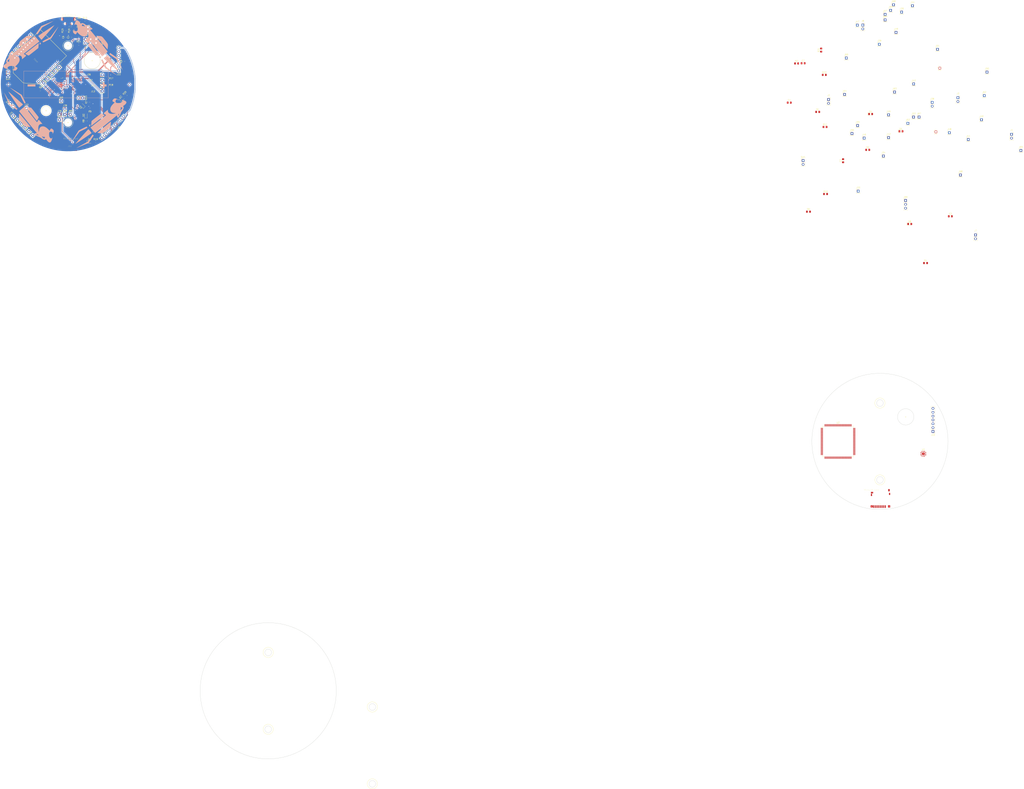
<source format=kicad_pcb>
(kicad_pcb (version 20171130) (host pcbnew "(5.0.1-3-g963ef8bb5)")
  (layers (0 F.Cu signal) (31 B.Cu signal) (34 B.Paste user) (35 F.Paste user) (36 B.SilkS user) (37 F.SilkS user) (38 B.Mask user) (39 F.Mask user) (44 Edge.Cuts user))
  (net 0 "")
  (net 1 VCC)
  (net 2 GND)
  (net 3 "Net-(C2-Pad2)")
  (net 4 "Net-(C3-Pad1)")
  (net 5 "Net-(C4-Pad1)")
  (net 6 /vddioacc)
  (net 7 "Net-(D1-Pad2)")
  (net 8 "Net-(D1-Pad1)")
  (net 9 "Net-(D2-Pad2)")
  (net 10 "Net-(D2-Pad1)")
  (net 11 "Net-(D3-Pad1)")
  (net 12 "Net-(D3-Pad2)")
  (net 13 "Net-(D4-Pad2)")
  (net 14 "Net-(D5-Pad2)")
  (net 15 "Net-(D6-Pad2)")
  (net 16 "Net-(D7-Pad2)")
  (net 17 "Net-(D8-Pad2)")
  (net 18 BOOT1)
  (net 19 BOOT0)
  (net 20 /boot1f103)
  (net 21 /boot0f103)
  (net 22 "Net-(J7-Pad2)")
  (net 23 "Net-(J8-Pad1)")
  (net 24 "Net-(J9-Pad8)")
  (net 25 "/MISO(SDO)f205")
  (net 26 /f205sck)
  (net 27 "/MOSI(SDI)f205")
  (net 28 /CSA4)
  (net 29 "Net-(J9-Pad1)")
  (net 30 /PPS205)
  (net 31 /205TX)
  (net 32 /205RX)
  (net 33 /f205wkup)
  (net 34 /f103wkupGPIO)
  (net 35 "Net-(J11-Pad3)")
  (net 36 "Net-(J11-Pad4)")
  (net 37 "Net-(J11-Pad2)")
  (net 38 "Net-(J11-Pad1)")
  (net 39 "Net-(J12-Pad1)")
  (net 40 /CSSD)
  (net 41 /DISD)
  (net 42 /CLKSD)
  (net 43 /DOSD)
  (net 44 "Net-(J12-Pad8)")
  (net 45 /xdout)
  (net 46 "Net-(J16-Pad1)")
  (net 47 "Net-(J17-Pad1)")
  (net 48 "Net-(J20-Pad1)")
  (net 49 /xdin)
  (net 50 /f103wkup)
  (net 51 /f205wkupGPIO)
  (net 52 /uart103TX205RX)
  (net 53 /uart103RX205TX)
  (net 54 "Net-(J22-Pad7)")
  (net 55 "Net-(J24-Pad1)")
  (net 56 "Net-(J25-Pad1)")
  (net 57 "Net-(J26-Pad1)")
  (net 58 "Net-(J28-Pad1)")
  (net 59 "Net-(J29-Pad1)")
  (net 60 "Net-(J30-Pad1)")
  (net 61 "Net-(J32-Pad1)")
  (net 62 /SWCLKsensor)
  (net 63 /SWDIOsensor)
  (net 64 "Net-(J35-Pad2)")
  (net 65 /SWCLK103)
  (net 66 /SWDIO103)
  (net 67 "Net-(J38-Pad2)")
  (net 68 /AccInt)
  (net 69 "Net-(J40-Pad1)")
  (net 70 "Net-(J41-Pad1)")
  (net 71 "Net-(J42-Pad1)")
  (net 72 "Net-(J43-Pad1)")
  (net 73 "Net-(J44-Pad1)")
  (net 74 "Net-(J45-Pad1)")
  (net 75 "Net-(J46-Pad1)")
  (net 76 "Net-(J47-Pad1)")
  (net 77 "Net-(J48-Pad1)")
  (net 78 "Net-(J49-Pad1)")
  (net 79 "Net-(J50-Pad1)")
  (net 80 "Net-(J51-Pad1)")
  (net 81 "Net-(J52-Pad1)")
  (net 82 "Net-(J53-Pad1)")
  (net 83 "Net-(J54-Pad1)")
  (net 84 "Net-(J55-Pad1)")
  (net 85 "Net-(J56-Pad1)")
  (net 86 "Net-(J57-Pad1)")
  (net 87 "Net-(J58-Pad1)")
  (net 88 "Net-(J59-Pad1)")
  (net 89 "Net-(J60-Pad1)")
  (net 90 "Net-(J61-Pad1)")
  (net 91 "Net-(J62-Pad1)")
  (net 92 "Net-(J63-Pad1)")
  (net 93 "Net-(J64-Pad1)")
  (net 94 "Net-(J65-Pad1)")
  (net 95 "Net-(J68-Pad1)")
  (net 96 "Net-(J69-Pad1)")
  (net 97 "Net-(J70-Pad1)")
  (net 98 "Net-(J71-Pad1)")
  (net 99 "Net-(J72-Pad1)")
  (net 100 "Net-(J73-Pad1)")
  (net 101 "Net-(J74-Pad1)")
  (net 102 "Net-(J75-Pad1)")
  (net 103 "Net-(J79-Pad1)")
  (net 104 "Net-(J80-Pad1)")
  (net 105 "Net-(R6-Pad2)")
  (net 106 "Net-(R7-Pad2)")
  (net 107 +3V3)
  (net 108 /USBDP103)
  (net 109 /USBDM103)
  (net 110 "Net-(SW4-Pad2)")
  (net 111 "Net-(U1-Pad1)")
  (net 112 "Net-(U1-Pad2)")
  (net 113 "Net-(U1-Pad3)")
  (net 114 "Net-(U1-Pad4)")
  (net 115 "Net-(U1-Pad5)")
  (net 116 "Net-(U1-Pad6)")
  (net 117 "Net-(U1-Pad7)")
  (net 118 "Net-(U1-Pad14)")
  (net 119 "Net-(U1-Pad15)")
  (net 120 "Net-(U1-Pad16)")
  (net 121 "Net-(U1-Pad17)")
  (net 122 "Net-(U1-Pad19)")
  (net 123 "Net-(U1-Pad21)")
  (net 124 /CSA3)
  (net 125 "Net-(U2-Pad4)")
  (net 126 "Net-(U2-Pad7)")
  (net 127 "Net-(U2-Pad8)")
  (net 128 "Net-(U2-Pad9)")
  (net 129 "Net-(U2-Pad10)")
  (net 130 "Net-(U2-Pad11)")
  (net 131 "Net-(U2-Pad12)")
  (net 132 "Net-(U2-Pad13)")
  (net 133 "Net-(U2-Pad14)")
  (net 134 "Net-(U2-Pad15)")
  (net 135 "Net-(U2-Pad18)")
  (net 136 "Net-(U2-Pad19)")
  (net 137 "Net-(U2-Pad20)")
  (net 138 "Net-(U2-Pad21)")
  (net 139 "Net-(U2-Pad22)")
  (net 140 "Net-(U2-Pad23)")
  (net 141 "Net-(U2-Pad24)")
  (net 142 /CSA1)
  (net 143 /CSA2)
  (net 144 "Net-(U2-Pad35)")
  (net 145 "Net-(U2-Pad36)")
  (net 146 "Net-(U2-Pad37)")
  (net 147 "Net-(U2-Pad40)")
  (net 148 "Net-(U2-Pad44)")
  (net 149 "Net-(U2-Pad45)")
  (net 150 "Net-(U2-Pad46)")
  (net 151 "Net-(U2-Pad47)")
  (net 152 "Net-(U2-Pad49)")
  (net 153 "Net-(U2-Pad50)")
  (net 154 "Net-(U2-Pad53)")
  (net 155 "Net-(U2-Pad54)")
  (net 156 "Net-(U2-Pad55)")
  (net 157 "Net-(U2-Pad56)")
  (net 158 "Net-(U2-Pad57)")
  (net 159 "Net-(U2-Pad58)")
  (net 160 "Net-(U2-Pad59)")
  (net 161 "Net-(U2-Pad60)")
  (net 162 "Net-(U2-Pad63)")
  (net 163 "Net-(U2-Pad64)")
  (net 164 "Net-(U2-Pad65)")
  (net 165 "Net-(U2-Pad66)")
  (net 166 "Net-(U2-Pad67)")
  (net 167 "Net-(U2-Pad68)")
  (net 168 "Net-(U2-Pad73)")
  (net 169 "Net-(U2-Pad74)")
  (net 170 "Net-(U2-Pad75)")
  (net 171 "Net-(U2-Pad76)")
  (net 172 "Net-(U2-Pad87)")
  (net 173 "Net-(U2-Pad88)")
  (net 174 "Net-(U2-Pad89)")
  (net 175 "Net-(U2-Pad90)")
  (net 176 "Net-(U2-Pad91)")
  (net 177 "Net-(U2-Pad92)")
  (net 178 "Net-(U2-Pad93)")
  (net 179 "Net-(U2-Pad98)")
  (net 180 "Net-(U2-Pad99)")
  (net 181 "Net-(U2-Pad100)")
  (net 182 "Net-(U2-Pad103)")
  (net 183 "Net-(U2-Pad104)")
  (net 184 "Net-(U2-Pad113)")
  (net 185 "Net-(U2-Pad124)")
  (net 186 "Net-(U2-Pad125)")
  (net 187 "Net-(U2-Pad126)")
  (net 188 "Net-(U2-Pad127)")
  (net 189 "Net-(U2-Pad128)")
  (net 190 "Net-(U2-Pad129)")
  (net 191 "Net-(U2-Pad132)")
  (net 192 "Net-(U2-Pad134)")
  (net 193 "Net-(U2-Pad135)")
  (net 194 "Net-(U2-Pad139)")
  (net 195 "Net-(U2-Pad140)")
  (net 196 "Net-(U2-Pad141)")
  (net 197 "Net-(U2-Pad142)")
  (net 198 "Net-(U2-Pad143)")
  (net 199 "Net-(U3-Pad7)")
  (net 200 "Net-(U4-Pad7)")
  (net 201 "Net-(U5-Pad21)")
  (net 202 "Net-(U5-Pad22)")
  (net 203 /GPSENABLE)
  (net 204 /GPSRX)
  (net 205 /GPSTX)
  (net 206 "Net-(U5-Pad38)")
  (net 207 "Net-(U5-Pad39)")
  (net 208 "Net-(U5-Pad40)")
  (net 209 "Net-(U5-Pad46)")
  (net 210 "Net-(U6-Pad3)")
  (net 211 /GPSFIX)
  (net 212 "Net-(U7-Pad7)")
  (net 213 "Net-(U7-Pad8)")
  (net 214 "Net-(U7-Pad12)")
  (net 215 "Net-(U7-Pad16)")
  (net 216 "Net-(U7-Pad20)")
  (module images:cougar (layer B.Cu) (at 58.928 101.6)
    (fp_text reference G*** hide)
    (fp_text value LOGO hide)
  )
  (module images:cougar (layer B.Cu) (at 58.674 57.15 270)
    (fp_text reference G*** hide)
    (fp_text value LOGO hide)
  )
  (module images:cougar (layer B.Cu) (at 101.6 56.896 180)
    (fp_text reference G*** hide)
    (fp_text value LOGO hide)
  )
  (module "Battery:AA battery holder" (layer B.Cu) (at 80.772 81.28)
    (fp_text reference BT1 (at 0 2.54) (layer B.SilkS) (effects (justify mirror)))
    (fp_text value Battery_Cell)
    (pad 2 thru_hole circle (at -36.83 0) (size 1.524 1.524) (drill 0.762) (layers *.Cu *.Mask) (net 2 GND))
    (pad 1 thru_hole circle (at 43.18 0) (size 1.524 1.524) (drill 0.762) (layers *.Cu *.Mask) (net 1 VCC))
  )
  (module Capacitor_SMD:C_0805_2012Metric_Pad1.15x1.40mm_HandSolder (layer F.Cu) (at 85.101001 50.042999 90)
    (fp_text reference C1 (at 0 -1.65 90) (layer F.SilkS))
    (fp_text value CAP)
    (pad 2 smd roundrect (at 1.025 0 90) (size 1.15 1.4) (layers F.Cu F.Paste F.Mask) (roundrect_rratio 0.217391) (net 2 GND))
    (pad 1 smd roundrect (at -1.025 0 90) (size 1.15 1.4) (layers F.Cu F.Paste F.Mask) (roundrect_rratio 0.217391) (net 1 VCC))
  )
  (module Capacitor_SMD:C_0805_2012Metric_Pad1.15x1.40mm_HandSolder (layer F.Cu) (at 666.54 168.39)
    (fp_text reference C2 (at 0 -1.65) (layer F.SilkS))
    (fp_text value "CAP 2.2uF")
    (pad 2 smd roundrect (at 1.025 0) (size 1.15 1.4) (layers F.Cu F.Paste F.Mask) (roundrect_rratio 0.217391) (net 3 "Net-(C2-Pad2)"))
    (pad 1 smd roundrect (at -1.025 0) (size 1.15 1.4) (layers F.Cu F.Paste F.Mask) (roundrect_rratio 0.217391) (net 2 GND))
  )
  (module Capacitor_SMD:C_0805_2012Metric_Pad1.15x1.40mm_HandSolder (layer F.Cu) (at 595.64 131.675 90)
    (fp_text reference C3 (at 0 -1.65 90) (layer F.SilkS))
    (fp_text value "CAP 2.2uF")
    (pad 1 smd roundrect (at -1.025 0 90) (size 1.15 1.4) (layers F.Cu F.Paste F.Mask) (roundrect_rratio 0.217391) (net 4 "Net-(C3-Pad1)"))
    (pad 2 smd roundrect (at 1.025 0 90) (size 1.15 1.4) (layers F.Cu F.Paste F.Mask) (roundrect_rratio 0.217391) (net 2 GND))
  )
  (module Capacitor_SMD:C_0805_2012Metric_Pad1.15x1.40mm_HandSolder (layer F.Cu) (at 560.06 93.28)
    (fp_text reference C4 (at 0 -1.65) (layer F.SilkS))
    (fp_text value CAP)
    (pad 1 smd roundrect (at -1.025 0) (size 1.15 1.4) (layers F.Cu F.Paste F.Mask) (roundrect_rratio 0.217391) (net 5 "Net-(C4-Pad1)"))
    (pad 2 smd roundrect (at 1.025 0) (size 1.15 1.4) (layers F.Cu F.Paste F.Mask) (roundrect_rratio 0.217391) (net 2 GND))
  )
  (module Capacitor_SMD:C_0805_2012Metric_Pad1.15x1.40mm_HandSolder (layer F.Cu) (at 120.142 66.04 90)
    (fp_text reference C5 (at 0 -1.65 90) (layer F.SilkS))
    (fp_text value CAP)
    (pad 1 smd roundrect (at -1.025 0 90) (size 1.15 1.4) (layers F.Cu F.Paste F.Mask) (roundrect_rratio 0.217391) (net 1 VCC))
    (pad 2 smd roundrect (at 1.025 0 90) (size 1.15 1.4) (layers F.Cu F.Paste F.Mask) (roundrect_rratio 0.217391) (net 2 GND))
  )
  (module Capacitor_SMD:C_0805_2012Metric_Pad1.15x1.40mm_HandSolder (layer F.Cu) (at 81.788 50.038 90)
    (fp_text reference C6 (at 0 -1.65 90) (layer F.SilkS))
    (fp_text value CAP)
    (pad 2 smd roundrect (at 1.025 0 90) (size 1.15 1.4) (layers F.Cu F.Paste F.Mask) (roundrect_rratio 0.217391) (net 2 GND))
    (pad 1 smd roundrect (at -1.025 0 90) (size 1.15 1.4) (layers F.Cu F.Paste F.Mask) (roundrect_rratio 0.217391) (net 1 VCC))
  )
  (module Capacitor_SMD:C_0805_2012Metric_Pad1.15x1.40mm_HandSolder (layer F.Cu) (at 569.225 67.23)
    (fp_text reference C7 (at 0 -1.65) (layer F.SilkS))
    (fp_text value CAP)
    (pad 1 smd roundrect (at -1.025 0) (size 1.15 1.4) (layers F.Cu F.Paste F.Mask) (roundrect_rratio 0.217391) (net 6 /vddioacc))
    (pad 2 smd roundrect (at 1.025 0) (size 1.15 1.4) (layers F.Cu F.Paste F.Mask) (roundrect_rratio 0.217391) (net 2 GND))
  )
  (module LED_SMD:LED_0805_2012Metric_Pad1.15x1.40mm_HandSolder (layer F.Cu) (at 633.93 112.2)
    (fp_text reference D1 (at 0 -1.65) (layer F.SilkS))
    (fp_text value LED)
    (pad 2 smd roundrect (at 1.025 0) (size 1.15 1.4) (layers F.Cu F.Paste F.Mask) (roundrect_rratio 0.217391) (net 7 "Net-(D1-Pad2)"))
    (pad 1 smd roundrect (at -1.025 0) (size 1.15 1.4) (layers F.Cu F.Paste F.Mask) (roundrect_rratio 0.217391) (net 8 "Net-(D1-Pad1)"))
  )
  (module LED_SMD:LED_0805_2012Metric_Pad1.15x1.40mm_HandSolder (layer F.Cu) (at 95.186 101.582 90)
    (fp_text reference D2 (at 0 -1.65 90) (layer F.SilkS))
    (fp_text value LED)
    (pad 2 smd roundrect (at 1.025 0 90) (size 1.15 1.4) (layers F.Cu F.Paste F.Mask) (roundrect_rratio 0.217391) (net 9 "Net-(D2-Pad2)"))
    (pad 1 smd roundrect (at -1.025 0 90) (size 1.15 1.4) (layers F.Cu F.Paste F.Mask) (roundrect_rratio 0.217391) (net 10 "Net-(D2-Pad1)"))
  )
  (module LED_SMD:LED_0805_2012Metric_Pad1.15x1.40mm_HandSolder (layer F.Cu) (at 92.747216 95.212784 135)
    (fp_text reference D3 (at 0 -1.65 135) (layer F.SilkS))
    (fp_text value LED)
    (pad 1 smd roundrect (at -1.024999 0 135) (size 1.15 1.4) (layers F.Cu F.Paste F.Mask) (roundrect_rratio 0.217391) (net 11 "Net-(D3-Pad1)"))
    (pad 2 smd roundrect (at 1.024999 0 135) (size 1.15 1.4) (layers F.Cu F.Paste F.Mask) (roundrect_rratio 0.217391) (net 12 "Net-(D3-Pad2)"))
  )
  (module LED_SMD:LED_0805_2012Metric_Pad1.15x1.40mm_HandSolder (layer F.Cu) (at 613.86 100.8)
    (fp_text reference D4 (at 0 -1.65) (layer F.SilkS))
    (fp_text value "LED power available 3.6 V (on voltage divider of accel)")
    (pad 2 smd roundrect (at 1.025 0) (size 1.15 1.4) (layers F.Cu F.Paste F.Mask) (roundrect_rratio 0.217391) (net 13 "Net-(D4-Pad2)"))
    (pad 1 smd roundrect (at -1.025 0) (size 1.15 1.4) (layers F.Cu F.Paste F.Mask) (roundrect_rratio 0.217391) (net 6 /vddioacc))
  )
  (module LED_SMD:LED_0805_2012Metric_Pad1.15x1.40mm_HandSolder (layer F.Cu) (at 90.678 38.862)
    (fp_text reference D5 (at 0 -1.65) (layer F.SilkS))
    (fp_text value "USB Power LED")
    (pad 1 smd roundrect (at -1.025 0) (size 1.15 1.4) (layers F.Cu F.Paste F.Mask) (roundrect_rratio 0.217391) (net 2 GND))
    (pad 2 smd roundrect (at 1.025 0) (size 1.15 1.4) (layers F.Cu F.Paste F.Mask) (roundrect_rratio 0.217391) (net 14 "Net-(D5-Pad2)"))
  )
  (module LED_SMD:LED_0805_2012Metric_Pad1.15x1.40mm_HandSolder (layer F.Cu) (at 97.536 119.126)
    (fp_text reference D6 (at 0 -1.65) (layer F.SilkS))
    (fp_text value "LED 3.3V rail")
    (pad 2 smd roundrect (at 1.025 0) (size 1.15 1.4) (layers F.Cu F.Paste F.Mask) (roundrect_rratio 0.217391) (net 15 "Net-(D6-Pad2)"))
    (pad 1 smd roundrect (at -1.025 0) (size 1.15 1.4) (layers F.Cu F.Paste F.Mask) (roundrect_rratio 0.217391) (net 2 GND))
  )
  (module LED_SMD:LED_0805_2012Metric_Pad1.15x1.40mm_HandSolder (layer F.Cu) (at 119.169371 90.739129 45)
    (fp_text reference D7 (at 0 -1.65 45) (layer F.SilkS))
    (fp_text value VCC)
    (pad 1 smd roundrect (at -1.024999 0 45) (size 1.15 1.4) (layers F.Cu F.Paste F.Mask) (roundrect_rratio 0.217391) (net 2 GND))
    (pad 2 smd roundrect (at 1.024999 0 45) (size 1.15 1.4) (layers F.Cu F.Paste F.Mask) (roundrect_rratio 0.217391) (net 16 "Net-(D7-Pad2)"))
  )
  (module LED_SMD:LED_0805_2012Metric_Pad1.15x1.40mm_HandSolder (layer F.Cu) (at 639.71 173.48)
    (fp_text reference D8 (at 0 -1.65) (layer F.SilkS))
    (fp_text value "LED power available 3.3 V (on voltage divider of accel)")
    (pad 1 smd roundrect (at -1.025 0) (size 1.15 1.4) (layers F.Cu F.Paste F.Mask) (roundrect_rratio 0.217391) (net 6 /vddioacc))
    (pad 2 smd roundrect (at 1.025 0) (size 1.15 1.4) (layers F.Cu F.Paste F.Mask) (roundrect_rratio 0.217391) (net 17 "Net-(D8-Pad2)"))
  )
  (module Connector_PinSocket_2.54mm:PinSocket_1x02_P2.54mm_Vertical (layer F.Cu) (at 707 114.19)
    (fp_text reference J1 (at 0 -2.77) (layer F.SilkS))
    (fp_text value "Boot bridge, GND")
    (pad 1 thru_hole rect (at 0 0) (size 1.7 1.7) (drill 1) (layers *.Cu *.Mask) (net 2 GND))
    (pad 2 thru_hole oval (at 0 2.54) (size 1.7 1.7) (drill 1) (layers *.Cu *.Mask) (net 2 GND))
  )
  (module Connector_PinSocket_2.54mm:PinSocket_1x02_P2.54mm_Vertical (layer F.Cu) (at 586.03 91.21)
    (fp_text reference J2 (at 0 -2.77) (layer F.SilkS))
    (fp_text value "Boot bridge, HIGH")
    (pad 1 thru_hole rect (at 0 0) (size 1.7 1.7) (drill 1) (layers *.Cu *.Mask) (net 1 VCC))
    (pad 2 thru_hole oval (at 0 2.54) (size 1.7 1.7) (drill 1) (layers *.Cu *.Mask) (net 1 VCC))
  )
  (module Connector_PinSocket_2.54mm:PinSocket_1x02_P2.54mm_Vertical (layer F.Cu) (at 671.56 90.01)
    (fp_text reference J3 (at 0 -2.77) (layer F.SilkS))
    (fp_text value "Boot bridge")
    (pad 2 thru_hole oval (at 0 2.54) (size 1.7 1.7) (drill 1) (layers *.Cu *.Mask) (net 18 BOOT1))
    (pad 1 thru_hole rect (at 0 0) (size 1.7 1.7) (drill 1) (layers *.Cu *.Mask) (net 19 BOOT0))
  )
  (module Connector_PinSocket_2.54mm:PinSocket_1x02_P2.54mm_Vertical (layer F.Cu) (at 94.742 51.308)
    (fp_text reference J4 (at 0 5.334) (layer F.SilkS))
    (fp_text value VCCboot)
    (pad 1 thru_hole rect (at 0 0) (size 1.7 1.7) (drill 1) (layers *.Cu *.Mask) (net 1 VCC))
    (pad 2 thru_hole oval (at 0 2.54) (size 1.7 1.7) (drill 1) (layers *.Cu *.Mask) (net 1 VCC))
  )
  (module Connector_PinSocket_2.54mm:PinSocket_1x02_P2.54mm_Vertical (layer F.Cu) (at 101.854 53.848 180)
    (fp_text reference J5 (at 0 -2.77 180) (layer F.SilkS))
    (fp_text value GNDbootjumper)
    (pad 1 thru_hole rect (at 0 0 180) (size 1.7 1.7) (drill 1) (layers *.Cu *.Mask) (net 2 GND))
    (pad 2 thru_hole oval (at 0 2.54 180) (size 1.7 1.7) (drill 1) (layers *.Cu *.Mask) (net 2 GND))
  )
  (module Connector_PinSocket_2.54mm:PinSocket_1x02_P2.54mm_Vertical (layer F.Cu) (at 98.298 51.308)
    (fp_text reference J6 (at 0 5.334) (layer F.SilkS))
    (fp_text value PINboot)
    (pad 2 thru_hole oval (at 0 2.54) (size 1.7 1.7) (drill 1) (layers *.Cu *.Mask) (net 20 /boot1f103))
    (pad 1 thru_hole rect (at 0 0) (size 1.7 1.7) (drill 1) (layers *.Cu *.Mask) (net 21 /boot0f103))
  )
  (module Connector_PinSocket_2.54mm:PinSocket_1x02_P2.54mm_Vertical (layer F.Cu) (at 683.2 180.72)
    (fp_text reference J7 (at 0 -2.77) (layer F.SilkS))
    (fp_text value "Jumper for emergency wakeup")
    (pad 2 thru_hole oval (at 0 2.54) (size 1.7 1.7) (drill 1) (layers *.Cu *.Mask) (net 22 "Net-(J7-Pad2)"))
    (pad 1 thru_hole rect (at 0 0) (size 1.7 1.7) (drill 1) (layers *.Cu *.Mask) (net 1 VCC))
  )
  (module Connector_PinSocket_2.54mm:PinSocket_1x02_P2.54mm_Vertical (layer F.Cu) (at 608.695001 42.005001)
    (fp_text reference J8 (at 0 -2.77) (layer F.SilkS))
    (fp_text value "Divide for 3.3V")
    (pad 2 thru_hole oval (at 0 2.54) (size 1.7 1.7) (drill 1) (layers *.Cu *.Mask) (net 17 "Net-(D8-Pad2)"))
    (pad 1 thru_hole rect (at 0 0) (size 1.7 1.7) (drill 1) (layers *.Cu *.Mask) (net 23 "Net-(J8-Pad1)"))
  )
  (module 1140084168:1140084168 (layer F.Cu) (at 614.426 349.25)
    (fp_text reference J9 (at 5.21893 9.27409) (layer F.SilkS) (effects (font (size 1.00061 1.00061) (thickness 0.05))))
    (fp_text value Micro_SD_Card (at 0 0) (layer F.SilkS) (effects (font (size 1 0.9) (thickness 0.05))))
    (pad 14 smd rect (at 11.55 0.213 90) (size 1.50193 1.00129) (layers F.Cu F.Paste F.Mask))
    (pad 13 smd rect (at 0.355 1.813) (size 1.50001 1.00001) (layers F.Cu F.Paste F.Mask))
    (pad 12 smd rect (at 11.95 2.663 90) (size 1.40064 0.800364) (layers F.Cu F.Paste F.Mask))
    (pad 11 smd rect (at 0 3.313 90) (size 1.5011 0.800585) (layers F.Cu F.Paste F.Mask))
    (pad 10 smd rect (at 11.625 10.913) (size 1.5018 1.5018) (layers F.Cu F.Paste F.Mask))
    (pad 9 smd rect (at 0.175 10.913) (size 1.50092 1.50092) (layers F.Cu F.Paste F.Mask) (net 2 GND))
    (pad 8 smd rect (at 1.475 11.038 90) (size 1.75264 0.701055) (layers F.Cu F.Paste F.Mask) (net 24 "Net-(J9-Pad8)"))
    (pad 7 smd rect (at 2.575 11.038 90) (size 1.75177 0.70071) (layers F.Cu F.Paste F.Mask) (net 25 "/MISO(SDO)f205"))
    (pad 6 smd rect (at 3.675 11.038 90) (size 1.75043 0.700174) (layers F.Cu F.Paste F.Mask) (net 2 GND))
    (pad 5 smd rect (at 4.775 11.038 90) (size 1.75246 0.700982) (layers F.Cu F.Paste F.Mask) (net 26 /f205sck))
    (pad 4 smd rect (at 5.875 11.038 90) (size 1.75218 0.700871) (layers F.Cu F.Paste F.Mask) (net 1 VCC))
    (pad 3 smd rect (at 6.975 11.038 90) (size 1.75161 0.700643) (layers F.Cu F.Paste F.Mask) (net 27 "/MOSI(SDI)f205"))
    (pad 2 smd rect (at 8.075 11.038 90) (size 1.75298 0.701191) (layers F.Cu F.Paste F.Mask) (net 28 /CSA4))
    (pad 1 smd rect (at 9.175 11.038 90) (size 1.75044 0.700176) (layers F.Cu F.Paste F.Mask) (net 29 "Net-(J9-Pad1)"))
  )
  (module Connector_PinHeader_2.54mm:PinHeader_1x07_P2.54mm_Vertical (layer F.Cu) (at 655.066 310.642 180)
    (fp_text reference J10 (at 0 -2.33 180) (layer F.SilkS))
    (fp_text value Conn_01x07_Male)
    (pad 7 thru_hole oval (at 0 15.24 180) (size 1.7 1.7) (drill 1) (layers *.Cu *.Mask) (net 30 /PPS205))
    (pad 6 thru_hole oval (at 0 12.7 180) (size 1.7 1.7) (drill 1) (layers *.Cu *.Mask) (net 31 /205TX))
    (pad 5 thru_hole oval (at 0 10.16 180) (size 1.7 1.7) (drill 1) (layers *.Cu *.Mask) (net 32 /205RX))
    (pad 4 thru_hole oval (at 0 7.62 180) (size 1.7 1.7) (drill 1) (layers *.Cu *.Mask) (net 2 GND))
    (pad 3 thru_hole oval (at 0 5.08 180) (size 1.7 1.7) (drill 1) (layers *.Cu *.Mask) (net 1 VCC))
    (pad 2 thru_hole oval (at 0 2.54 180) (size 1.7 1.7) (drill 1) (layers *.Cu *.Mask) (net 33 /f205wkup))
    (pad 1 thru_hole rect (at 0 0 180) (size 1.7 1.7) (drill 1) (layers *.Cu *.Mask) (net 34 /f103wkupGPIO))
  )
  (module 0475890001:MOLEX_0475890001 (layer F.Cu) (at 83.566 38.1 180)
    (fp_text reference J11 (at -0.96048 -4.8874 180) (layer F.SilkS) (effects (font (size 1.00049 1.00049) (thickness 0.05))))
    (fp_text value USB_B_Micro (at -0.325455 2.61854 180) (layer F.SilkS) (effects (font (size 1.00135 1.00135) (thickness 0.05))))
    (fp_poly (pts (xy -3.875 -0.35) (xy -3.875 -0.95) (xy -4.425 -0.95) (xy -4.43154 -0.95) (xy -4.44462 -0.949315) (xy -4.45764 -0.947946) (xy -4.47057 -0.945898) (xy -4.48338 -0.943176) (xy -4.49603 -0.939787) (xy -4.50848 -0.935742) (xy -4.5207 -0.93105) (xy -4.53266 -0.925724) (xy -4.54433 -0.91978) (xy -4.55567 -0.913234) (xy -4.56665 -0.906103) (xy -4.57724 -0.898407) (xy -4.58742 -0.890168) (xy -4.59715 -0.881407) (xy -4.6064 -0.872149) (xy -4.61517 -0.862419) (xy -4.62341 -0.852244) (xy -4.6311 -0.841651) (xy -4.63823 -0.830671) (xy -4.64478 -0.819332) (xy -4.65072 -0.807666) (xy -4.65605 -0.795705) (xy -4.66074 -0.783482) (xy -4.66479 -0.77103) (xy -4.66818 -0.758383) (xy -4.6709 -0.745576) (xy -4.67295 -0.732644) (xy -4.67431 -0.719623) (xy -4.675 -0.706548) (xy -4.675 -0.7) (xy -4.675 0.7) (xy -4.675 0.706545) (xy -4.67431 0.71962) (xy -4.67295 0.732641) (xy -4.6709 0.745573) (xy -4.66818 0.75838) (xy -4.66479 0.771027) (xy -4.66074 0.783479) (xy -4.65605 0.795702) (xy -4.65072 0.807663) (xy -4.64478 0.819329) (xy -4.63823 0.830668) (xy -4.6311 0.841649) (xy -4.62341 0.852241) (xy -4.61517 0.862417) (xy -4.60641 0.872147) (xy -4.59715 0.881405) (xy -4.58742 0.890166) (xy -4.57724 0.898405) (xy -4.56665 0.906101) (xy -4.55567 0.913232) (xy -4.54433 0.919779) (xy -4.53267 0.925723) (xy -4.52071 0.931048) (xy -4.50848 0.935741) (xy -4.49603 0.939787) (xy -4.48338 0.943175) (xy -4.47058 0.945898) (xy -4.45764 0.947946) (xy -4.44462 0.949315) (xy -4.43155 0.95) (xy -4.425 0.95) (xy -3.875 0.95) (xy -3.875 0.35) (xy -3.875 0.357854) (xy -3.87582 0.373544) (xy -3.87746 0.389169) (xy -3.87992 0.404688) (xy -3.88319 0.420056) (xy -3.88726 0.435232) (xy -3.89211 0.450175) (xy -3.89774 0.464843) (xy -3.90413 0.479196) (xy -3.91126 0.493195) (xy -3.91912 0.506802) (xy -3.92768 0.519979) (xy -3.93691 0.53269) (xy -3.9468 0.5449) (xy -3.95731 0.556576) (xy -3.96842 0.567686) (xy -3.9801 0.578199) (xy -3.99231 0.588086) (xy -4.00502 0.597322) (xy -4.0182 0.605879) (xy -4.0318 0.613735) (xy -4.0458 0.620868) (xy -4.06015 0.627258) (xy -4.07482 0.632889) (xy -4.08976 0.637744) (xy -4.10494 0.641811) (xy -4.12031 0.645077) (xy -4.13583 0.647535) (xy -4.15145 0.649178) (xy -4.16714 0.65) (xy -4.175 0.65) (xy -4.18285 0.65) (xy -4.19854 0.649178) (xy -4.21417 0.647536) (xy -4.22969 0.645078) (xy -4.24506 0.641811) (xy -4.26023 0.637745) (xy -4.27517 0.63289) (xy -4.28984 0.62726) (xy -4.3042 0.620869) (xy -4.3182 0.613736) (xy -4.3318 0.605881) (xy -4.34498 0.597324) (xy -4.35769 0.588089) (xy -4.3699 0.578201) (xy -4.38158 0.567688) (xy -4.39269 0.556578) (xy -4.4032 0.544903) (xy -4.41309 0.532692) (xy -4.42232 0.519982) (xy -4.43088 0.506805) (xy -4.43873 0.493198) (xy -4.44587 0.479199) (xy -4.45226 0.464846) (xy -4.45789 0.450178) (xy -4.46274 0.435236) (xy -4.46681 0.420059) (xy -4.47008 0.404691) (xy -4.47254 0.389173) (xy -4.47418 0.373548) (xy -4.475 0.357858) (xy -4.475 0.35) (xy -4.475 -0.35) (xy -4.475 -0.357854) (xy -4.47418 -0.373544) (xy -4.47254 -0.389169) (xy -4.47008 -0.404688) (xy -4.46681 -0.420056) (xy -4.46274 -0.435232) (xy -4.45789 -0.450175) (xy -4.45226 -0.464843) (xy -4.44587 -0.479196) (xy -4.43874 -0.493195) (xy -4.43088 -0.506802) (xy -4.42232 -0.519979) (xy -4.41309 -0.53269) (xy -4.4032 -0.5449) (xy -4.39269 -0.556576) (xy -4.38158 -0.567686) (xy -4.3699 -0.578199) (xy -4.35769 -0.588086) (xy -4.34498 -0.597322) (xy -4.3318 -0.605879) (xy -4.3182 -0.613735) (xy -4.3042 -0.620868) (xy -4.28985 -0.627258) (xy -4.27518 -0.632889) (xy -4.26024 -0.637744) (xy -4.24506 -0.641811) (xy -4.22969 -0.645077) (xy -4.21417 -0.647535) (xy -4.19855 -0.649178) (xy -4.18286 -0.65) (xy -4.175 -0.65) (xy -4.16715 -0.65) (xy -4.15146 -0.649178) (xy -4.13583 -0.647536) (xy -4.12031 -0.645078) (xy -4.10494 -0.641811) (xy -4.08977 -0.637745) (xy -4.07483 -0.63289) (xy -4.06016 -0.62726) (xy -4.0458 -0.620869) (xy -4.0318 -0.613736) (xy -4.0182 -0.605881) (xy -4.00502 -0.597324) (xy -3.99231 -0.588089) (xy -3.9801 -0.578201) (xy -3.96842 -0.567688) (xy -3.95731 -0.556578) (xy -3.9468 -0.544903) (xy -3.93691 -0.532692) (xy -3.92768 -0.519982) (xy -3.91912 -0.506805) (xy -3.91127 -0.493198) (xy -3.90413 -0.479199) (xy -3.89774 -0.464846) (xy -3.89211 -0.450178) (xy -3.88726 -0.435236) (xy -3.88319 -0.420059) (xy -3.87992 -0.404691) (xy -3.87746 -0.389173) (xy -3.87582 -0.373548) (xy -3.875 -0.357858)) (layer F.Cu) (width 0))
    (fp_poly (pts (xy -2.225 -3.425) (xy -2.21649 -3.425) (xy -2.19949 -3.42411) (xy -2.18257 -3.42233) (xy -2.16576 -3.41967) (xy -2.14911 -3.41613) (xy -2.13267 -3.41172) (xy -2.11648 -3.40646) (xy -2.10059 -3.40036) (xy -2.08504 -3.39344) (xy -2.06987 -3.38571) (xy -2.05513 -3.3772) (xy -2.04086 -3.36793) (xy -2.02709 -3.35793) (xy -2.01386 -3.34722) (xy -2.00121 -3.33583) (xy -1.98917 -3.32379) (xy -1.97778 -3.31114) (xy -1.96707 -3.29792) (xy -1.95707 -3.28415) (xy -1.9478 -3.26987) (xy -1.93929 -3.25513) (xy -1.93156 -3.23997) (xy -1.92464 -3.22442) (xy -1.91854 -3.20853) (xy -1.91328 -3.19234) (xy -1.90887 -3.1759) (xy -1.90533 -3.15925) (xy -1.90267 -3.14244) (xy -1.90089 -3.12551) (xy -1.9 -3.10851) (xy -1.9 -3.1) (xy -1.9 -3) (xy -1.8 -3) (xy -1.8 -3.1) (xy -1.8 -3.11113) (xy -1.80116 -3.13335) (xy -1.80349 -3.15549) (xy -1.80697 -3.17747) (xy -1.8116 -3.19925) (xy -1.81736 -3.22075) (xy -1.82424 -3.24191) (xy -1.83222 -3.26269) (xy -1.84127 -3.28303) (xy -1.85137 -3.30286) (xy -1.8625 -3.32214) (xy -1.87462 -3.3408) (xy -1.88771 -3.35881) (xy -1.90172 -3.37611) (xy -1.91661 -3.39265) (xy -1.93235 -3.40839) (xy -1.94889 -3.42328) (xy -1.96619 -3.43729) (xy -1.98419 -3.45037) (xy -2.00286 -3.46249) (xy -2.02214 -3.47362) (xy -2.04197 -3.48373) (xy -2.0623 -3.49278) (xy -2.08308 -3.50076) (xy -2.10425 -3.50764) (xy -2.12575 -3.5134) (xy -2.14752 -3.51803) (xy -2.1695 -3.52151) (xy -2.19164 -3.52383) (xy -2.21387 -3.525) (xy -2.225 -3.525) (xy -2.23613 -3.525) (xy -2.25835 -3.52384) (xy -2.28049 -3.52151) (xy -2.30247 -3.51803) (xy -2.32425 -3.5134) (xy -2.34575 -3.50764) (xy -2.36691 -3.50076) (xy -2.38769 -3.49278) (xy -2.40803 -3.48373) (xy -2.42786 -3.47363) (xy -2.44714 -3.4625) (xy -2.4658 -3.45038) (xy -2.48381 -3.43729) (xy -2.50111 -3.42328) (xy -2.51765 -3.40839) (xy -2.53339 -3.39265) (xy -2.54828 -3.37611) (xy -2.56229 -3.35881) (xy -2.57537 -3.34081) (xy -2.58749 -3.32214) (xy -2.59862 -3.30286) (xy -2.60873 -3.28303) (xy -2.61778 -3.2627) (xy -2.62576 -3.24192) (xy -2.63264 -3.22075) (xy -2.6384 -3.19925) (xy -2.64303 -3.17748) (xy -2.64651 -3.1555) (xy -2.64883 -3.13336) (xy -2.65 -3.11113) (xy -2.65 -3.1) (xy -2.65 -3) (xy -2.55 -3) (xy -2.55 -3.1) (xy -2.55 -3.10851) (xy -2.54911 -3.12551) (xy -2.54733 -3.14243) (xy -2.54467 -3.15924) (xy -2.54113 -3.17589) (xy -2.53672 -3.19233) (xy -2.53146 -3.20852) (xy -2.52536 -3.22441) (xy -2.51844 -3.23996) (xy -2.51071 -3.25513) (xy -2.5022 -3.26987) (xy -2.49293 -3.28414) (xy -2.48293 -3.29791) (xy -2.47222 -3.31114) (xy -2.46083 -3.32379) (xy -2.44879 -3.33583) (xy -2.43614 -3.34722) (xy -2.42292 -3.35793) (xy -2.40915 -3.36793) (xy -2.39487 -3.3772) (xy -2.38013 -3.38571) (xy -2.36497 -3.39344) (xy -2.34942 -3.40036) (xy -2.33353 -3.40646) (xy -2.31734 -3.41172) (xy -2.3009 -3.41613) (xy -2.28425 -3.41967) (xy -2.26744 -3.42233) (xy -2.25051 -3.42411) (xy -2.23351 -3.425)) (layer F.Cu) (width 0))
    (fp_poly (pts (xy -2.225 -2.475) (xy -2.21387 -2.475) (xy -2.19165 -2.47616) (xy -2.16951 -2.47849) (xy -2.14753 -2.48197) (xy -2.12575 -2.4866) (xy -2.10425 -2.49236) (xy -2.08309 -2.49924) (xy -2.06231 -2.50722) (xy -2.04197 -2.51627) (xy -2.02214 -2.52637) (xy -2.00286 -2.5375) (xy -1.9842 -2.54962) (xy -1.96619 -2.56271) (xy -1.94889 -2.57672) (xy -1.93235 -2.59161) (xy -1.91661 -2.60735) (xy -1.90172 -2.62389) (xy -1.88771 -2.64119) (xy -1.87463 -2.65919) (xy -1.86251 -2.67786) (xy -1.85138 -2.69714) (xy -1.84127 -2.71697) (xy -1.83222 -2.7373) (xy -1.82424 -2.75808) (xy -1.81736 -2.77925) (xy -1.8116 -2.80075) (xy -1.80697 -2.82252) (xy -1.80349 -2.8445) (xy -1.80117 -2.86664) (xy -1.8 -2.88887) (xy -1.8 -2.9) (xy -1.8 -3) (xy -1.9 -3) (xy -1.9 -2.9) (xy -1.9 -2.89149) (xy -1.90089 -2.87449) (xy -1.90267 -2.85757) (xy -1.90533 -2.84076) (xy -1.90887 -2.82411) (xy -1.91328 -2.80767) (xy -1.91854 -2.79148) (xy -1.92464 -2.77559) (xy -1.93156 -2.76004) (xy -1.93929 -2.74487) (xy -1.9478 -2.73013) (xy -1.95707 -2.71586) (xy -1.96707 -2.70209) (xy -1.97778 -2.68886) (xy -1.98917 -2.67621) (xy -2.00121 -2.66417) (xy -2.01386 -2.65278) (xy -2.02708 -2.64207) (xy -2.04085 -2.63207) (xy -2.05513 -2.6228) (xy -2.06987 -2.61429) (xy -2.08503 -2.60656) (xy -2.10058 -2.59964) (xy -2.11647 -2.59354) (xy -2.13266 -2.58828) (xy -2.1491 -2.58387) (xy -2.16575 -2.58033) (xy -2.18256 -2.57767) (xy -2.19949 -2.57589) (xy -2.21649 -2.575) (xy -2.225 -2.575) (xy -2.23351 -2.575) (xy -2.25051 -2.57589) (xy -2.26743 -2.57767) (xy -2.28424 -2.58033) (xy -2.30089 -2.58387) (xy -2.31733 -2.58828) (xy -2.33352 -2.59354) (xy -2.34941 -2.59964) (xy -2.36496 -2.60656) (xy -2.38013 -2.61429) (xy -2.39487 -2.6228) (xy -2.40914 -2.63207) (xy -2.42291 -2.64207) (xy -2.43614 -2.65278) (xy -2.44879 -2.66417) (xy -2.46083 -2.67621) (xy -2.47222 -2.68886) (xy -2.48293 -2.70208) (xy -2.49293 -2.71585) (xy -2.5022 -2.73013) (xy -2.51071 -2.74487) (xy -2.51844 -2.76003) (xy -2.52536 -2.77558) (xy -2.53146 -2.79147) (xy -2.53672 -2.80766) (xy -2.54113 -2.8241) (xy -2.54467 -2.84075) (xy -2.54733 -2.85756) (xy -2.54911 -2.87449) (xy -2.55 -2.89149) (xy -2.55 -2.9) (xy -2.55 -3) (xy -2.65 -3) (xy -2.65 -2.9) (xy -2.65 -2.88887) (xy -2.64884 -2.86665) (xy -2.64651 -2.84451) (xy -2.64303 -2.82253) (xy -2.6384 -2.80075) (xy -2.63264 -2.77925) (xy -2.62576 -2.75809) (xy -2.61778 -2.73731) (xy -2.60873 -2.71697) (xy -2.59863 -2.69714) (xy -2.5875 -2.67786) (xy -2.57538 -2.6592) (xy -2.56229 -2.64119) (xy -2.54828 -2.62389) (xy -2.53339 -2.60735) (xy -2.51765 -2.59161) (xy -2.50111 -2.57672) (xy -2.48381 -2.56271) (xy -2.46581 -2.54963) (xy -2.44714 -2.53751) (xy -2.42786 -2.52638) (xy -2.40803 -2.51627) (xy -2.3877 -2.50722) (xy -2.36692 -2.49924) (xy -2.34575 -2.49236) (xy -2.32425 -2.4866) (xy -2.30248 -2.48197) (xy -2.2805 -2.47849) (xy -2.25836 -2.47617) (xy -2.23613 -2.475)) (layer F.Cu) (width 0))
    (fp_poly (pts (xy 2.225 -3.425) (xy 2.23351 -3.425) (xy 2.25051 -3.42411) (xy 2.26743 -3.42233) (xy 2.28424 -3.41967) (xy 2.30089 -3.41613) (xy 2.31733 -3.41172) (xy 2.33352 -3.40646) (xy 2.34941 -3.40036) (xy 2.36496 -3.39344) (xy 2.38013 -3.38571) (xy 2.39487 -3.3772) (xy 2.40914 -3.36793) (xy 2.42291 -3.35793) (xy 2.43614 -3.34722) (xy 2.44879 -3.33583) (xy 2.46083 -3.32379) (xy 2.47222 -3.31114) (xy 2.48293 -3.29792) (xy 2.49293 -3.28415) (xy 2.5022 -3.26987) (xy 2.51071 -3.25513) (xy 2.51844 -3.23997) (xy 2.52536 -3.22442) (xy 2.53146 -3.20853) (xy 2.53672 -3.19234) (xy 2.54113 -3.1759) (xy 2.54467 -3.15925) (xy 2.54733 -3.14244) (xy 2.54911 -3.12551) (xy 2.55 -3.10851) (xy 2.55 -3.1) (xy 2.55 -3) (xy 2.65 -3) (xy 2.65 -3.1) (xy 2.65 -3.11113) (xy 2.64884 -3.13335) (xy 2.64651 -3.15549) (xy 2.64303 -3.17747) (xy 2.6384 -3.19925) (xy 2.63264 -3.22075) (xy 2.62576 -3.24191) (xy 2.61778 -3.26269) (xy 2.60873 -3.28303) (xy 2.59863 -3.30286) (xy 2.5875 -3.32214) (xy 2.57538 -3.3408) (xy 2.56229 -3.35881) (xy 2.54828 -3.37611) (xy 2.53339 -3.39265) (xy 2.51765 -3.40839) (xy 2.50111 -3.42328) (xy 2.48381 -3.43729) (xy 2.46581 -3.45037) (xy 2.44714 -3.46249) (xy 2.42786 -3.47362) (xy 2.40803 -3.48373) (xy 2.3877 -3.49278) (xy 2.36692 -3.50076) (xy 2.34575 -3.50764) (xy 2.32425 -3.5134) (xy 2.30248 -3.51803) (xy 2.2805 -3.52151) (xy 2.25836 -3.52383) (xy 2.23613 -3.525) (xy 2.225 -3.525) (xy 2.21387 -3.525) (xy 2.19165 -3.52384) (xy 2.16951 -3.52151) (xy 2.14753 -3.51803) (xy 2.12575 -3.5134) (xy 2.10425 -3.50764) (xy 2.08309 -3.50076) (xy 2.06231 -3.49278) (xy 2.04197 -3.48373) (xy 2.02214 -3.47363) (xy 2.00286 -3.4625) (xy 1.9842 -3.45038) (xy 1.96619 -3.43729) (xy 1.94889 -3.42328) (xy 1.93235 -3.40839) (xy 1.91661 -3.39265) (xy 1.90172 -3.37611) (xy 1.88771 -3.35881) (xy 1.87463 -3.34081) (xy 1.86251 -3.32214) (xy 1.85138 -3.30286) (xy 1.84127 -3.28303) (xy 1.83222 -3.2627) (xy 1.82424 -3.24192) (xy 1.81736 -3.22075) (xy 1.8116 -3.19925) (xy 1.80697 -3.17748) (xy 1.80349 -3.1555) (xy 1.80117 -3.13336) (xy 1.8 -3.11113) (xy 1.8 -3.1) (xy 1.8 -3) (xy 1.9 -3) (xy 1.9 -3.1) (xy 1.9 -3.10851) (xy 1.90089 -3.12551) (xy 1.90267 -3.14243) (xy 1.90533 -3.15924) (xy 1.90887 -3.17589) (xy 1.91328 -3.19233) (xy 1.91854 -3.20852) (xy 1.92464 -3.22441) (xy 1.93156 -3.23996) (xy 1.93929 -3.25513) (xy 1.9478 -3.26987) (xy 1.95707 -3.28414) (xy 1.96707 -3.29791) (xy 1.97778 -3.31114) (xy 1.98917 -3.32379) (xy 2.00121 -3.33583) (xy 2.01386 -3.34722) (xy 2.02708 -3.35793) (xy 2.04085 -3.36793) (xy 2.05513 -3.3772) (xy 2.06987 -3.38571) (xy 2.08503 -3.39344) (xy 2.10058 -3.40036) (xy 2.11647 -3.40646) (xy 2.13266 -3.41172) (xy 2.1491 -3.41613) (xy 2.16575 -3.41967) (xy 2.18256 -3.42233) (xy 2.19949 -3.42411) (xy 2.21649 -3.425)) (layer F.Cu) (width 0))
    (fp_poly (pts (xy 2.225 -2.475) (xy 2.23613 -2.475) (xy 2.25835 -2.47616) (xy 2.28049 -2.47849) (xy 2.30247 -2.48197) (xy 2.32425 -2.4866) (xy 2.34575 -2.49236) (xy 2.36691 -2.49924) (xy 2.38769 -2.50722) (xy 2.40803 -2.51627) (xy 2.42786 -2.52637) (xy 2.44714 -2.5375) (xy 2.4658 -2.54962) (xy 2.48381 -2.56271) (xy 2.50111 -2.57672) (xy 2.51765 -2.59161) (xy 2.53339 -2.60735) (xy 2.54828 -2.62389) (xy 2.56229 -2.64119) (xy 2.57537 -2.65919) (xy 2.58749 -2.67786) (xy 2.59862 -2.69714) (xy 2.60873 -2.71697) (xy 2.61778 -2.7373) (xy 2.62576 -2.75808) (xy 2.63264 -2.77925) (xy 2.6384 -2.80075) (xy 2.64303 -2.82252) (xy 2.64651 -2.8445) (xy 2.64883 -2.86664) (xy 2.65 -2.88887) (xy 2.65 -2.9) (xy 2.65 -3) (xy 2.55 -3) (xy 2.55 -2.9) (xy 2.55 -2.89149) (xy 2.54911 -2.87449) (xy 2.54733 -2.85757) (xy 2.54467 -2.84076) (xy 2.54113 -2.82411) (xy 2.53672 -2.80767) (xy 2.53146 -2.79148) (xy 2.52536 -2.77559) (xy 2.51844 -2.76004) (xy 2.51071 -2.74487) (xy 2.5022 -2.73013) (xy 2.49293 -2.71586) (xy 2.48293 -2.70209) (xy 2.47222 -2.68886) (xy 2.46083 -2.67621) (xy 2.44879 -2.66417) (xy 2.43614 -2.65278) (xy 2.42292 -2.64207) (xy 2.40915 -2.63207) (xy 2.39487 -2.6228) (xy 2.38013 -2.61429) (xy 2.36497 -2.60656) (xy 2.34942 -2.59964) (xy 2.33353 -2.59354) (xy 2.31734 -2.58828) (xy 2.3009 -2.58387) (xy 2.28425 -2.58033) (xy 2.26744 -2.57767) (xy 2.25051 -2.57589) (xy 2.23351 -2.575) (xy 2.225 -2.575) (xy 2.21649 -2.575) (xy 2.19949 -2.57589) (xy 2.18257 -2.57767) (xy 2.16576 -2.58033) (xy 2.14911 -2.58387) (xy 2.13267 -2.58828) (xy 2.11648 -2.59354) (xy 2.10059 -2.59964) (xy 2.08504 -2.60656) (xy 2.06987 -2.61429) (xy 2.05513 -2.6228) (xy 2.04086 -2.63207) (xy 2.02709 -2.64207) (xy 2.01386 -2.65278) (xy 2.00121 -2.66417) (xy 1.98917 -2.67621) (xy 1.97778 -2.68886) (xy 1.96707 -2.70208) (xy 1.95707 -2.71585) (xy 1.9478 -2.73013) (xy 1.93929 -2.74487) (xy 1.93156 -2.76003) (xy 1.92464 -2.77558) (xy 1.91854 -2.79147) (xy 1.91328 -2.80766) (xy 1.90887 -2.8241) (xy 1.90533 -2.84075) (xy 1.90267 -2.85756) (xy 1.90089 -2.87449) (xy 1.9 -2.89149) (xy 1.9 -2.9) (xy 1.9 -3) (xy 1.8 -3) (xy 1.8 -2.9) (xy 1.8 -2.88887) (xy 1.80116 -2.86665) (xy 1.80349 -2.84451) (xy 1.80697 -2.82253) (xy 1.8116 -2.80075) (xy 1.81736 -2.77925) (xy 1.82424 -2.75809) (xy 1.83222 -2.73731) (xy 1.84127 -2.71697) (xy 1.85137 -2.69714) (xy 1.8625 -2.67786) (xy 1.87462 -2.6592) (xy 1.88771 -2.64119) (xy 1.90172 -2.62389) (xy 1.91661 -2.60735) (xy 1.93235 -2.59161) (xy 1.94889 -2.57672) (xy 1.96619 -2.56271) (xy 1.98419 -2.54963) (xy 2.00286 -2.53751) (xy 2.02214 -2.52638) (xy 2.04197 -2.51627) (xy 2.0623 -2.50722) (xy 2.08308 -2.49924) (xy 2.10425 -2.49236) (xy 2.12575 -2.4866) (xy 2.14752 -2.48197) (xy 2.1695 -2.47849) (xy 2.19164 -2.47617) (xy 2.21387 -2.475)) (layer F.Cu) (width 0))
    (fp_poly (pts (xy -3.875 -0.95) (xy -3.775 -0.95) (xy -3.775 0.95) (xy -3.875 0.95)) (layer F.Cu) (width 0))
    (fp_poly (pts (xy 3.875 -0.35) (xy 3.875 -0.95) (xy 4.425 -0.95) (xy 4.43154 -0.95) (xy 4.44462 -0.949315) (xy 4.45764 -0.947946) (xy 4.47057 -0.945898) (xy 4.48338 -0.943176) (xy 4.49603 -0.939787) (xy 4.50848 -0.935742) (xy 4.5207 -0.93105) (xy 4.53266 -0.925724) (xy 4.54433 -0.91978) (xy 4.55567 -0.913234) (xy 4.56665 -0.906103) (xy 4.57724 -0.898407) (xy 4.58742 -0.890168) (xy 4.59715 -0.881407) (xy 4.6064 -0.872149) (xy 4.61517 -0.862419) (xy 4.62341 -0.852244) (xy 4.6311 -0.841651) (xy 4.63823 -0.830671) (xy 4.64478 -0.819332) (xy 4.65072 -0.807666) (xy 4.65605 -0.795705) (xy 4.66074 -0.783482) (xy 4.66479 -0.77103) (xy 4.66818 -0.758383) (xy 4.6709 -0.745576) (xy 4.67295 -0.732644) (xy 4.67431 -0.719623) (xy 4.675 -0.706548) (xy 4.675 -0.7) (xy 4.675 0.7) (xy 4.675 0.706545) (xy 4.67431 0.71962) (xy 4.67295 0.732641) (xy 4.6709 0.745573) (xy 4.66818 0.75838) (xy 4.66479 0.771027) (xy 4.66074 0.783479) (xy 4.65605 0.795702) (xy 4.65072 0.807663) (xy 4.64478 0.819329) (xy 4.63823 0.830668) (xy 4.6311 0.841649) (xy 4.62341 0.852241) (xy 4.61517 0.862417) (xy 4.60641 0.872147) (xy 4.59715 0.881405) (xy 4.58742 0.890166) (xy 4.57724 0.898405) (xy 4.56665 0.906101) (xy 4.55567 0.913232) (xy 4.54433 0.919779) (xy 4.53267 0.925723) (xy 4.52071 0.931048) (xy 4.50848 0.935741) (xy 4.49603 0.939787) (xy 4.48338 0.943175) (xy 4.47058 0.945898) (xy 4.45764 0.947946) (xy 4.44462 0.949315) (xy 4.43155 0.95) (xy 4.425 0.95) (xy 3.875 0.95) (xy 3.875 0.35) (xy 3.875 0.357854) (xy 3.87582 0.373544) (xy 3.87746 0.389169) (xy 3.87992 0.404688) (xy 3.88319 0.420056) (xy 3.88726 0.435232) (xy 3.89211 0.450175) (xy 3.89774 0.464843) (xy 3.90413 0.479196) (xy 3.91126 0.493195) (xy 3.91912 0.506802) (xy 3.92768 0.519979) (xy 3.93691 0.53269) (xy 3.9468 0.5449) (xy 3.95731 0.556576) (xy 3.96842 0.567686) (xy 3.9801 0.578199) (xy 3.99231 0.588086) (xy 4.00502 0.597322) (xy 4.0182 0.605879) (xy 4.0318 0.613735) (xy 4.0458 0.620868) (xy 4.06015 0.627258) (xy 4.07482 0.632889) (xy 4.08976 0.637744) (xy 4.10494 0.641811) (xy 4.12031 0.645077) (xy 4.13583 0.647535) (xy 4.15145 0.649178) (xy 4.16714 0.65) (xy 4.175 0.65) (xy 4.18285 0.65) (xy 4.19854 0.649178) (xy 4.21417 0.647536) (xy 4.22969 0.645078) (xy 4.24506 0.641811) (xy 4.26023 0.637745) (xy 4.27517 0.63289) (xy 4.28984 0.62726) (xy 4.3042 0.620869) (xy 4.3182 0.613736) (xy 4.3318 0.605881) (xy 4.34498 0.597324) (xy 4.35769 0.588089) (xy 4.3699 0.578201) (xy 4.38158 0.567688) (xy 4.39269 0.556578) (xy 4.4032 0.544903) (xy 4.41309 0.532692) (xy 4.42232 0.519982) (xy 4.43088 0.506805) (xy 4.43873 0.493198) (xy 4.44587 0.479199) (xy 4.45226 0.464846) (xy 4.45789 0.450178) (xy 4.46274 0.435236) (xy 4.46681 0.420059) (xy 4.47008 0.404691) (xy 4.47254 0.389173) (xy 4.47418 0.373548) (xy 4.475 0.357858) (xy 4.475 0.35) (xy 4.475 -0.35) (xy 4.475 -0.357854) (xy 4.47418 -0.373544) (xy 4.47254 -0.389169) (xy 4.47008 -0.404688) (xy 4.46681 -0.420056) (xy 4.46274 -0.435232) (xy 4.45789 -0.450175) (xy 4.45226 -0.464843) (xy 4.44587 -0.479196) (xy 4.43874 -0.493195) (xy 4.43088 -0.506802) (xy 4.42232 -0.519979) (xy 4.41309 -0.53269) (xy 4.4032 -0.5449) (xy 4.39269 -0.556576) (xy 4.38158 -0.567686) (xy 4.3699 -0.578199) (xy 4.35769 -0.588086) (xy 4.34498 -0.597322) (xy 4.3318 -0.605879) (xy 4.3182 -0.613735) (xy 4.3042 -0.620868) (xy 4.28985 -0.627258) (xy 4.27518 -0.632889) (xy 4.26024 -0.637744) (xy 4.24506 -0.641811) (xy 4.22969 -0.645077) (xy 4.21417 -0.647535) (xy 4.19855 -0.649178) (xy 4.18286 -0.65) (xy 4.175 -0.65) (xy 4.16715 -0.65) (xy 4.15146 -0.649178) (xy 4.13583 -0.647536) (xy 4.12031 -0.645078) (xy 4.10494 -0.641811) (xy 4.08977 -0.637745) (xy 4.07483 -0.63289) (xy 4.06016 -0.62726) (xy 4.0458 -0.620869) (xy 4.0318 -0.613736) (xy 4.0182 -0.605881) (xy 4.00502 -0.597324) (xy 3.99231 -0.588089) (xy 3.9801 -0.578201) (xy 3.96842 -0.567688) (xy 3.95731 -0.556578) (xy 3.9468 -0.544903) (xy 3.93691 -0.532692) (xy 3.92768 -0.519982) (xy 3.91912 -0.506805) (xy 3.91127 -0.493198) (xy 3.90413 -0.479199) (xy 3.89774 -0.464846) (xy 3.89211 -0.450178) (xy 3.88726 -0.435236) (xy 3.88319 -0.420059) (xy 3.87992 -0.404691) (xy 3.87746 -0.389173) (xy 3.87582 -0.373548) (xy 3.875 -0.357858)) (layer F.Cu) (width 0))
    (fp_poly (pts (xy 3.875 -0.95) (xy 3.775 -0.95) (xy 3.775 0.95) (xy 3.875 0.95)) (layer F.Cu) (width 0))
    (fp_arc (start -2.225 -3.1) (end -2.225 -3.425) (angle -90) (layer Edge.Cuts) (width 0.1))
    (fp_arc (start -2.225 -3.1) (end -1.9 -3.1) (angle -90) (layer Edge.Cuts) (width 0.1))
    (fp_line (start -1.9 -3.1) (end -1.9 -2.9) (layer Edge.Cuts) (width 0.1))
    (fp_arc (start -2.225 -2.9) (end -2.225 -2.575) (angle -90) (layer Edge.Cuts) (width 0.1))
    (fp_arc (start -2.225 -2.9) (end -2.55 -2.9) (angle -90) (layer Edge.Cuts) (width 0.1))
    (fp_line (start -2.55 -2.9) (end -2.55 -3.1) (layer Edge.Cuts) (width 0.1))
    (fp_arc (start 2.225 -3.1) (end 2.225 -3.425) (angle -90) (layer Edge.Cuts) (width 0.1))
    (fp_arc (start 2.225 -3.1) (end 2.55 -3.1) (angle -90) (layer Edge.Cuts) (width 0.1))
    (fp_line (start 2.55 -3.1) (end 2.55 -2.9) (layer Edge.Cuts) (width 0.1))
    (fp_arc (start 2.225 -2.9) (end 2.225 -2.575) (angle -90) (layer Edge.Cuts) (width 0.1))
    (fp_arc (start 2.225 -2.9) (end 1.9 -2.9) (angle -90) (layer Edge.Cuts) (width 0.1))
    (fp_line (start 1.9 -2.9) (end 1.9 -3.1) (layer Edge.Cuts) (width 0.1))
    (fp_arc (start -4.175 -0.35) (end -4.175 -0.65) (angle -90) (layer Edge.Cuts) (width 0.1))
    (fp_arc (start -4.175 -0.35) (end -3.875 -0.35) (angle -90) (layer Edge.Cuts) (width 0.1))
    (fp_line (start -3.875 -0.35) (end -3.875 0.35) (layer Edge.Cuts) (width 0.1))
    (fp_arc (start -4.175 0.35) (end -4.175 0.65) (angle -90) (layer Edge.Cuts) (width 0.1))
    (fp_arc (start -4.175 0.35) (end -4.475 0.35) (angle -90) (layer Edge.Cuts) (width 0.1))
    (fp_line (start -4.475 0.35) (end -4.475 -0.35) (layer Edge.Cuts) (width 0.1))
    (fp_arc (start 4.175 -0.35) (end 4.175 -0.65) (angle 90) (layer Edge.Cuts) (width 0.1))
    (fp_arc (start 4.175 -0.35) (end 3.875 -0.35) (angle 90) (layer Edge.Cuts) (width 0.1))
    (fp_line (start 3.875 -0.35) (end 3.875 0.35) (layer Edge.Cuts) (width 0.1))
    (fp_arc (start 4.175 0.35) (end 4.175 0.65) (angle 90) (layer Edge.Cuts) (width 0.1))
    (fp_arc (start 4.175 0.35) (end 4.475 0.35) (angle 90) (layer Edge.Cuts) (width 0.1))
    (fp_line (start 4.475 0.35) (end 4.475 -0.35) (layer Edge.Cuts) (width 0.1))
    (pad 3 smd rect (at 0 -2.675 180) (size 0.4 1.35) (layers F.Cu F.Paste F.Mask) (net 35 "Net-(J11-Pad3)"))
    (pad 4 smd rect (at 0.65 -2.675 180) (size 0.4 1.35) (layers F.Cu F.Paste F.Mask) (net 36 "Net-(J11-Pad4)"))
    (pad 5 smd rect (at 1.3 -2.675 180) (size 0.4 1.35) (layers F.Cu F.Paste F.Mask) (net 2 GND))
    (pad 2 smd rect (at -0.65 -2.675 180) (size 0.4 1.35) (layers F.Cu F.Paste F.Mask) (net 37 "Net-(J11-Pad2)"))
    (pad 1 smd rect (at -1.3 -2.675 180) (size 0.4 1.35) (layers F.Cu F.Paste F.Mask) (net 38 "Net-(J11-Pad1)"))
    (pad 6 smd rect (at -3.18675 0 180) (size 1.175 1.9) (layers F.Cu F.Paste F.Mask) (net 2 GND))
    (pad 8 smd rect (at 1.15 0 180) (size 1.8 1.9) (layers F.Cu F.Paste F.Mask))
    (pad 7 smd rect (at -1.15 0 180) (size 1.8 1.9) (layers F.Cu F.Paste F.Mask))
    (pad 9 smd rect (at 3.18675 0) (size 1.175 1.9) (layers F.Cu F.Paste F.Mask))
    (pad Hole np_thru_hole circle (at -2.225 -3 180) (size 0.5 0.5) (drill 0.5) (layers *.Cu *.Mask F.SilkS))
    (pad Hole np_thru_hole circle (at 2.225 -3 180) (size 0.5 0.5) (drill 0.5) (layers *.Cu *.Mask F.SilkS))
    (pad Hole np_thru_hole circle (at -4.175 0 180) (size 0.5 0.5) (drill 0.5) (layers *.Cu *.Mask F.SilkS))
    (pad Hole np_thru_hole circle (at 4.175 0 180) (size 0.5 0.5) (drill 0.5) (layers *.Cu *.Mask F.SilkS))
  )
  (module 1140084168:1140084168 (layer F.Cu) (at 79.248 112.776)
    (fp_text reference J12 (at 5.21893 9.27409) (layer F.SilkS) (effects (font (size 1.00061 1.00061) (thickness 0.05))))
    (fp_text value Micro_SD_Card (at 5.842 4.318) (layer F.SilkS) (effects (font (size 1 0.9) (thickness 0.05))))
    (pad 1 smd rect (at 9.175 11.038 90) (size 1.75044 0.700176) (layers F.Cu F.Paste F.Mask) (net 39 "Net-(J12-Pad1)"))
    (pad 2 smd rect (at 8.075 11.038 90) (size 1.75298 0.701191) (layers F.Cu F.Paste F.Mask) (net 40 /CSSD))
    (pad 3 smd rect (at 6.975 11.038 90) (size 1.75161 0.700643) (layers F.Cu F.Paste F.Mask) (net 41 /DISD))
    (pad 4 smd rect (at 5.875 11.038 90) (size 1.75218 0.700871) (layers F.Cu F.Paste F.Mask) (net 1 VCC))
    (pad 5 smd rect (at 4.775 11.038 90) (size 1.75246 0.700982) (layers F.Cu F.Paste F.Mask) (net 42 /CLKSD))
    (pad 6 smd rect (at 3.675 11.038 90) (size 1.75043 0.700174) (layers F.Cu F.Paste F.Mask) (net 2 GND))
    (pad 7 smd rect (at 2.575 11.038 90) (size 1.75177 0.70071) (layers F.Cu F.Paste F.Mask) (net 43 /DOSD))
    (pad 8 smd rect (at 1.475 11.038 90) (size 1.75264 0.701055) (layers F.Cu F.Paste F.Mask) (net 44 "Net-(J12-Pad8)"))
    (pad 9 smd rect (at 0.175 10.913) (size 1.50092 1.50092) (layers F.Cu F.Paste F.Mask) (net 2 GND))
    (pad 10 smd rect (at 11.625 10.913) (size 1.5018 1.5018) (layers F.Cu F.Paste F.Mask))
    (pad 11 smd rect (at 0 3.313 90) (size 1.5011 0.800585) (layers F.Cu F.Paste F.Mask))
    (pad 12 smd rect (at 11.95 2.663 90) (size 1.40064 0.800364) (layers F.Cu F.Paste F.Mask))
    (pad 13 smd rect (at 0.355 1.813) (size 1.50001 1.00001) (layers F.Cu F.Paste F.Mask))
    (pad 14 smd rect (at 11.55 0.213 90) (size 1.50193 1.00129) (layers F.Cu F.Paste F.Mask))
  )
  (module Connector_PinHeader_2.54mm:PinHeader_1x01_P2.54mm_Vertical (layer F.Cu) (at 105.918 85.598)
    (fp_text reference J13 (at -6.096 0.254) (layer F.SilkS))
    (fp_text value VCC)
    (pad 1 thru_hole rect (at 0 0) (size 1.7 1.7) (drill 1) (layers *.Cu *.Mask) (net 1 VCC))
  )
  (module Connector_PinHeader_2.54mm:PinHeader_1x01_P2.54mm_Vertical (layer F.Cu) (at 105.918 82.042)
    (fp_text reference J14 (at -6.096 0) (layer F.SilkS))
    (fp_text value GND)
    (pad 1 thru_hole rect (at 0 0) (size 1.7 1.7) (drill 1) (layers *.Cu *.Mask) (net 2 GND))
  )
  (module Connector_PinHeader_2.54mm:PinHeader_1x01_P2.54mm_Vertical (layer F.Cu) (at 67.299828 80.251136 135)
    (fp_text reference J15 (at 0 -2.33 135) (layer F.SilkS))
    (fp_text value xdout)
    (pad 1 thru_hole rect (at 0 0 135) (size 1.7 1.7) (drill 1) (layers *.Cu *.Mask) (net 45 /xdout))
  )
  (module Connector_PinHeader_2.54mm:PinHeader_1x01_P2.54mm_Vertical (layer F.Cu) (at 72.687981 74.862982 135)
    (fp_text reference J16 (at 0 -2.33 135) (layer F.SilkS))
    (fp_text value "DIO xbee")
    (pad 1 thru_hole rect (at 0 0 135) (size 1.7 1.7) (drill 1) (layers *.Cu *.Mask) (net 46 "Net-(J16-Pad1)"))
  )
  (module Connector_PinHeader_2.54mm:PinHeader_1x01_P2.54mm_Vertical (layer F.Cu) (at 75.202453 72.348511 135)
    (fp_text reference J17 (at 0 -2.33 135) (layer F.SilkS))
    (fp_text value "PWM0 xbee")
    (pad 1 thru_hole rect (at 0 0 135) (size 1.7 1.7) (drill 1) (layers *.Cu *.Mask) (net 47 "Net-(J17-Pad1)"))
  )
  (module Connector_PinHeader_2.54mm:PinHeader_1x01_P2.54mm_Vertical (layer F.Cu) (at 77.53732 70.013644 135)
    (fp_text reference J20 (at 0 -2.33 135) (layer F.SilkS))
    (fp_text value "DTR for xbee")
    (pad 1 thru_hole rect (at 0 0 135) (size 1.7 1.7) (drill 1) (layers *.Cu *.Mask) (net 48 "Net-(J20-Pad1)"))
  )
  (module Connector_PinHeader_2.54mm:PinHeader_1x01_P2.54mm_Vertical (layer F.Cu) (at 69.993904 77.557059 135)
    (fp_text reference J21 (at 0 -2.33 135) (layer F.SilkS))
    (fp_text value xdin)
    (pad 1 thru_hole rect (at 0 0 135) (size 1.7 1.7) (drill 1) (layers *.Cu *.Mask) (net 49 /xdin))
  )
  (module Connector_PinHeader_2.54mm:PinHeader_1x07_P2.54mm_Vertical (layer F.Cu) (at 116.833954 72.264099 180)
    (fp_text reference J22 (at 0 -2.33 180) (layer F.SilkS))
    (fp_text value Conn_01x07_Male)
    (pad 1 thru_hole rect (at 0 0 180) (size 1.7 1.7) (drill 1) (layers *.Cu *.Mask) (net 50 /f103wkup))
    (pad 2 thru_hole oval (at 0 2.54 180) (size 1.7 1.7) (drill 1) (layers *.Cu *.Mask) (net 51 /f205wkupGPIO))
    (pad 3 thru_hole oval (at 0 5.08 180) (size 1.7 1.7) (drill 1) (layers *.Cu *.Mask) (net 1 VCC))
    (pad 4 thru_hole oval (at 0 7.62 180) (size 1.7 1.7) (drill 1) (layers *.Cu *.Mask) (net 2 GND))
    (pad 5 thru_hole oval (at 0 10.16 180) (size 1.7 1.7) (drill 1) (layers *.Cu *.Mask) (net 52 /uart103TX205RX))
    (pad 6 thru_hole oval (at 0 12.7 180) (size 1.7 1.7) (drill 1) (layers *.Cu *.Mask) (net 53 /uart103RX205TX))
    (pad 7 thru_hole oval (at 0 15.24 180) (size 1.7 1.7) (drill 1) (layers *.Cu *.Mask) (net 54 "Net-(J22-Pad7)"))
  )
  (module Connector_PinHeader_2.54mm:PinHeader_1x01_P2.54mm_Vertical (layer F.Cu) (at 46.286028 61.033388 135)
    (fp_text reference J24 (at 0 -2.33 135) (layer F.SilkS))
    (fp_text value "AD1 xbee")
    (pad 1 thru_hole rect (at 0 0 135) (size 1.7 1.7) (drill 1) (layers *.Cu *.Mask) (net 55 "Net-(J24-Pad1)"))
  )
  (module Connector_PinHeader_2.54mm:PinHeader_1x01_P2.54mm_Vertical (layer F.Cu) (at 48.8005 58.518916 135)
    (fp_text reference J25 (at 0 -2.33 135) (layer F.SilkS))
    (fp_text value "AD2 xbee")
    (pad 1 thru_hole rect (at 0 0 135) (size 1.7 1.7) (drill 1) (layers *.Cu *.Mask) (net 56 "Net-(J25-Pad1)"))
  )
  (module Connector_PinHeader_2.54mm:PinHeader_1x01_P2.54mm_Vertical (layer F.Cu) (at 51.135367 56.18405 135)
    (fp_text reference J26 (at 0 -2.33 135) (layer F.SilkS))
    (fp_text value "AD3 xbee")
    (pad 1 thru_hole rect (at 0 0 135) (size 1.7 1.7) (drill 1) (layers *.Cu *.Mask) (net 57 "Net-(J26-Pad1)"))
  )
  (module Connector_PinHeader_2.54mm:PinHeader_1x01_P2.54mm_Vertical (layer F.Cu) (at 53.649838 53.669578 135)
    (fp_text reference J28 (at 0 -2.33 135) (layer F.SilkS))
    (fp_text value "ASC xbee")
    (pad 1 thru_hole rect (at 0 0 135) (size 1.7 1.7) (drill 1) (layers *.Cu *.Mask) (net 58 "Net-(J28-Pad1)"))
  )
  (module Connector_PinHeader_2.54mm:PinHeader_1x01_P2.54mm_Vertical (layer F.Cu) (at 619.595001 54.695001)
    (fp_text reference J29 (at 0 -2.33) (layer F.SilkS))
    (fp_text value Conn_01x01_Female)
    (pad 1 thru_hole rect (at 0 0) (size 1.7 1.7) (drill 1) (layers *.Cu *.Mask) (net 59 "Net-(J29-Pad1)"))
  )
  (module Connector_PinHeader_2.54mm:PinHeader_1x01_P2.54mm_Vertical (layer F.Cu) (at 56.16431 51.155106 135)
    (fp_text reference J30 (at 0 -2.33 135) (layer F.SilkS))
    (fp_text value "xbee ON/SLEEP")
    (pad 1 thru_hole rect (at 0 0 135) (size 1.7 1.7) (drill 1) (layers *.Cu *.Mask) (net 60 "Net-(J30-Pad1)"))
  )
  (module Connector_PinHeader_2.54mm:PinHeader_1x01_P2.54mm_Vertical (layer F.Cu) (at 58.678782 48.640635 135)
    (fp_text reference J32 (at 0 -2.33 135) (layer F.SilkS))
    (fp_text value "xbee DIO4")
    (pad 1 thru_hole rect (at 0 0 135) (size 1.7 1.7) (drill 1) (layers *.Cu *.Mask) (net 61 "Net-(J32-Pad1)"))
  )
  (module Connector_PinHeader_2.54mm:PinHeader_1x01_P2.54mm_Vertical (layer F.Cu) (at 605.64 151.78)
    (fp_text reference J33 (at 0 -2.33) (layer F.SilkS))
    (fp_text value "SWDCLK for sensor")
    (pad 1 thru_hole rect (at 0 0) (size 1.7 1.7) (drill 1) (layers *.Cu *.Mask) (net 62 /SWCLKsensor))
  )
  (module Connector_PinHeader_2.54mm:PinHeader_1x01_P2.54mm_Vertical (layer F.Cu) (at 622.3 128.59)
    (fp_text reference J34 (at 0 -2.33) (layer F.SilkS))
    (fp_text value "SWDIO for sensor")
    (pad 1 thru_hole rect (at 0 0) (size 1.7 1.7) (drill 1) (layers *.Cu *.Mask) (net 63 /SWDIOsensor))
  )
  (module Connector_PinHeader_2.54mm:PinHeader_1x02_P2.54mm_Vertical (layer F.Cu) (at 96.52 45.974 180)
    (fp_text reference J35 (at 0 -2.33 180) (layer F.SilkS))
    (fp_text value "Bridge for power via USB")
    (pad 2 thru_hole oval (at 0 2.54 180) (size 1.7 1.7) (drill 1) (layers *.Cu *.Mask) (net 64 "Net-(J35-Pad2)"))
    (pad 1 thru_hole rect (at 0 0 180) (size 1.7 1.7) (drill 1) (layers *.Cu *.Mask) (net 1 VCC))
  )
  (module Connector_PinHeader_2.54mm:PinHeader_1x01_P2.54mm_Vertical (layer F.Cu) (at 105.918 74.93)
    (fp_text reference J36 (at -8.89 -0.254) (layer F.SilkS))
    (fp_text value SWDCLK)
    (pad 1 thru_hole rect (at 0 0) (size 1.7 1.7) (drill 1) (layers *.Cu *.Mask) (net 65 /SWCLK103))
  )
  (module Connector_PinHeader_2.54mm:PinHeader_1x01_P2.54mm_Vertical (layer F.Cu) (at 105.918 78.486)
    (fp_text reference J37 (at -7.62 0) (layer F.SilkS))
    (fp_text value SWDIO)
    (pad 1 thru_hole rect (at 0 0) (size 1.7 1.7) (drill 1) (layers *.Cu *.Mask) (net 66 /SWDIO103))
  )
  (module Connector_PinHeader_2.54mm:PinHeader_1x02_P2.54mm_Vertical (layer F.Cu) (at 654.56 93.07)
    (fp_text reference J38 (at 0 -2.33) (layer F.SilkS))
    (fp_text value "Divide for 3.6V")
    (pad 1 thru_hole rect (at 0 0) (size 1.7 1.7) (drill 1) (layers *.Cu *.Mask) (net 13 "Net-(D4-Pad2)"))
    (pad 2 thru_hole oval (at 0 2.54) (size 1.7 1.7) (drill 1) (layers *.Cu *.Mask) (net 67 "Net-(J38-Pad2)"))
  )
  (module Connector_PinHeader_2.54mm:PinHeader_1x01_P2.54mm_Vertical (layer F.Cu) (at 634.385001 33.435001)
    (fp_text reference J39 (at 0 -2.33) (layer F.SilkS))
    (fp_text value AccInt)
    (pad 1 thru_hole rect (at 0 0) (size 1.7 1.7) (drill 1) (layers *.Cu *.Mask) (net 68 /AccInt))
  )
  (module Connector_PinHeader_2.54mm:PinHeader_1x01_P2.54mm_Vertical (layer F.Cu) (at 687.13 104.6)
    (fp_text reference J40 (at 0 -2.33) (layer F.SilkS))
    (fp_text value UART1TX)
    (pad 1 thru_hole rect (at 0 0) (size 1.7 1.7) (drill 1) (layers *.Cu *.Mask) (net 69 "Net-(J40-Pad1)"))
  )
  (module Connector_PinHeader_2.54mm:PinHeader_1x01_P2.54mm_Vertical (layer F.Cu) (at 678.395001 117.675001)
    (fp_text reference J41 (at 0 -2.33) (layer F.SilkS))
    (fp_text value UART1RX)
    (pad 1 thru_hole rect (at 0 0) (size 1.7 1.7) (drill 1) (layers *.Cu *.Mask) (net 70 "Net-(J41-Pad1)"))
  )
  (module Connector_PinHeader_2.54mm:PinHeader_1x01_P2.54mm_Vertical (layer F.Cu) (at 625.72 116.39)
    (fp_text reference J42 (at 0 -2.33) (layer F.SilkS))
    (fp_text value "PA15 JTDI")
    (pad 1 thru_hole rect (at 0 0) (size 1.7 1.7) (drill 1) (layers *.Cu *.Mask) (net 71 "Net-(J42-Pad1)"))
  )
  (module Connector_PinHeader_2.54mm:PinHeader_1x01_P2.54mm_Vertical (layer F.Cu) (at 642.33 80.92)
    (fp_text reference J43 (at 0 -2.33) (layer F.SilkS))
    (fp_text value JTDO/TRACESWO)
    (pad 1 thru_hole rect (at 0 0) (size 1.7 1.7) (drill 1) (layers *.Cu *.Mask) (net 72 "Net-(J43-Pad1)"))
  )
  (module Connector_PinHeader_2.54mm:PinHeader_1x01_P2.54mm_Vertical (layer F.Cu) (at 641.525001 29.235001)
    (fp_text reference J44 (at 0 -2.33) (layer F.SilkS))
    (fp_text value I2C1SCL)
    (pad 1 thru_hole rect (at 0 0) (size 1.7 1.7) (drill 1) (layers *.Cu *.Mask) (net 73 "Net-(J44-Pad1)"))
  )
  (module Connector_PinHeader_2.54mm:PinHeader_1x01_P2.54mm_Vertical (layer F.Cu) (at 625.73 101.35)
    (fp_text reference J45 (at 0 -2.33) (layer F.SilkS))
    (fp_text value I2C1SDA)
    (pad 1 thru_hole rect (at 0 0) (size 1.7 1.7) (drill 1) (layers *.Cu *.Mask) (net 74 "Net-(J45-Pad1)"))
  )
  (module Connector_PinHeader_2.54mm:PinHeader_1x01_P2.54mm_Vertical (layer F.Cu) (at 609.58 116.72)
    (fp_text reference J46 (at 0 -2.33) (layer F.SilkS))
    (fp_text value UART6TX)
    (pad 1 thru_hole rect (at 0 0) (size 1.7 1.7) (drill 1) (layers *.Cu *.Mask) (net 75 "Net-(J46-Pad1)"))
  )
  (module Connector_PinHeader_2.54mm:PinHeader_1x01_P2.54mm_Vertical (layer F.Cu) (at 605.045001 42.055001)
    (fp_text reference J47 (at 0 -2.33) (layer F.SilkS))
    (fp_text value UART6RX)
    (pad 1 thru_hole rect (at 0 0) (size 1.7 1.7) (drill 1) (layers *.Cu *.Mask) (net 76 "Net-(J47-Pad1)"))
  )
  (module Connector_PinHeader_2.54mm:PinHeader_1x01_P2.54mm_Vertical (layer F.Cu) (at 665.87 113.17)
    (fp_text reference J48 (at 0 -2.33) (layer F.SilkS))
    (fp_text value UART4TX)
    (pad 1 thru_hole rect (at 0 0) (size 1.7 1.7) (drill 1) (layers *.Cu *.Mask) (net 77 "Net-(J48-Pad1)"))
  )
  (module Connector_PinHeader_2.54mm:PinHeader_1x01_P2.54mm_Vertical (layer F.Cu) (at 630.645001 46.855001)
    (fp_text reference J49 (at 0 -2.33) (layer F.SilkS))
    (fp_text value UART4RX)
    (pad 1 thru_hole rect (at 0 0) (size 1.7 1.7) (drill 1) (layers *.Cu *.Mask) (net 78 "Net-(J49-Pad1)"))
  )
  (module Connector_PinHeader_2.54mm:PinHeader_1x01_P2.54mm_Vertical (layer F.Cu) (at 690.78 73.09)
    (fp_text reference J50 (at 0 -2.33) (layer F.SilkS))
    (fp_text value PD0)
    (pad 1 thru_hole rect (at 0 0) (size 1.7 1.7) (drill 1) (layers *.Cu *.Mask) (net 79 "Net-(J50-Pad1)"))
  )
  (module Connector_PinHeader_2.54mm:PinHeader_1x01_P2.54mm_Vertical (layer F.Cu) (at 658.09 58.02)
    (fp_text reference J51 (at 0 -2.33) (layer F.SilkS))
    (fp_text value PD1)
    (pad 1 thru_hole rect (at 0 0) (size 1.7 1.7) (drill 1) (layers *.Cu *.Mask) (net 80 "Net-(J51-Pad1)"))
  )
  (module Connector_PinHeader_2.54mm:PinHeader_1x01_P2.54mm_Vertical (layer F.Cu) (at 638.475001 106.925001)
    (fp_text reference J52 (at 0 -2.33) (layer F.SilkS))
    (fp_text value PD2)
    (pad 1 thru_hole rect (at 0 0) (size 1.7 1.7) (drill 1) (layers *.Cu *.Mask) (net 81 "Net-(J52-Pad1)"))
  )
  (module Connector_PinHeader_2.54mm:PinHeader_1x01_P2.54mm_Vertical (layer F.Cu) (at 642.225001 102.815001)
    (fp_text reference J53 (at 0 -2.33) (layer F.SilkS))
    (fp_text value PD3)
    (pad 1 thru_hole rect (at 0 0) (size 1.7 1.7) (drill 1) (layers *.Cu *.Mask) (net 82 "Net-(J53-Pad1)"))
  )
  (module Connector_PinHeader_2.54mm:PinHeader_1x01_P2.54mm_Vertical (layer F.Cu) (at 596.65 87.84)
    (fp_text reference J54 (at 0 -2.33) (layer F.SilkS))
    (fp_text value PD4)
    (pad 1 thru_hole rect (at 0 0) (size 1.7 1.7) (drill 1) (layers *.Cu *.Mask) (net 83 "Net-(J54-Pad1)"))
  )
  (module Connector_PinHeader_2.54mm:PinHeader_1x01_P2.54mm_Vertical (layer F.Cu) (at 605.265001 108.425001)
    (fp_text reference J55 (at 0 -2.33) (layer F.SilkS))
    (fp_text value PD5)
    (pad 1 thru_hole rect (at 0 0) (size 1.7 1.7) (drill 1) (layers *.Cu *.Mask) (net 84 "Net-(J55-Pad1)"))
  )
  (module Connector_PinHeader_2.54mm:PinHeader_1x01_P2.54mm_Vertical (layer F.Cu) (at 601.515001 113.705001)
    (fp_text reference J56 (at 0 -2.33) (layer F.SilkS))
    (fp_text value PD6)
    (pad 1 thru_hole rect (at 0 0) (size 1.7 1.7) (drill 1) (layers *.Cu *.Mask) (net 85 "Net-(J56-Pad1)"))
  )
  (module Connector_PinHeader_2.54mm:PinHeader_1x01_P2.54mm_Vertical (layer F.Cu) (at 623.435001 34.965001)
    (fp_text reference J57 (at 0 -2.33) (layer F.SilkS))
    (fp_text value PD7)
    (pad 1 thru_hole rect (at 0 0) (size 1.7 1.7) (drill 1) (layers *.Cu *.Mask) (net 86 "Net-(J57-Pad1)"))
  )
  (module Connector_PinHeader_2.54mm:PinHeader_1x01_P2.54mm_Vertical (layer F.Cu) (at 673.25 141.12)
    (fp_text reference J58 (at 0 -2.33) (layer F.SilkS))
    (fp_text value PD8)
    (pad 1 thru_hole rect (at 0 0) (size 1.7 1.7) (drill 1) (layers *.Cu *.Mask) (net 87 "Net-(J58-Pad1)"))
  )
  (module Connector_PinHeader_2.54mm:PinHeader_1x01_P2.54mm_Vertical (layer F.Cu) (at 628.995001 28.605001)
    (fp_text reference J59 (at 0 -2.33) (layer F.SilkS))
    (fp_text value PD9)
    (pad 1 thru_hole rect (at 0 0) (size 1.7 1.7) (drill 1) (layers *.Cu *.Mask) (net 88 "Net-(J59-Pad1)"))
  )
  (module Connector_PinHeader_2.54mm:PinHeader_1x01_P2.54mm_Vertical (layer F.Cu) (at 597.76 63.79)
    (fp_text reference J60 (at 0 -2.33) (layer F.SilkS))
    (fp_text value PD10)
    (pad 1 thru_hole rect (at 0 0) (size 1.7 1.7) (drill 1) (layers *.Cu *.Mask) (net 89 "Net-(J60-Pad1)"))
  )
  (module Connector_PinHeader_2.54mm:PinHeader_1x01_P2.54mm_Vertical (layer F.Cu) (at 627.085001 32.255001)
    (fp_text reference J61 (at 0 -2.33) (layer F.SilkS))
    (fp_text value PD11)
    (pad 1 thru_hole rect (at 0 0) (size 1.7 1.7) (drill 1) (layers *.Cu *.Mask) (net 90 "Net-(J61-Pad1)"))
  )
  (module Connector_PinHeader_2.54mm:PinHeader_1x01_P2.54mm_Vertical (layer F.Cu) (at 688.97 88.66)
    (fp_text reference J62 (at 0 -2.33) (layer F.SilkS))
    (fp_text value PD12)
    (pad 1 thru_hole rect (at 0 0) (size 1.7 1.7) (drill 1) (layers *.Cu *.Mask) (net 91 "Net-(J62-Pad1)"))
  )
  (module Connector_PinHeader_2.54mm:PinHeader_1x01_P2.54mm_Vertical (layer F.Cu) (at 629.69 86.28)
    (fp_text reference J63 (at 0 -2.33) (layer F.SilkS))
    (fp_text value PD13)
    (pad 1 thru_hole rect (at 0 0) (size 1.7 1.7) (drill 1) (layers *.Cu *.Mask) (net 92 "Net-(J63-Pad1)"))
  )
  (module Connector_PinHeader_2.54mm:PinHeader_1x01_P2.54mm_Vertical (layer F.Cu) (at 623.435001 38.615001)
    (fp_text reference J64 (at 0 -2.33) (layer F.SilkS))
    (fp_text value PD14)
    (pad 1 thru_hole rect (at 0 0) (size 1.7 1.7) (drill 1) (layers *.Cu *.Mask) (net 93 "Net-(J64-Pad1)"))
  )
  (module Connector_PinHeader_2.54mm:PinHeader_1x01_P2.54mm_Vertical (layer F.Cu) (at 713.17 124.91)
    (fp_text reference J65 (at 0 -2.33) (layer F.SilkS))
    (fp_text value PD15)
    (pad 1 thru_hole rect (at 0 0) (size 1.7 1.7) (drill 1) (layers *.Cu *.Mask) (net 94 "Net-(J65-Pad1)"))
  )
  (module Connector_PinHeader_2.54mm:PinHeader_1x03_P2.54mm_Vertical (layer F.Cu) (at 636.97 157.95)
    (fp_text reference J66 (at 0 -2.33) (layer F.SilkS))
    (fp_text value SPI)
    (pad 1 thru_hole rect (at 0 0) (size 1.7 1.7) (drill 1) (layers *.Cu *.Mask) (net 25 "/MISO(SDO)f205"))
    (pad 2 thru_hole oval (at 0 2.54) (size 1.7 1.7) (drill 1) (layers *.Cu *.Mask) (net 27 "/MOSI(SDI)f205"))
    (pad 3 thru_hole oval (at 0 5.08) (size 1.7 1.7) (drill 1) (layers *.Cu *.Mask) (net 26 /f205sck))
  )
  (module Connector_PinHeader_2.54mm:PinHeader_1x01_P2.54mm_Vertical (layer F.Cu) (at 645.875001 102.815001)
    (fp_text reference J67 (at 0 -2.33) (layer F.SilkS))
    (fp_text value PA0)
    (pad 1 thru_hole rect (at 0 0) (size 1.7 1.7) (drill 1) (layers *.Cu *.Mask) (net 33 /f205wkup))
  )
  (module Connector_PinHeader_2.54mm:PinHeader_1x01_P2.54mm_Vertical (layer F.Cu) (at 54.941038 109.932038 45)
    (fp_text reference J68 (at 0 -2.33 45) (layer F.SilkS))
    (fp_text value P6)
    (pad 1 thru_hole rect (at 0 0 45) (size 1.7 1.7) (drill 1) (layers *.Cu *.Mask) (net 95 "Net-(J68-Pad1)"))
  )
  (module Connector_PinHeader_2.54mm:PinHeader_1x01_P2.54mm_Vertical (layer F.Cu) (at 78.74 92.202)
    (fp_text reference J69 (at 0 -2.33) (layer F.SilkS))
    (fp_text value P5)
    (pad 1 thru_hole rect (at 0 0) (size 1.7 1.7) (drill 1) (layers *.Cu *.Mask) (net 96 "Net-(J69-Pad1)"))
  )
  (module Connector_PinHeader_2.54mm:PinHeader_1x01_P2.54mm_Vertical (layer F.Cu) (at 52.426567 107.417567 45)
    (fp_text reference J70 (at 0 -2.33 45) (layer F.SilkS))
    (fp_text value P4)
    (pad 1 thru_hole rect (at 0 0 45) (size 1.7 1.7) (drill 1) (layers *.Cu *.Mask) (net 97 "Net-(J70-Pad1)"))
  )
  (module Connector_PinHeader_2.54mm:PinHeader_1x01_P2.54mm_Vertical (layer F.Cu) (at 49.912095 104.903095 45)
    (fp_text reference J71 (at 0 -2.33 45) (layer F.SilkS))
    (fp_text value P3)
    (pad 1 thru_hole rect (at 0 0 45) (size 1.7 1.7) (drill 1) (layers *.Cu *.Mask) (net 98 "Net-(J71-Pad1)"))
  )
  (module Connector_PinHeader_2.54mm:PinHeader_1x01_P2.54mm_Vertical (layer F.Cu) (at 55.88 97.028)
    (fp_text reference J72 (at 0 -2.33) (layer F.SilkS))
    (fp_text value P2)
    (pad 1 thru_hole rect (at 0 0) (size 1.7 1.7) (drill 1) (layers *.Cu *.Mask) (net 99 "Net-(J72-Pad1)"))
  )
  (module Connector_PinHeader_2.54mm:PinHeader_1x01_P2.54mm_Vertical (layer F.Cu) (at 47.218018 102.209018 45)
    (fp_text reference J73 (at 0 -2.33 45) (layer F.SilkS))
    (fp_text value P1)
    (pad 1 thru_hole rect (at 0 0 45) (size 1.7 1.7) (drill 1) (layers *.Cu *.Mask) (net 100 "Net-(J73-Pad1)"))
  )
  (module Connector_PinHeader_2.54mm:PinHeader_1x01_P2.54mm_Vertical (layer F.Cu) (at 57.45551 112.44651 45)
    (fp_text reference J74 (at 0 -2.33 45) (layer F.SilkS))
    (fp_text value PA1)
    (pad 1 thru_hole rect (at 0 0 45) (size 1.7 1.7) (drill 1) (layers *.Cu *.Mask) (net 101 "Net-(J74-Pad1)"))
  )
  (module Connector_PinHeader_2.54mm:PinHeader_1x01_P2.54mm_Vertical (layer F.Cu) (at 59.969982 114.960982 45)
    (fp_text reference J75 (at 0 -2.33 45) (layer F.SilkS))
    (fp_text value PA4)
    (pad 1 thru_hole rect (at 0 0 45) (size 1.7 1.7) (drill 1) (layers *.Cu *.Mask) (net 102 "Net-(J75-Pad1)"))
  )
  (module Connector_PinHeader_2.54mm:PinHeader_1x01_P2.54mm_Vertical (layer F.Cu) (at 77.724 101.092)
    (fp_text reference J76 (at 0 -2.33) (layer F.SilkS))
    (fp_text value PA5)
    (pad 1 thru_hole rect (at 0 0) (size 1.7 1.7) (drill 1) (layers *.Cu *.Mask) (net 42 /CLKSD))
  )
  (module Connector_PinHeader_2.54mm:PinHeader_1x01_P2.54mm_Vertical (layer F.Cu) (at 77.724 104.648)
    (fp_text reference J77 (at 0 -2.33) (layer F.SilkS))
    (fp_text value PA6)
    (pad 1 thru_hole rect (at 0 0) (size 1.7 1.7) (drill 1) (layers *.Cu *.Mask) (net 43 /DOSD))
  )
  (module Connector_PinHeader_2.54mm:PinHeader_1x01_P2.54mm_Vertical (layer F.Cu) (at 81.28 97.536)
    (fp_text reference J78 (at 0 -2.33) (layer F.SilkS))
    (fp_text value PA7)
    (pad 1 thru_hole rect (at 0 0) (size 1.7 1.7) (drill 1) (layers *.Cu *.Mask) (net 41 /DISD))
  )
  (module Connector_PinHeader_2.54mm:PinHeader_1x01_P2.54mm_Vertical (layer F.Cu) (at 81.28 101.092)
    (fp_text reference J79 (at 0 -2.33) (layer F.SilkS))
    (fp_text value PB0)
    (pad 1 thru_hole rect (at 0 0) (size 1.7 1.7) (drill 1) (layers *.Cu *.Mask) (net 103 "Net-(J79-Pad1)"))
  )
  (module Connector_PinHeader_2.54mm:PinHeader_1x01_P2.54mm_Vertical (layer F.Cu) (at 84.836 101.092)
    (fp_text reference J80 (at 0 -2.33) (layer F.SilkS))
    (fp_text value PB1)
    (pad 1 thru_hole rect (at 0 0) (size 1.7 1.7) (drill 1) (layers *.Cu *.Mask) (net 104 "Net-(J80-Pad1)"))
  )
  (module Resistor_SMD:R_0805_2012Metric_Pad1.15x1.40mm_HandSolder (layer F.Cu) (at 578.875001 99.395001)
    (fp_text reference R1 (at 0 -1.65) (layer F.SilkS))
    (fp_text value "R_US 91k")
    (pad 1 smd roundrect (at -1.025 0) (size 1.15 1.4) (layers F.Cu F.Paste F.Mask) (roundrect_rratio 0.217391) (net 67 "Net-(J38-Pad2)"))
    (pad 2 smd roundrect (at 1.025 0) (size 1.15 1.4) (layers F.Cu F.Paste F.Mask) (roundrect_rratio 0.217391) (net 1 VCC))
  )
  (module Resistor_SMD:R_0805_2012Metric_Pad1.15x1.40mm_HandSolder (layer F.Cu) (at 564.925001 67.365001)
    (fp_text reference R2 (at 0 -1.65) (layer F.SilkS))
    (fp_text value R_US)
    (pad 2 smd roundrect (at 1.025 0) (size 1.15 1.4) (layers F.Cu F.Paste F.Mask) (roundrect_rratio 0.217391) (net 6 /vddioacc))
    (pad 1 smd roundrect (at -1.025 0) (size 1.15 1.4) (layers F.Cu F.Paste F.Mask) (roundrect_rratio 0.217391) (net 2 GND))
  )
  (module Resistor_SMD:R_0805_2012Metric_Pad1.15x1.40mm_HandSolder (layer F.Cu) (at 611.94 124.48)
    (fp_text reference R3 (at 0 -1.65) (layer F.SilkS))
    (fp_text value R_US)
    (pad 1 smd roundrect (at -1.025 0) (size 1.15 1.4) (layers F.Cu F.Paste F.Mask) (roundrect_rratio 0.217391) (net 2 GND))
    (pad 2 smd roundrect (at 1.025 0) (size 1.15 1.4) (layers F.Cu F.Paste F.Mask) (roundrect_rratio 0.217391) (net 8 "Net-(D1-Pad1)"))
  )
  (module Resistor_SMD:R_0805_2012Metric_Pad1.15x1.40mm_HandSolder (layer F.Cu) (at 650.16 199.31)
    (fp_text reference R4 (at 0 -1.65) (layer F.SilkS))
    (fp_text value R_US)
    (pad 1 smd roundrect (at -1.025 0) (size 1.15 1.4) (layers F.Cu F.Paste F.Mask) (roundrect_rratio 0.217391) (net 2 GND))
    (pad 2 smd roundrect (at 1.025 0) (size 1.15 1.4) (layers F.Cu F.Paste F.Mask) (roundrect_rratio 0.217391) (net 22 "Net-(J7-Pad2)"))
  )
  (module Resistor_SMD:R_0805_2012Metric_Pad1.15x1.40mm_HandSolder (layer F.Cu) (at 572.77 165.354)
    (fp_text reference R5 (at 0 -1.65) (layer F.SilkS))
    (fp_text value R_US)
    (pad 2 smd roundrect (at 1.025 0) (size 1.15 1.4) (layers F.Cu F.Paste F.Mask) (roundrect_rratio 0.217391) (net 5 "Net-(C4-Pad1)"))
    (pad 1 smd roundrect (at -1.025 0) (size 1.15 1.4) (layers F.Cu F.Paste F.Mask) (roundrect_rratio 0.217391) (net 1 VCC))
  )
  (module Resistor_SMD:R_0805_2012Metric_Pad1.15x1.40mm_HandSolder (layer F.Cu) (at 65.024 84.836)
    (fp_text reference R6 (at 0 -1.65) (layer F.SilkS))
    (fp_text value R_US)
    (pad 1 smd roundrect (at -1.025 0) (size 1.15 1.4) (layers F.Cu F.Paste F.Mask) (roundrect_rratio 0.217391) (net 1 VCC))
    (pad 2 smd roundrect (at 1.025 0) (size 1.15 1.4) (layers F.Cu F.Paste F.Mask) (roundrect_rratio 0.217391) (net 105 "Net-(R6-Pad2)"))
  )
  (module Resistor_SMD:R_0805_2012Metric_Pad1.15x1.40mm_HandSolder (layer F.Cu) (at 97.028 92.964 90)
    (fp_text reference R7 (at 0 -1.65 90) (layer F.SilkS))
    (fp_text value R_US)
    (pad 2 smd roundrect (at 1.025 0 90) (size 1.15 1.4) (layers F.Cu F.Paste F.Mask) (roundrect_rratio 0.217391) (net 106 "Net-(R7-Pad2)"))
    (pad 1 smd roundrect (at -1.025 0 90) (size 1.15 1.4) (layers F.Cu F.Paste F.Mask) (roundrect_rratio 0.217391) (net 2 GND))
  )
  (module Resistor_SMD:R_0805_2012Metric_Pad1.15x1.40mm_HandSolder (layer F.Cu) (at 95.25 105.41 90)
    (fp_text reference R8 (at 0 -1.65 90) (layer F.SilkS))
    (fp_text value R_US)
    (pad 2 smd roundrect (at 1.025 0 90) (size 1.15 1.4) (layers F.Cu F.Paste F.Mask) (roundrect_rratio 0.217391) (net 10 "Net-(D2-Pad1)"))
    (pad 1 smd roundrect (at -1.025 0 90) (size 1.15 1.4) (layers F.Cu F.Paste F.Mask) (roundrect_rratio 0.217391) (net 2 GND))
  )
  (module Resistor_SMD:R_0805_2012Metric_Pad1.15x1.40mm_HandSolder (layer F.Cu) (at 97.79 97.536 180)
    (fp_text reference R9 (at 0 -1.65 180) (layer F.SilkS))
    (fp_text value R_US)
    (pad 2 smd roundrect (at 1.025 0 180) (size 1.15 1.4) (layers F.Cu F.Paste F.Mask) (roundrect_rratio 0.217391) (net 11 "Net-(D3-Pad1)"))
    (pad 1 smd roundrect (at -1.025 0 180) (size 1.15 1.4) (layers F.Cu F.Paste F.Mask) (roundrect_rratio 0.217391) (net 2 GND))
  )
  (module Resistor_SMD:R_0805_2012Metric_Pad1.15x1.40mm_HandSolder (layer F.Cu) (at 584.06 153.67)
    (fp_text reference R10 (at 0 -1.65) (layer F.SilkS))
    (fp_text value R_US)
    (pad 1 smd roundrect (at -1.025 0) (size 1.15 1.4) (layers F.Cu F.Paste F.Mask) (roundrect_rratio 0.217391) (net 2 GND))
    (pad 2 smd roundrect (at 1.025 0) (size 1.15 1.4) (layers F.Cu F.Paste F.Mask) (roundrect_rratio 0.217391) (net 62 /SWCLKsensor))
  )
  (module Resistor_SMD:R_0805_2012Metric_Pad1.15x1.40mm_HandSolder (layer F.Cu) (at 583.715 109.36)
    (fp_text reference R11 (at 0 -1.65) (layer F.SilkS))
    (fp_text value R_US)
    (pad 2 smd roundrect (at 1.025 0) (size 1.15 1.4) (layers F.Cu F.Paste F.Mask) (roundrect_rratio 0.217391) (net 1 VCC))
    (pad 1 smd roundrect (at -1.025 0) (size 1.15 1.4) (layers F.Cu F.Paste F.Mask) (roundrect_rratio 0.217391) (net 63 /SWDIOsensor))
  )
  (module Resistor_SMD:R_0805_2012Metric_Pad1.15x1.40mm_HandSolder (layer F.Cu) (at 94.488 38.862)
    (fp_text reference R12 (at 0 -1.65) (layer F.SilkS))
    (fp_text value R_US)
    (pad 2 smd roundrect (at 1.025 0) (size 1.15 1.4) (layers F.Cu F.Paste F.Mask) (roundrect_rratio 0.217391) (net 64 "Net-(J35-Pad2)"))
    (pad 1 smd roundrect (at -1.025 0) (size 1.15 1.4) (layers F.Cu F.Paste F.Mask) (roundrect_rratio 0.217391) (net 14 "Net-(D5-Pad2)"))
  )
  (module Resistor_SMD:R_0805_2012Metric_Pad1.15x1.40mm_HandSolder (layer F.Cu) (at 90.424 41.656 180)
    (fp_text reference R13 (at 0 -1.65 180) (layer F.SilkS))
    (fp_text value R_US)
    (pad 1 smd roundrect (at -1.025 0 180) (size 1.15 1.4) (layers F.Cu F.Paste F.Mask) (roundrect_rratio 0.217391) (net 64 "Net-(J35-Pad2)"))
    (pad 2 smd roundrect (at 1.025 0 180) (size 1.15 1.4) (layers F.Cu F.Paste F.Mask) (roundrect_rratio 0.217391) (net 38 "Net-(J11-Pad1)"))
  )
  (module Resistor_SMD:R_0805_2012Metric_Pad1.15x1.40mm_HandSolder (layer F.Cu) (at 90.424 54.61)
    (fp_text reference R14 (at 0 -1.65) (layer F.SilkS))
    (fp_text value R_US)
    (pad 2 smd roundrect (at 1.025 0) (size 1.15 1.4) (layers F.Cu F.Paste F.Mask) (roundrect_rratio 0.217391) (net 107 +3V3))
    (pad 1 smd roundrect (at -1.025 0) (size 1.15 1.4) (layers F.Cu F.Paste F.Mask) (roundrect_rratio 0.217391) (net 37 "Net-(J11-Pad2)"))
  )
  (module Resistor_SMD:R_0805_2012Metric_Pad1.15x1.40mm_HandSolder (layer F.Cu) (at 81.28 45.72 90)
    (fp_text reference R15 (at 0 -1.65 90) (layer F.SilkS))
    (fp_text value R_US)
    (pad 1 smd roundrect (at -1.024999 0 90) (size 1.15 1.4) (layers F.Cu F.Paste F.Mask) (roundrect_rratio 0.217391) (net 108 /USBDP103))
    (pad 2 smd roundrect (at 1.024999 0 90) (size 1.15 1.4) (layers F.Cu F.Paste F.Mask) (roundrect_rratio 0.217391) (net 35 "Net-(J11-Pad3)"))
  )
  (module Resistor_SMD:R_0805_2012Metric_Pad1.15x1.40mm_HandSolder (layer F.Cu) (at 85.598 45.72 90)
    (fp_text reference R16 (at 0 -1.65 90) (layer F.SilkS))
    (fp_text value R_US)
    (pad 1 smd roundrect (at -1.025 0 90) (size 1.15 1.4) (layers F.Cu F.Paste F.Mask) (roundrect_rratio 0.217391) (net 109 /USBDM103))
    (pad 2 smd roundrect (at 1.025 0 90) (size 1.15 1.4) (layers F.Cu F.Paste F.Mask) (roundrect_rratio 0.217391) (net 37 "Net-(J11-Pad2)"))
  )
  (module Resistor_SMD:R_0805_2012Metric_Pad1.15x1.40mm_HandSolder (layer F.Cu) (at 109.22 76.2 90)
    (fp_text reference R17 (at -1.016 2.54 180) (layer F.SilkS))
    (fp_text value R_US)
    (pad 1 smd roundrect (at -1.025 0 90) (size 1.15 1.4) (layers F.Cu F.Paste F.Mask) (roundrect_rratio 0.217391) (net 2 GND))
    (pad 2 smd roundrect (at 1.025 0 90) (size 1.15 1.4) (layers F.Cu F.Paste F.Mask) (roundrect_rratio 0.217391) (net 65 /SWCLK103))
  )
  (module Resistor_SMD:R_0805_2012Metric_Pad1.15x1.40mm_HandSolder (layer F.Cu) (at 109.22 82.296 270)
    (fp_text reference R18 (at -0.762 -2.54) (layer F.SilkS))
    (fp_text value R_US)
    (pad 2 smd roundrect (at 1.025 0 270) (size 1.15 1.4) (layers F.Cu F.Paste F.Mask) (roundrect_rratio 0.217391) (net 1 VCC))
    (pad 1 smd roundrect (at -1.025 0 270) (size 1.15 1.4) (layers F.Cu F.Paste F.Mask) (roundrect_rratio 0.217391) (net 66 /SWDIO103))
  )
  (module Resistor_SMD:R_0805_2012Metric_Pad1.15x1.40mm_HandSolder (layer F.Cu) (at 101.6 119.126)
    (fp_text reference R19 (at 0 -1.65) (layer F.SilkS))
    (fp_text value R_US)
    (pad 2 smd roundrect (at 1.025 0) (size 1.15 1.4) (layers F.Cu F.Paste F.Mask) (roundrect_rratio 0.217391) (net 107 +3V3))
    (pad 1 smd roundrect (at -1.025 0) (size 1.15 1.4) (layers F.Cu F.Paste F.Mask) (roundrect_rratio 0.217391) (net 15 "Net-(D6-Pad2)"))
  )
  (module Resistor_SMD:R_0805_2012Metric_Pad1.15x1.40mm_HandSolder (layer F.Cu) (at 121.863448 88.045052 45)
    (fp_text reference R20 (at 0 -1.65 45) (layer F.SilkS))
    (fp_text value R_US)
    (pad 1 smd roundrect (at -1.024999 0 45) (size 1.15 1.4) (layers F.Cu F.Paste F.Mask) (roundrect_rratio 0.217391) (net 16 "Net-(D7-Pad2)"))
    (pad 2 smd roundrect (at 1.024999 0 45) (size 1.15 1.4) (layers F.Cu F.Paste F.Mask) (roundrect_rratio 0.217391) (net 1 VCC))
  )
  (module Resistor_SMD:R_0805_2012Metric_Pad1.15x1.40mm_HandSolder (layer F.Cu) (at 581.14 58.52 90)
    (fp_text reference R21 (at 0 -1.65 90) (layer F.SilkS))
    (fp_text value R_US)
    (pad 1 smd roundrect (at -1.025 0 90) (size 1.15 1.4) (layers F.Cu F.Paste F.Mask) (roundrect_rratio 0.217391) (net 23 "Net-(J8-Pad1)"))
    (pad 2 smd roundrect (at 1.025 0 90) (size 1.15 1.4) (layers F.Cu F.Paste F.Mask) (roundrect_rratio 0.217391) (net 1 VCC))
  )
  (module Resistor_SMD:R_0805_2012Metric_Pad1.15x1.40mm_HandSolder (layer F.Cu) (at 583.22 74.93)
    (fp_text reference R22 (at 0 -1.65) (layer F.SilkS))
    (fp_text value R_US)
    (pad 2 smd roundrect (at 1.025 0) (size 1.15 1.4) (layers F.Cu F.Paste F.Mask) (roundrect_rratio 0.217391) (net 6 /vddioacc))
    (pad 1 smd roundrect (at -1.025 0) (size 1.15 1.4) (layers F.Cu F.Paste F.Mask) (roundrect_rratio 0.217391) (net 2 GND))
  )
  (module Connector_PinHeader_2.54mm:PinHeader_1x02_P2.54mm_Vertical (layer F.Cu) (at 569.214 131.572)
    (fp_text reference SW1 (at 0 -2.33) (layer F.SilkS))
    (fp_text value SW_Push)
    (pad 1 thru_hole rect (at 0 0) (size 1.7 1.7) (drill 1) (layers *.Cu *.Mask) (net 2 GND))
    (pad 2 thru_hole oval (at 0 2.54) (size 1.7 1.7) (drill 1) (layers *.Cu *.Mask) (net 5 "Net-(C4-Pad1)"))
  )
  (module Connector_PinHeader_2.54mm:PinHeader_1x02_P2.54mm_Vertical (layer F.Cu) (at 45.212 93.98 45)
    (fp_text reference SW2 (at 0 -2.33 45) (layer F.SilkS))
    (fp_text value SW_Push)
    (pad 2 thru_hole oval (at 0 2.54 45) (size 1.7 1.7) (drill 1) (layers *.Cu *.Mask) (net 105 "Net-(R6-Pad2)"))
    (pad 1 thru_hole rect (at 0 0 45) (size 1.7 1.7) (drill 1) (layers *.Cu *.Mask) (net 2 GND))
  )
  (module Connector_PinHeader_2.54mm:PinHeader_1x02_P2.54mm_Vertical (layer F.Cu) (at 92.964 90.17 270)
    (fp_text reference SW3 (at 0 -2.33 270) (layer F.SilkS))
    (fp_text value SW_Push)
    (pad 1 thru_hole rect (at 0 0 270) (size 1.7 1.7) (drill 1) (layers *.Cu *.Mask) (net 106 "Net-(R7-Pad2)"))
    (pad 2 thru_hole oval (at 0 2.54 270) (size 1.7 1.7) (drill 1) (layers *.Cu *.Mask) (net 1 VCC))
  )
  (module Connector_PinHeader_2.54mm:PinHeader_1x02_P2.54mm_Vertical (layer F.Cu) (at 43.688 75.438 180)
    (fp_text reference SW4 (at 0 -2.33 180) (layer F.SilkS))
    (fp_text value SW_Push)
    (pad 2 thru_hole oval (at 0 2.54 180) (size 1.7 1.7) (drill 1) (layers *.Cu *.Mask) (net 110 "Net-(SW4-Pad2)"))
    (pad 1 thru_hole rect (at 0 0 180) (size 1.7 1.7) (drill 1) (layers *.Cu *.Mask) (net 2 GND))
  )
  (module Package_DFN_QFN:QFN-24-1EP_3x3mm_P0.4mm_EP1.75x1.6mm (layer F.Cu) (at 648.716 325.374)
    (fp_text reference U1 (at 0 -2.82) (layer F.SilkS))
    (fp_text value ICM20948)
    (pad 25 smd roundrect (at 0 0) (size 1.75 1.6) (layers F.Cu F.Mask) (roundrect_rratio 0.15625))
    (pad 1 smd custom (at -1.5 -1) (size 0.115147 0.115147) (layers F.Cu F.Paste F.Mask) (net 111 "Net-(U1-Pad1)") (options (clearance outline) (anchor circle)) (primitives (gr_poly (pts (xy -0.375 -0.1) (xy 0.255 -0.1) (xy 0.375 0.02) (xy 0.375 0.1) (xy -0.375 0.1)) (width 0))))
    (pad 2 smd roundrect (at -1.5 -0.6) (size 0.75 0.2) (layers F.Cu F.Paste F.Mask) (net 112 "Net-(U1-Pad2)"))
    (pad 3 smd roundrect (at -1.5 -0.2) (size 0.75 0.2) (layers F.Cu F.Paste F.Mask) (net 113 "Net-(U1-Pad3)"))
    (pad 4 smd roundrect (at -1.5 0.2) (size 0.75 0.2) (layers F.Cu F.Paste F.Mask) (net 114 "Net-(U1-Pad4)"))
    (pad 5 smd roundrect (at -1.5 0.6) (size 0.75 0.2) (layers F.Cu F.Paste F.Mask) (net 115 "Net-(U1-Pad5)"))
    (pad 6 smd custom (at -1.5 1) (size 0.115147 0.115147) (layers F.Cu F.Paste F.Mask) (net 116 "Net-(U1-Pad6)") (options (clearance outline) (anchor circle)) (primitives (gr_poly (pts (xy -0.375 -0.1) (xy 0.375 -0.1) (xy 0.375 -0.02) (xy 0.255 0.1) (xy -0.375 0.1)) (width 0))))
    (pad 7 smd custom (at -1 1.5) (size 0.115147 0.115147) (layers F.Cu F.Paste F.Mask) (net 117 "Net-(U1-Pad7)") (options (clearance outline) (anchor circle)) (primitives (gr_poly (pts (xy -0.1 -0.255) (xy 0.02 -0.375) (xy 0.1 -0.375) (xy 0.1 0.375) (xy -0.1 0.375)) (width 0))))
    (pad 8 smd roundrect (at -0.6 1.5) (size 0.2 0.75) (layers F.Cu F.Paste F.Mask) (net 6 /vddioacc))
    (pad 9 smd roundrect (at -0.2 1.5) (size 0.2 0.75) (layers F.Cu F.Paste F.Mask) (net 25 "/MISO(SDO)f205"))
    (pad 10 smd roundrect (at 0.2 1.5) (size 0.2 0.75) (layers F.Cu F.Paste F.Mask) (net 59 "Net-(J29-Pad1)"))
    (pad 11 smd roundrect (at 0.6 1.5) (size 0.2 0.75) (layers F.Cu F.Paste F.Mask) (net 2 GND))
    (pad 12 smd custom (at 1 1.5) (size 0.115147 0.115147) (layers F.Cu F.Paste F.Mask) (net 68 /AccInt) (options (clearance outline) (anchor circle)) (primitives (gr_poly (pts (xy -0.1 -0.375) (xy -0.02 -0.375) (xy 0.1 -0.255) (xy 0.1 0.375) (xy -0.1 0.375)) (width 0))))
    (pad 13 smd custom (at 1.5 1) (size 0.115147 0.115147) (layers F.Cu F.Paste F.Mask) (net 1 VCC) (options (clearance outline) (anchor circle)) (primitives (gr_poly (pts (xy -0.375 -0.1) (xy 0.375 -0.1) (xy 0.375 0.1) (xy -0.255 0.1) (xy -0.375 -0.02)) (width 0))))
    (pad 14 smd roundrect (at 1.5 0.6) (size 0.75 0.2) (layers F.Cu F.Paste F.Mask) (net 118 "Net-(U1-Pad14)"))
    (pad 15 smd roundrect (at 1.5 0.2) (size 0.75 0.2) (layers F.Cu F.Paste F.Mask) (net 119 "Net-(U1-Pad15)"))
    (pad 16 smd roundrect (at 1.5 -0.2) (size 0.75 0.2) (layers F.Cu F.Paste F.Mask) (net 120 "Net-(U1-Pad16)"))
    (pad 17 smd roundrect (at 1.5 -0.6) (size 0.75 0.2) (layers F.Cu F.Paste F.Mask) (net 121 "Net-(U1-Pad17)"))
    (pad 18 smd custom (at 1.5 -1) (size 0.115147 0.115147) (layers F.Cu F.Paste F.Mask) (net 2 GND) (options (clearance outline) (anchor circle)) (primitives (gr_poly (pts (xy -0.375 0.02) (xy -0.255 -0.1) (xy 0.375 -0.1) (xy 0.375 0.1) (xy -0.375 0.1)) (width 0))))
    (pad 19 smd custom (at 1 -1.5) (size 0.115147 0.115147) (layers F.Cu F.Paste F.Mask) (net 122 "Net-(U1-Pad19)") (options (clearance outline) (anchor circle)) (primitives (gr_poly (pts (xy -0.1 -0.375) (xy 0.1 -0.375) (xy 0.1 0.255) (xy -0.02 0.375) (xy -0.1 0.375)) (width 0))))
    (pad 20 smd roundrect (at 0.6 -1.5) (size 0.2 0.75) (layers F.Cu F.Paste F.Mask) (net 2 GND))
    (pad 21 smd roundrect (at 0.2 -1.5) (size 0.2 0.75) (layers F.Cu F.Paste F.Mask) (net 123 "Net-(U1-Pad21)"))
    (pad 22 smd roundrect (at -0.2 -1.5) (size 0.2 0.75) (layers F.Cu F.Paste F.Mask) (net 124 /CSA3))
    (pad 23 smd roundrect (at -0.6 -1.5) (size 0.2 0.75) (layers F.Cu F.Paste F.Mask) (net 26 /f205sck))
    (pad 24 smd custom (at -1 -1.5) (size 0.115147 0.115147) (layers F.Cu F.Paste F.Mask) (net 27 "/MOSI(SDI)f205") (options (clearance outline) (anchor circle)) (primitives (gr_poly (pts (xy -0.1 -0.375) (xy 0.1 -0.375) (xy 0.1 0.375) (xy 0.02 0.375) (xy -0.1 0.255)) (width 0))))
  )
  (module Package_QFP:LQFP-144_20x20mm_P0.5mm (layer F.Cu) (at 592.328 317.246)
    (fp_text reference U2 (at 0 -12.475) (layer F.SilkS))
    (fp_text value STM32F205ZCTx)
    (pad 1 smd rect (at -10.7 -8.75) (size 1.55 0.3) (layers F.Cu F.Paste F.Mask) (net 22 "Net-(J7-Pad2)"))
    (pad 2 smd rect (at -10.7 -8.25) (size 1.55 0.3) (layers F.Cu F.Paste F.Mask) (net 7 "Net-(D1-Pad2)"))
    (pad 3 smd rect (at -10.7 -7.75) (size 1.55 0.3) (layers F.Cu F.Paste F.Mask) (net 30 /PPS205))
    (pad 4 smd rect (at -10.7 -7.25) (size 1.55 0.3) (layers F.Cu F.Paste F.Mask) (net 125 "Net-(U2-Pad4)"))
    (pad 5 smd rect (at -10.7 -6.75) (size 1.55 0.3) (layers F.Cu F.Paste F.Mask) (net 34 /f103wkupGPIO))
    (pad 6 smd rect (at -10.7 -6.25) (size 1.55 0.3) (layers F.Cu F.Paste F.Mask) (net 1 VCC))
    (pad 7 smd rect (at -10.7 -5.75) (size 1.55 0.3) (layers F.Cu F.Paste F.Mask) (net 126 "Net-(U2-Pad7)"))
    (pad 8 smd rect (at -10.7 -5.25) (size 1.55 0.3) (layers F.Cu F.Paste F.Mask) (net 127 "Net-(U2-Pad8)"))
    (pad 9 smd rect (at -10.7 -4.75) (size 1.55 0.3) (layers F.Cu F.Paste F.Mask) (net 128 "Net-(U2-Pad9)"))
    (pad 10 smd rect (at -10.7 -4.25) (size 1.55 0.3) (layers F.Cu F.Paste F.Mask) (net 129 "Net-(U2-Pad10)"))
    (pad 11 smd rect (at -10.7 -3.75) (size 1.55 0.3) (layers F.Cu F.Paste F.Mask) (net 130 "Net-(U2-Pad11)"))
    (pad 12 smd rect (at -10.7 -3.25) (size 1.55 0.3) (layers F.Cu F.Paste F.Mask) (net 131 "Net-(U2-Pad12)"))
    (pad 13 smd rect (at -10.7 -2.75) (size 1.55 0.3) (layers F.Cu F.Paste F.Mask) (net 132 "Net-(U2-Pad13)"))
    (pad 14 smd rect (at -10.7 -2.25) (size 1.55 0.3) (layers F.Cu F.Paste F.Mask) (net 133 "Net-(U2-Pad14)"))
    (pad 15 smd rect (at -10.7 -1.75) (size 1.55 0.3) (layers F.Cu F.Paste F.Mask) (net 134 "Net-(U2-Pad15)"))
    (pad 16 smd rect (at -10.7 -1.25) (size 1.55 0.3) (layers F.Cu F.Paste F.Mask) (net 2 GND))
    (pad 17 smd rect (at -10.7 -0.75) (size 1.55 0.3) (layers F.Cu F.Paste F.Mask) (net 1 VCC))
    (pad 18 smd rect (at -10.7 -0.25) (size 1.55 0.3) (layers F.Cu F.Paste F.Mask) (net 135 "Net-(U2-Pad18)"))
    (pad 19 smd rect (at -10.7 0.25) (size 1.55 0.3) (layers F.Cu F.Paste F.Mask) (net 136 "Net-(U2-Pad19)"))
    (pad 20 smd rect (at -10.7 0.75) (size 1.55 0.3) (layers F.Cu F.Paste F.Mask) (net 137 "Net-(U2-Pad20)"))
    (pad 21 smd rect (at -10.7 1.25) (size 1.55 0.3) (layers F.Cu F.Paste F.Mask) (net 138 "Net-(U2-Pad21)"))
    (pad 22 smd rect (at -10.7 1.75) (size 1.55 0.3) (layers F.Cu F.Paste F.Mask) (net 139 "Net-(U2-Pad22)"))
    (pad 23 smd rect (at -10.7 2.25) (size 1.55 0.3) (layers F.Cu F.Paste F.Mask) (net 140 "Net-(U2-Pad23)"))
    (pad 24 smd rect (at -10.7 2.75) (size 1.55 0.3) (layers F.Cu F.Paste F.Mask) (net 141 "Net-(U2-Pad24)"))
    (pad 25 smd rect (at -10.7 3.25) (size 1.55 0.3) (layers F.Cu F.Paste F.Mask) (net 5 "Net-(C4-Pad1)"))
    (pad 26 smd rect (at -10.7 3.75) (size 1.55 0.3) (layers F.Cu F.Paste F.Mask) (net 142 /CSA1))
    (pad 27 smd rect (at -10.7 4.25) (size 1.55 0.3) (layers F.Cu F.Paste F.Mask) (net 143 /CSA2))
    (pad 28 smd rect (at -10.7 4.75) (size 1.55 0.3) (layers F.Cu F.Paste F.Mask) (net 124 /CSA3))
    (pad 29 smd rect (at -10.7 5.25) (size 1.55 0.3) (layers F.Cu F.Paste F.Mask) (net 28 /CSA4))
    (pad 30 smd rect (at -10.7 5.75) (size 1.55 0.3) (layers F.Cu F.Paste F.Mask) (net 1 VCC))
    (pad 31 smd rect (at -10.7 6.25) (size 1.55 0.3) (layers F.Cu F.Paste F.Mask) (net 2 GND))
    (pad 32 smd rect (at -10.7 6.75) (size 1.55 0.3) (layers F.Cu F.Paste F.Mask) (net 1 VCC))
    (pad 33 smd rect (at -10.7 7.25) (size 1.55 0.3) (layers F.Cu F.Paste F.Mask) (net 1 VCC))
    (pad 34 smd rect (at -10.7 7.75) (size 1.55 0.3) (layers F.Cu F.Paste F.Mask) (net 33 /f205wkup))
    (pad 35 smd rect (at -10.7 8.25) (size 1.55 0.3) (layers F.Cu F.Paste F.Mask) (net 144 "Net-(U2-Pad35)"))
    (pad 36 smd rect (at -10.7 8.75) (size 1.55 0.3) (layers F.Cu F.Paste F.Mask) (net 145 "Net-(U2-Pad36)"))
    (pad 37 smd rect (at -8.75 10.7 90) (size 1.55 0.3) (layers F.Cu F.Paste F.Mask) (net 146 "Net-(U2-Pad37)"))
    (pad 38 smd rect (at -8.25 10.7 90) (size 1.55 0.3) (layers F.Cu F.Paste F.Mask) (net 2 GND))
    (pad 39 smd rect (at -7.75 10.7 90) (size 1.55 0.3) (layers F.Cu F.Paste F.Mask) (net 1 VCC))
    (pad 40 smd rect (at -7.25 10.7 90) (size 1.55 0.3) (layers F.Cu F.Paste F.Mask) (net 147 "Net-(U2-Pad40)"))
    (pad 41 smd rect (at -6.75 10.7 90) (size 1.55 0.3) (layers F.Cu F.Paste F.Mask) (net 26 /f205sck))
    (pad 42 smd rect (at -6.25 10.7 90) (size 1.55 0.3) (layers F.Cu F.Paste F.Mask) (net 25 "/MISO(SDO)f205"))
    (pad 43 smd rect (at -5.75 10.7 90) (size 1.55 0.3) (layers F.Cu F.Paste F.Mask) (net 27 "/MOSI(SDI)f205"))
    (pad 44 smd rect (at -5.25 10.7 90) (size 1.55 0.3) (layers F.Cu F.Paste F.Mask) (net 148 "Net-(U2-Pad44)"))
    (pad 45 smd rect (at -4.75 10.7 90) (size 1.55 0.3) (layers F.Cu F.Paste F.Mask) (net 149 "Net-(U2-Pad45)"))
    (pad 46 smd rect (at -4.25 10.7 90) (size 1.55 0.3) (layers F.Cu F.Paste F.Mask) (net 150 "Net-(U2-Pad46)"))
    (pad 47 smd rect (at -3.75 10.7 90) (size 1.55 0.3) (layers F.Cu F.Paste F.Mask) (net 151 "Net-(U2-Pad47)"))
    (pad 48 smd rect (at -3.25 10.7 90) (size 1.55 0.3) (layers F.Cu F.Paste F.Mask) (net 18 BOOT1))
    (pad 49 smd rect (at -2.75 10.7 90) (size 1.55 0.3) (layers F.Cu F.Paste F.Mask) (net 152 "Net-(U2-Pad49)"))
    (pad 50 smd rect (at -2.25 10.7 90) (size 1.55 0.3) (layers F.Cu F.Paste F.Mask) (net 153 "Net-(U2-Pad50)"))
    (pad 51 smd rect (at -1.75 10.7 90) (size 1.55 0.3) (layers F.Cu F.Paste F.Mask) (net 2 GND))
    (pad 52 smd rect (at -1.25 10.7 90) (size 1.55 0.3) (layers F.Cu F.Paste F.Mask) (net 1 VCC))
    (pad 53 smd rect (at -0.75 10.7 90) (size 1.55 0.3) (layers F.Cu F.Paste F.Mask) (net 154 "Net-(U2-Pad53)"))
    (pad 54 smd rect (at -0.25 10.7 90) (size 1.55 0.3) (layers F.Cu F.Paste F.Mask) (net 155 "Net-(U2-Pad54)"))
    (pad 55 smd rect (at 0.25 10.7 90) (size 1.55 0.3) (layers F.Cu F.Paste F.Mask) (net 156 "Net-(U2-Pad55)"))
    (pad 56 smd rect (at 0.75 10.7 90) (size 1.55 0.3) (layers F.Cu F.Paste F.Mask) (net 157 "Net-(U2-Pad56)"))
    (pad 57 smd rect (at 1.25 10.7 90) (size 1.55 0.3) (layers F.Cu F.Paste F.Mask) (net 158 "Net-(U2-Pad57)"))
    (pad 58 smd rect (at 1.75 10.7 90) (size 1.55 0.3) (layers F.Cu F.Paste F.Mask) (net 159 "Net-(U2-Pad58)"))
    (pad 59 smd rect (at 2.25 10.7 90) (size 1.55 0.3) (layers F.Cu F.Paste F.Mask) (net 160 "Net-(U2-Pad59)"))
    (pad 60 smd rect (at 2.75 10.7 90) (size 1.55 0.3) (layers F.Cu F.Paste F.Mask) (net 161 "Net-(U2-Pad60)"))
    (pad 61 smd rect (at 3.25 10.7 90) (size 1.55 0.3) (layers F.Cu F.Paste F.Mask) (net 2 GND))
    (pad 62 smd rect (at 3.75 10.7 90) (size 1.55 0.3) (layers F.Cu F.Paste F.Mask) (net 1 VCC))
    (pad 63 smd rect (at 4.25 10.7 90) (size 1.55 0.3) (layers F.Cu F.Paste F.Mask) (net 162 "Net-(U2-Pad63)"))
    (pad 64 smd rect (at 4.75 10.7 90) (size 1.55 0.3) (layers F.Cu F.Paste F.Mask) (net 163 "Net-(U2-Pad64)"))
    (pad 65 smd rect (at 5.25 10.7 90) (size 1.55 0.3) (layers F.Cu F.Paste F.Mask) (net 164 "Net-(U2-Pad65)"))
    (pad 66 smd rect (at 5.75 10.7 90) (size 1.55 0.3) (layers F.Cu F.Paste F.Mask) (net 165 "Net-(U2-Pad66)"))
    (pad 67 smd rect (at 6.25 10.7 90) (size 1.55 0.3) (layers F.Cu F.Paste F.Mask) (net 166 "Net-(U2-Pad67)"))
    (pad 68 smd rect (at 6.75 10.7 90) (size 1.55 0.3) (layers F.Cu F.Paste F.Mask) (net 167 "Net-(U2-Pad68)"))
    (pad 69 smd rect (at 7.25 10.7 90) (size 1.55 0.3) (layers F.Cu F.Paste F.Mask) (net 31 /205TX))
    (pad 70 smd rect (at 7.75 10.7 90) (size 1.55 0.3) (layers F.Cu F.Paste F.Mask) (net 32 /205RX))
    (pad 71 smd rect (at 8.25 10.7 90) (size 1.55 0.3) (layers F.Cu F.Paste F.Mask) (net 3 "Net-(C2-Pad2)"))
    (pad 72 smd rect (at 8.75 10.7 90) (size 1.55 0.3) (layers F.Cu F.Paste F.Mask) (net 1 VCC))
    (pad 73 smd rect (at 10.7 8.75) (size 1.55 0.3) (layers F.Cu F.Paste F.Mask) (net 168 "Net-(U2-Pad73)"))
    (pad 74 smd rect (at 10.7 8.25) (size 1.55 0.3) (layers F.Cu F.Paste F.Mask) (net 169 "Net-(U2-Pad74)"))
    (pad 75 smd rect (at 10.7 7.75) (size 1.55 0.3) (layers F.Cu F.Paste F.Mask) (net 170 "Net-(U2-Pad75)"))
    (pad 76 smd rect (at 10.7 7.25) (size 1.55 0.3) (layers F.Cu F.Paste F.Mask) (net 171 "Net-(U2-Pad76)"))
    (pad 77 smd rect (at 10.7 6.75) (size 1.55 0.3) (layers F.Cu F.Paste F.Mask) (net 87 "Net-(J58-Pad1)"))
    (pad 78 smd rect (at 10.7 6.25) (size 1.55 0.3) (layers F.Cu F.Paste F.Mask) (net 88 "Net-(J59-Pad1)"))
    (pad 79 smd rect (at 10.7 5.75) (size 1.55 0.3) (layers F.Cu F.Paste F.Mask) (net 89 "Net-(J60-Pad1)"))
    (pad 80 smd rect (at 10.7 5.25) (size 1.55 0.3) (layers F.Cu F.Paste F.Mask) (net 90 "Net-(J61-Pad1)"))
    (pad 81 smd rect (at 10.7 4.75) (size 1.55 0.3) (layers F.Cu F.Paste F.Mask) (net 91 "Net-(J62-Pad1)"))
    (pad 82 smd rect (at 10.7 4.25) (size 1.55 0.3) (layers F.Cu F.Paste F.Mask) (net 92 "Net-(J63-Pad1)"))
    (pad 83 smd rect (at 10.7 3.75) (size 1.55 0.3) (layers F.Cu F.Paste F.Mask) (net 2 GND))
    (pad 84 smd rect (at 10.7 3.25) (size 1.55 0.3) (layers F.Cu F.Paste F.Mask) (net 1 VCC))
    (pad 85 smd rect (at 10.7 2.75) (size 1.55 0.3) (layers F.Cu F.Paste F.Mask) (net 93 "Net-(J64-Pad1)"))
    (pad 86 smd rect (at 10.7 2.25) (size 1.55 0.3) (layers F.Cu F.Paste F.Mask) (net 94 "Net-(J65-Pad1)"))
    (pad 87 smd rect (at 10.7 1.75) (size 1.55 0.3) (layers F.Cu F.Paste F.Mask) (net 172 "Net-(U2-Pad87)"))
    (pad 88 smd rect (at 10.7 1.25) (size 1.55 0.3) (layers F.Cu F.Paste F.Mask) (net 173 "Net-(U2-Pad88)"))
    (pad 89 smd rect (at 10.7 0.75) (size 1.55 0.3) (layers F.Cu F.Paste F.Mask) (net 174 "Net-(U2-Pad89)"))
    (pad 90 smd rect (at 10.7 0.25) (size 1.55 0.3) (layers F.Cu F.Paste F.Mask) (net 175 "Net-(U2-Pad90)"))
    (pad 91 smd rect (at 10.7 -0.25) (size 1.55 0.3) (layers F.Cu F.Paste F.Mask) (net 176 "Net-(U2-Pad91)"))
    (pad 92 smd rect (at 10.7 -0.75) (size 1.55 0.3) (layers F.Cu F.Paste F.Mask) (net 177 "Net-(U2-Pad92)"))
    (pad 93 smd rect (at 10.7 -1.25) (size 1.55 0.3) (layers F.Cu F.Paste F.Mask) (net 178 "Net-(U2-Pad93)"))
    (pad 94 smd rect (at 10.7 -1.75) (size 1.55 0.3) (layers F.Cu F.Paste F.Mask) (net 2 GND))
    (pad 95 smd rect (at 10.7 -2.25) (size 1.55 0.3) (layers F.Cu F.Paste F.Mask) (net 1 VCC))
    (pad 96 smd rect (at 10.7 -2.75) (size 1.55 0.3) (layers F.Cu F.Paste F.Mask) (net 75 "Net-(J46-Pad1)"))
    (pad 97 smd rect (at 10.7 -3.25) (size 1.55 0.3) (layers F.Cu F.Paste F.Mask) (net 76 "Net-(J47-Pad1)"))
    (pad 98 smd rect (at 10.7 -3.75) (size 1.55 0.3) (layers F.Cu F.Paste F.Mask) (net 179 "Net-(U2-Pad98)"))
    (pad 99 smd rect (at 10.7 -4.25) (size 1.55 0.3) (layers F.Cu F.Paste F.Mask) (net 180 "Net-(U2-Pad99)"))
    (pad 100 smd rect (at 10.7 -4.75) (size 1.55 0.3) (layers F.Cu F.Paste F.Mask) (net 181 "Net-(U2-Pad100)"))
    (pad 101 smd rect (at 10.7 -5.25) (size 1.55 0.3) (layers F.Cu F.Paste F.Mask) (net 69 "Net-(J40-Pad1)"))
    (pad 102 smd rect (at 10.7 -5.75) (size 1.55 0.3) (layers F.Cu F.Paste F.Mask) (net 70 "Net-(J41-Pad1)"))
    (pad 103 smd rect (at 10.7 -6.25) (size 1.55 0.3) (layers F.Cu F.Paste F.Mask) (net 182 "Net-(U2-Pad103)"))
    (pad 104 smd rect (at 10.7 -6.75) (size 1.55 0.3) (layers F.Cu F.Paste F.Mask) (net 183 "Net-(U2-Pad104)"))
    (pad 105 smd rect (at 10.7 -7.25) (size 1.55 0.3) (layers F.Cu F.Paste F.Mask) (net 63 /SWDIOsensor))
    (pad 106 smd rect (at 10.7 -7.75) (size 1.55 0.3) (layers F.Cu F.Paste F.Mask) (net 4 "Net-(C3-Pad1)"))
    (pad 107 smd rect (at 10.7 -8.25) (size 1.55 0.3) (layers F.Cu F.Paste F.Mask) (net 2 GND))
    (pad 108 smd rect (at 10.7 -8.75) (size 1.55 0.3) (layers F.Cu F.Paste F.Mask) (net 1 VCC))
    (pad 109 smd rect (at 8.75 -10.7 90) (size 1.55 0.3) (layers F.Cu F.Paste F.Mask) (net 62 /SWCLKsensor))
    (pad 110 smd rect (at 8.25 -10.7 90) (size 1.55 0.3) (layers F.Cu F.Paste F.Mask) (net 71 "Net-(J42-Pad1)"))
    (pad 111 smd rect (at 7.75 -10.7 90) (size 1.55 0.3) (layers F.Cu F.Paste F.Mask) (net 77 "Net-(J48-Pad1)"))
    (pad 112 smd rect (at 7.25 -10.7 90) (size 1.55 0.3) (layers F.Cu F.Paste F.Mask) (net 78 "Net-(J49-Pad1)"))
    (pad 113 smd rect (at 6.75 -10.7 90) (size 1.55 0.3) (layers F.Cu F.Paste F.Mask) (net 184 "Net-(U2-Pad113)"))
    (pad 114 smd rect (at 6.25 -10.7 90) (size 1.55 0.3) (layers F.Cu F.Paste F.Mask) (net 79 "Net-(J50-Pad1)"))
    (pad 115 smd rect (at 5.75 -10.7 90) (size 1.55 0.3) (layers F.Cu F.Paste F.Mask) (net 80 "Net-(J51-Pad1)"))
    (pad 116 smd rect (at 5.25 -10.7 90) (size 1.55 0.3) (layers F.Cu F.Paste F.Mask) (net 81 "Net-(J52-Pad1)"))
    (pad 117 smd rect (at 4.75 -10.7 90) (size 1.55 0.3) (layers F.Cu F.Paste F.Mask) (net 82 "Net-(J53-Pad1)"))
    (pad 118 smd rect (at 4.25 -10.7 90) (size 1.55 0.3) (layers F.Cu F.Paste F.Mask) (net 83 "Net-(J54-Pad1)"))
    (pad 119 smd rect (at 3.75 -10.7 90) (size 1.55 0.3) (layers F.Cu F.Paste F.Mask) (net 84 "Net-(J55-Pad1)"))
    (pad 120 smd rect (at 3.25 -10.7 90) (size 1.55 0.3) (layers F.Cu F.Paste F.Mask) (net 2 GND))
    (pad 121 smd rect (at 2.75 -10.7 90) (size 1.55 0.3) (layers F.Cu F.Paste F.Mask) (net 1 VCC))
    (pad 122 smd rect (at 2.25 -10.7 90) (size 1.55 0.3) (layers F.Cu F.Paste F.Mask) (net 85 "Net-(J56-Pad1)"))
    (pad 123 smd rect (at 1.75 -10.7 90) (size 1.55 0.3) (layers F.Cu F.Paste F.Mask) (net 86 "Net-(J57-Pad1)"))
    (pad 124 smd rect (at 1.25 -10.7 90) (size 1.55 0.3) (layers F.Cu F.Paste F.Mask) (net 185 "Net-(U2-Pad124)"))
    (pad 125 smd rect (at 0.75 -10.7 90) (size 1.55 0.3) (layers F.Cu F.Paste F.Mask) (net 186 "Net-(U2-Pad125)"))
    (pad 126 smd rect (at 0.25 -10.7 90) (size 1.55 0.3) (layers F.Cu F.Paste F.Mask) (net 187 "Net-(U2-Pad126)"))
    (pad 127 smd rect (at -0.25 -10.7 90) (size 1.55 0.3) (layers F.Cu F.Paste F.Mask) (net 188 "Net-(U2-Pad127)"))
    (pad 128 smd rect (at -0.75 -10.7 90) (size 1.55 0.3) (layers F.Cu F.Paste F.Mask) (net 189 "Net-(U2-Pad128)"))
    (pad 129 smd rect (at -1.25 -10.7 90) (size 1.55 0.3) (layers F.Cu F.Paste F.Mask) (net 190 "Net-(U2-Pad129)"))
    (pad 130 smd rect (at -1.75 -10.7 90) (size 1.55 0.3) (layers F.Cu F.Paste F.Mask) (net 2 GND))
    (pad 131 smd rect (at -2.25 -10.7 90) (size 1.55 0.3) (layers F.Cu F.Paste F.Mask) (net 1 VCC))
    (pad 132 smd rect (at -2.75 -10.7 90) (size 1.55 0.3) (layers F.Cu F.Paste F.Mask) (net 191 "Net-(U2-Pad132)"))
    (pad 133 smd rect (at -3.25 -10.7 90) (size 1.55 0.3) (layers F.Cu F.Paste F.Mask) (net 72 "Net-(J43-Pad1)"))
    (pad 134 smd rect (at -3.75 -10.7 90) (size 1.55 0.3) (layers F.Cu F.Paste F.Mask) (net 192 "Net-(U2-Pad134)"))
    (pad 135 smd rect (at -4.25 -10.7 90) (size 1.55 0.3) (layers F.Cu F.Paste F.Mask) (net 193 "Net-(U2-Pad135)"))
    (pad 136 smd rect (at -4.75 -10.7 90) (size 1.55 0.3) (layers F.Cu F.Paste F.Mask) (net 73 "Net-(J44-Pad1)"))
    (pad 137 smd rect (at -5.25 -10.7 90) (size 1.55 0.3) (layers F.Cu F.Paste F.Mask) (net 74 "Net-(J45-Pad1)"))
    (pad 138 smd rect (at -5.75 -10.7 90) (size 1.55 0.3) (layers F.Cu F.Paste F.Mask) (net 19 BOOT0))
    (pad 139 smd rect (at -6.25 -10.7 90) (size 1.55 0.3) (layers F.Cu F.Paste F.Mask) (net 194 "Net-(U2-Pad139)"))
    (pad 140 smd rect (at -6.75 -10.7 90) (size 1.55 0.3) (layers F.Cu F.Paste F.Mask) (net 195 "Net-(U2-Pad140)"))
    (pad 141 smd rect (at -7.25 -10.7 90) (size 1.55 0.3) (layers F.Cu F.Paste F.Mask) (net 196 "Net-(U2-Pad141)"))
    (pad 142 smd rect (at -7.75 -10.7 90) (size 1.55 0.3) (layers F.Cu F.Paste F.Mask) (net 197 "Net-(U2-Pad142)"))
    (pad 143 smd rect (at -8.25 -10.7 90) (size 1.55 0.3) (layers F.Cu F.Paste F.Mask) (net 198 "Net-(U2-Pad143)"))
    (pad 144 smd rect (at -8.75 -10.7 90) (size 1.55 0.3) (layers F.Cu F.Paste F.Mask) (net 1 VCC))
  )
  (module BMP388:PQFN50P200X200X80-10N (layer F.Cu) (at 659.56 70.5)
    (fp_text reference U3 (at -0.487858 -1.60538) (layer F.SilkS) (effects (font (size 0.320434 0.320434) (thickness 0.05))))
    (fp_text value BMP388 (at -0.184282 1.49908) (layer F.SilkS) (effects (font (size 0.320487 0.320487) (thickness 0.05))))
    (pad 1 smd rect (at -0.765 -0.25 90) (size 0.38 0.35) (layers F.Cu F.Paste F.Mask) (net 1 VCC))
    (pad 2 smd rect (at -0.765 0.25 90) (size 0.38 0.35) (layers F.Cu F.Paste F.Mask) (net 26 /f205sck))
    (pad 3 smd rect (at -0.5 0.765 90) (size 0.38 0.35) (layers F.Cu F.Paste F.Mask) (net 2 GND))
    (pad 4 smd rect (at 0 0.765 90) (size 0.38 0.35) (layers F.Cu F.Paste F.Mask) (net 27 "/MOSI(SDI)f205"))
    (pad 5 smd rect (at 0.5 0.765 90) (size 0.38 0.35) (layers F.Cu F.Paste F.Mask) (net 25 "/MISO(SDO)f205"))
    (pad 6 smd rect (at 0.765 0.25 90) (size 0.38 0.35) (layers F.Cu F.Paste F.Mask) (net 142 /CSA1))
    (pad 7 smd rect (at 0.765 -0.25 90) (size 0.38 0.35) (layers F.Cu F.Paste F.Mask) (net 199 "Net-(U3-Pad7)"))
    (pad 8 smd rect (at 0.5 -0.765 90) (size 0.38 0.35) (layers F.Cu F.Paste F.Mask) (net 2 GND))
    (pad 9 smd rect (at 0 -0.765 90) (size 0.38 0.35) (layers F.Cu F.Paste F.Mask) (net 2 GND))
    (pad 10 smd rect (at -0.5 -0.765 90) (size 0.38 0.35) (layers F.Cu F.Paste F.Mask) (net 1 VCC))
  )
  (module BMP388:PQFN50P200X200X80-10N (layer F.Cu) (at 657 112.57)
    (fp_text reference U4 (at -0.487858 -1.60538) (layer F.SilkS) (effects (font (size 0.320434 0.320434) (thickness 0.05))))
    (fp_text value BMP388 (at -0.184282 1.49908) (layer F.SilkS) (effects (font (size 0.320487 0.320487) (thickness 0.05))))
    (pad 10 smd rect (at -0.5 -0.765 90) (size 0.38 0.35) (layers F.Cu F.Paste F.Mask) (net 1 VCC))
    (pad 9 smd rect (at 0 -0.765 90) (size 0.38 0.35) (layers F.Cu F.Paste F.Mask) (net 2 GND))
    (pad 8 smd rect (at 0.5 -0.765 90) (size 0.38 0.35) (layers F.Cu F.Paste F.Mask) (net 2 GND))
    (pad 7 smd rect (at 0.765 -0.25 90) (size 0.38 0.35) (layers F.Cu F.Paste F.Mask) (net 200 "Net-(U4-Pad7)"))
    (pad 6 smd rect (at 0.765 0.25 90) (size 0.38 0.35) (layers F.Cu F.Paste F.Mask) (net 143 /CSA2))
    (pad 5 smd rect (at 0.5 0.765 90) (size 0.38 0.35) (layers F.Cu F.Paste F.Mask) (net 25 "/MISO(SDO)f205"))
    (pad 4 smd rect (at 0 0.765 90) (size 0.38 0.35) (layers F.Cu F.Paste F.Mask) (net 27 "/MOSI(SDI)f205"))
    (pad 3 smd rect (at -0.5 0.765 90) (size 0.38 0.35) (layers F.Cu F.Paste F.Mask) (net 2 GND))
    (pad 2 smd rect (at -0.765 0.25 90) (size 0.38 0.35) (layers F.Cu F.Paste F.Mask) (net 26 /f205sck))
    (pad 1 smd rect (at -0.765 -0.25 90) (size 0.38 0.35) (layers F.Cu F.Paste F.Mask) (net 1 VCC))
  )
  (module Package_QFP:LQFP-48_7x7mm_P0.5mm (layer F.Cu) (at 83.312 80.264)
    (fp_text reference U5 (at 0 -6) (layer F.SilkS))
    (fp_text value STM32F103CT6)
    (pad 1 smd rect (at -4.35 -2.75) (size 1.3 0.25) (layers F.Cu F.Paste F.Mask) (net 100 "Net-(J73-Pad1)"))
    (pad 2 smd rect (at -4.35 -2.25) (size 1.3 0.25) (layers F.Cu F.Paste F.Mask) (net 99 "Net-(J72-Pad1)"))
    (pad 3 smd rect (at -4.35 -1.75) (size 1.3 0.25) (layers F.Cu F.Paste F.Mask) (net 98 "Net-(J71-Pad1)"))
    (pad 4 smd rect (at -4.35 -1.25) (size 1.3 0.25) (layers F.Cu F.Paste F.Mask) (net 97 "Net-(J70-Pad1)"))
    (pad 5 smd rect (at -4.35 -0.75) (size 1.3 0.25) (layers F.Cu F.Paste F.Mask) (net 96 "Net-(J69-Pad1)"))
    (pad 6 smd rect (at -4.35 -0.25) (size 1.3 0.25) (layers F.Cu F.Paste F.Mask) (net 95 "Net-(J68-Pad1)"))
    (pad 7 smd rect (at -4.35 0.25) (size 1.3 0.25) (layers F.Cu F.Paste F.Mask) (net 105 "Net-(R6-Pad2)"))
    (pad 8 smd rect (at -4.35 0.75) (size 1.3 0.25) (layers F.Cu F.Paste F.Mask) (net 2 GND))
    (pad 9 smd rect (at -4.35 1.25) (size 1.3 0.25) (layers F.Cu F.Paste F.Mask) (net 1 VCC))
    (pad 10 smd rect (at -4.35 1.75) (size 1.3 0.25) (layers F.Cu F.Paste F.Mask) (net 50 /f103wkup))
    (pad 11 smd rect (at -4.35 2.25) (size 1.3 0.25) (layers F.Cu F.Paste F.Mask) (net 101 "Net-(J74-Pad1)"))
    (pad 12 smd rect (at -4.35 2.75) (size 1.3 0.25) (layers F.Cu F.Paste F.Mask) (net 49 /xdin))
    (pad 13 smd rect (at -2.75 4.35 90) (size 1.3 0.25) (layers F.Cu F.Paste F.Mask) (net 45 /xdout))
    (pad 14 smd rect (at -2.25 4.35 90) (size 1.3 0.25) (layers F.Cu F.Paste F.Mask) (net 102 "Net-(J75-Pad1)"))
    (pad 15 smd rect (at -1.75 4.35 90) (size 1.3 0.25) (layers F.Cu F.Paste F.Mask) (net 42 /CLKSD))
    (pad 16 smd rect (at -1.25 4.35 90) (size 1.3 0.25) (layers F.Cu F.Paste F.Mask) (net 43 /DOSD))
    (pad 17 smd rect (at -0.75 4.35 90) (size 1.3 0.25) (layers F.Cu F.Paste F.Mask) (net 41 /DISD))
    (pad 18 smd rect (at -0.25 4.35 90) (size 1.3 0.25) (layers F.Cu F.Paste F.Mask) (net 103 "Net-(J79-Pad1)"))
    (pad 19 smd rect (at 0.25 4.35 90) (size 1.3 0.25) (layers F.Cu F.Paste F.Mask) (net 104 "Net-(J80-Pad1)"))
    (pad 20 smd rect (at 0.75 4.35 90) (size 1.3 0.25) (layers F.Cu F.Paste F.Mask) (net 20 /boot1f103))
    (pad 21 smd rect (at 1.25 4.35 90) (size 1.3 0.25) (layers F.Cu F.Paste F.Mask) (net 201 "Net-(U5-Pad21)"))
    (pad 22 smd rect (at 1.75 4.35 90) (size 1.3 0.25) (layers F.Cu F.Paste F.Mask) (net 202 "Net-(U5-Pad22)"))
    (pad 23 smd rect (at 2.25 4.35 90) (size 1.3 0.25) (layers F.Cu F.Paste F.Mask) (net 2 GND))
    (pad 24 smd rect (at 2.75 4.35 90) (size 1.3 0.25) (layers F.Cu F.Paste F.Mask) (net 1 VCC))
    (pad 25 smd rect (at 4.35 2.75) (size 1.3 0.25) (layers F.Cu F.Paste F.Mask) (net 12 "Net-(D3-Pad2)"))
    (pad 26 smd rect (at 4.35 2.25) (size 1.3 0.25) (layers F.Cu F.Paste F.Mask) (net 9 "Net-(D2-Pad2)"))
    (pad 27 smd rect (at 4.35 1.75) (size 1.3 0.25) (layers F.Cu F.Paste F.Mask) (net 106 "Net-(R7-Pad2)"))
    (pad 28 smd rect (at 4.35 1.25) (size 1.3 0.25) (layers F.Cu F.Paste F.Mask) (net 211 /GPSFIX))
    (pad 29 smd rect (at 4.35 0.75) (size 1.3 0.25) (layers F.Cu F.Paste F.Mask) (net 203 /GPSENABLE))
    (pad 30 smd rect (at 4.35 0.25) (size 1.3 0.25) (layers F.Cu F.Paste F.Mask) (net 204 /GPSRX))
    (pad 31 smd rect (at 4.35 -0.25) (size 1.3 0.25) (layers F.Cu F.Paste F.Mask) (net 205 /GPSTX))
    (pad 32 smd rect (at 4.35 -0.75) (size 1.3 0.25) (layers F.Cu F.Paste F.Mask) (net 109 /USBDM103))
    (pad 33 smd rect (at 4.35 -1.25) (size 1.3 0.25) (layers F.Cu F.Paste F.Mask) (net 108 /USBDP103))
    (pad 34 smd rect (at 4.35 -1.75) (size 1.3 0.25) (layers F.Cu F.Paste F.Mask) (net 66 /SWDIO103))
    (pad 35 smd rect (at 4.35 -2.25) (size 1.3 0.25) (layers F.Cu F.Paste F.Mask) (net 2 GND))
    (pad 36 smd rect (at 4.35 -2.75) (size 1.3 0.25) (layers F.Cu F.Paste F.Mask) (net 1 VCC))
    (pad 37 smd rect (at 2.75 -4.35 90) (size 1.3 0.25) (layers F.Cu F.Paste F.Mask) (net 65 /SWCLK103))
    (pad 38 smd rect (at 2.25 -4.35 90) (size 1.3 0.25) (layers F.Cu F.Paste F.Mask) (net 206 "Net-(U5-Pad38)"))
    (pad 39 smd rect (at 1.75 -4.35 90) (size 1.3 0.25) (layers F.Cu F.Paste F.Mask) (net 207 "Net-(U5-Pad39)"))
    (pad 40 smd rect (at 1.25 -4.35 90) (size 1.3 0.25) (layers F.Cu F.Paste F.Mask) (net 208 "Net-(U5-Pad40)"))
    (pad 41 smd rect (at 0.75 -4.35 90) (size 1.3 0.25) (layers F.Cu F.Paste F.Mask) (net 40 /CSSD))
    (pad 42 smd rect (at 0.25 -4.35 90) (size 1.3 0.25) (layers F.Cu F.Paste F.Mask) (net 52 /uart103TX205RX))
    (pad 43 smd rect (at -0.25 -4.35 90) (size 1.3 0.25) (layers F.Cu F.Paste F.Mask) (net 53 /uart103RX205TX))
    (pad 44 smd rect (at -0.75 -4.35 90) (size 1.3 0.25) (layers F.Cu F.Paste F.Mask) (net 21 /boot0f103))
    (pad 45 smd rect (at -1.25 -4.35 90) (size 1.3 0.25) (layers F.Cu F.Paste F.Mask) (net 51 /f205wkupGPIO))
    (pad 46 smd rect (at -1.75 -4.35 90) (size 1.3 0.25) (layers F.Cu F.Paste F.Mask) (net 209 "Net-(U5-Pad46)"))
    (pad 47 smd rect (at -2.25 -4.35 90) (size 1.3 0.25) (layers F.Cu F.Paste F.Mask) (net 2 GND))
    (pad 48 smd rect (at -2.75 -4.35 90) (size 1.3 0.25) (layers F.Cu F.Paste F.Mask) (net 1 VCC))
  )
  (module Connector_PinSocket_2.54mm:PinSocket_1x09_P2.54mm_Vertical (layer F.Cu) (at 105.664 116.84 135)
    (fp_text reference U6 (at -2.873682 12.931569 225) (layer F.SilkS))
    (fp_text value ADA746)
    (pad 1 thru_hole rect (at 0 0 135) (size 1.7 1.7) (drill 1) (layers *.Cu *.Mask) (net 107 +3V3))
    (pad 2 thru_hole oval (at 0 2.54 135) (size 1.7 1.7) (drill 1) (layers *.Cu *.Mask) (net 203 /GPSENABLE))
    (pad 3 thru_hole oval (at 0 5.079999 135) (size 1.7 1.7) (drill 1) (layers *.Cu *.Mask) (net 210 "Net-(U6-Pad3)"))
    (pad 4 thru_hole oval (at 0 7.62 135) (size 1.7 1.7) (drill 1) (layers *.Cu *.Mask) (net 211 /GPSFIX))
    (pad 5 thru_hole oval (at 0 10.16 135) (size 1.7 1.7) (drill 1) (layers *.Cu *.Mask) (net 205 /GPSTX))
    (pad 6 thru_hole oval (at 0 12.7 135) (size 1.7 1.7) (drill 1) (layers *.Cu *.Mask) (net 204 /GPSRX))
    (pad 7 thru_hole oval (at 0 15.24 135) (size 1.7 1.7) (drill 1) (layers *.Cu *.Mask) (net 2 GND))
    (pad 8 thru_hole oval (at 0 17.780001 135) (size 1.7 1.7) (drill 1) (layers *.Cu *.Mask) (net 1 VCC))
    (pad 9 thru_hole oval (at 0 20.32 135) (size 1.7 1.7) (drill 1) (layers *.Cu *.Mask) (net 54 "Net-(J22-Pad7)"))
  )
  (module XBP9B-DPST-001:DIP2200W51P200L3294H279Q20P (layer F.Cu) (at 62.091279 65.343911 135)
    (fp_text reference U7 (at -13.6766 9.99044 225) (layer F.SilkS) (effects (font (size 1.00306 1.00306) (thickness 0.05))))
    (fp_text value Xbee (at 0 0 315) (layer F.SilkS) (effects (font (size 1.00104 1.00104) (thickness 0.05))))
    (pad 1 thru_hole rect (at -11 -8.75 135) (size 1.4 1.4) (drill 0.8) (layers *.Cu *.Mask) (net 1 VCC))
    (pad 2 thru_hole circle (at -11 -6.75 135) (size 1.4 1.4) (drill 0.8) (layers *.Cu *.Mask) (net 45 /xdout))
    (pad 3 thru_hole circle (at -11 -4.75 135) (size 1.4 1.4) (drill 0.8) (layers *.Cu *.Mask) (net 49 /xdin))
    (pad 4 thru_hole circle (at -11 -2.75 135) (size 1.4 1.4) (drill 0.8) (layers *.Cu *.Mask) (net 46 "Net-(J16-Pad1)"))
    (pad 5 thru_hole circle (at -11.000001 -0.75 135) (size 1.4 1.4) (drill 0.8) (layers *.Cu *.Mask) (net 110 "Net-(SW4-Pad2)"))
    (pad 6 thru_hole circle (at -11 1.25 135) (size 1.4 1.4) (drill 0.8) (layers *.Cu *.Mask) (net 47 "Net-(J17-Pad1)"))
    (pad 7 thru_hole circle (at -11.000001 3.25 135) (size 1.4 1.4) (drill 0.8) (layers *.Cu *.Mask) (net 212 "Net-(U7-Pad7)"))
    (pad 8 thru_hole circle (at -11 5.25 135) (size 1.4 1.4) (drill 0.8) (layers *.Cu *.Mask) (net 213 "Net-(U7-Pad8)"))
    (pad 9 thru_hole circle (at -11 7.25 135) (size 1.4 1.4) (drill 0.8) (layers *.Cu *.Mask) (net 48 "Net-(J20-Pad1)"))
    (pad 10 thru_hole circle (at -11 9.25 135) (size 1.4 1.4) (drill 0.8) (layers *.Cu *.Mask) (net 2 GND))
    (pad 11 thru_hole circle (at 11 9.25 315) (size 1.4 1.4) (drill 0.8) (layers *.Cu *.Mask) (net 61 "Net-(J32-Pad1)"))
    (pad 12 thru_hole circle (at 11 7.25 315) (size 1.4 1.4) (drill 0.8) (layers *.Cu *.Mask) (net 214 "Net-(U7-Pad12)"))
    (pad 13 thru_hole circle (at 11 5.25 315) (size 1.4 1.4) (drill 0.8) (layers *.Cu *.Mask) (net 60 "Net-(J30-Pad1)"))
    (pad 14 thru_hole circle (at 11.000001 3.25 315) (size 1.4 1.4) (drill 0.8) (layers *.Cu *.Mask) (net 2 GND))
    (pad 15 thru_hole circle (at 11 1.25 315) (size 1.4 1.4) (drill 0.8) (layers *.Cu *.Mask) (net 58 "Net-(J28-Pad1)"))
    (pad 16 thru_hole circle (at 11.000001 -0.75 315) (size 1.4 1.4) (drill 0.8) (layers *.Cu *.Mask) (net 215 "Net-(U7-Pad16)"))
    (pad 17 thru_hole circle (at 11 -2.75 315) (size 1.4 1.4) (drill 0.8) (layers *.Cu *.Mask) (net 57 "Net-(J26-Pad1)"))
    (pad 18 thru_hole circle (at 11 -4.75 315) (size 1.4 1.4) (drill 0.8) (layers *.Cu *.Mask) (net 56 "Net-(J25-Pad1)"))
    (pad 19 thru_hole circle (at 11 -6.75 315) (size 1.4 1.4) (drill 0.8) (layers *.Cu *.Mask) (net 55 "Net-(J24-Pad1)"))
    (pad 20 thru_hole circle (at 11 -8.75 315) (size 1.4 1.4) (drill 0.8) (layers *.Cu *.Mask) (net 216 "Net-(U7-Pad20)"))
  )
  (module images:cougar (layer B.Cu) (at 103.886 105.41 90)
    (fp_text reference G*** hide)
    (fp_text value LOGO hide)
  )
  (gr_circle (center 68.834 98.552) (end 69.088 98.806) (layer F.SilkS) (width 0.15))
  (gr_circle (center 68.834 98.552) (end 71.882 99.06) (layer F.SilkS) (width 0.15))
  (gr_circle (center 68.834 98.552) (end 71.882 99.06) (layer Edge.Cuts) (width 0.15))
  (gr_circle (center 99.314 65.532) (end 104.702154 65.532) (layer F.SilkS) (width 0.15))
  (gr_circle (center 637.032 300.99) (end 640.842 297.18) (layer Edge.Cuts) (width 0.15))
  (gr_circle (center 637.032 300.99) (end 637.032 301.244) (layer F.SilkS) (width 0.15))
  (gr_circle (center 99.314 65.532) (end 99.314 65.786) (layer F.SilkS) (width 0.15))
  (gr_circle (center 99.314 65.532) (end 103.124 61.722) (layer Edge.Cuts) (width 0.15))
  (gr_circle (center 83.312 106.426) (end 83.566 106.426) (layer F.SilkS) (width 0.2))
  (gr_circle (center 83.312 55.626) (end 83.566 55.626) (layer F.SilkS) (width 0.2))
  (gr_text "b1\n" (at 105.156 54.102) (layer F.SilkS) (effects (font (size 1.5 1.5) (thickness 0.3))))
  (gr_text "b0\n" (at 105.156 51.308) (layer F.SilkS) (effects (font (size 1.5 1.5) (thickness 0.3))))
  (gr_circle (center 83.312 55.626) (end 84.074 52.324) (layer F.SilkS) (width 0.15))
  (gr_circle (center 83.312 106.426) (end 83.312 104.226) (layer Edge.Cuts) (width 0.15))
  (gr_circle (center 83.312 106.426) (end 83.82 103.124) (layer F.SilkS) (width 0.15))
  (gr_circle (center 83.312 55.626) (end 83.312 53.426) (layer Edge.Cuts) (width 0.15))
  (gr_circle (center 215.646 456.692) (end 215.646 454.492) (layer Edge.Cuts) (width 0.15))
  (gr_circle (center 215.646 456.692) (end 216.408 453.39) (layer F.SilkS) (width 0.15))
  (gr_circle (center 215.646 507.492) (end 216.154 504.19) (layer F.SilkS) (width 0.15))
  (gr_circle (center 215.646 507.492) (end 215.646 505.292) (layer Edge.Cuts) (width 0.15))
  (gr_circle (center 215.646 482.05) (end 260.646 482.05) (layer Edge.Cuts) (width 0.15))
  (gr_circle (center 620.014 291.846) (end 620.014 289.646) (layer Edge.Cuts) (width 0.15))
  (gr_circle (center 620.014 342.646) (end 620.522 339.344) (layer F.SilkS) (width 0.15))
  (gr_circle (center 620.014 342.646) (end 620.014 340.446) (layer Edge.Cuts) (width 0.15))
  (gr_circle (center 620.014 291.846) (end 620.776 288.544) (layer F.SilkS) (width 0.15))
  (gr_circle (center 284.48 492.76) (end 285.242 489.458) (layer F.SilkS) (width 0.15))
  (gr_circle (center 284.48 543.56) (end 284.988 540.258) (layer F.SilkS) (width 0.15))
  (gr_circle (center 284.48 492.76) (end 284.48 490.56) (layer Edge.Cuts) (width 0.15))
  (gr_circle (center 284.48 543.56) (end 284.48 541.36) (layer Edge.Cuts) (width 0.15))
  (gr_circle (center 620.014 317.204) (end 665.014 317.204) (layer Edge.Cuts) (width 0.15))
  (segment (start 91.198 113.389) (end 90.798 112.989) (width 0.25) (layer F.Cu) (net 0))
  (segment (start 108.42 83.321) (end 109.22 83.321) (width 0.25) (layer F.Cu) (net 1))
  (segment (start 116.953053 67.065) (end 116.833954 67.184099) (width 0.25) (layer F.Cu) (net 1))
  (segment (start 120.142 67.065) (end 116.953053 67.065) (width 0.25) (layer F.Cu) (net 1))
  (segment (start 120.865964 85.598) (end 122.588232 87.320268) (width 0.25) (layer F.Cu) (net 1))
  (segment (start 105.918 85.598) (end 120.865964 85.598) (width 0.25) (layer F.Cu) (net 1))
  (segment (start 122.588232 82.643768) (end 122.588232 87.320268) (width 0.25) (layer F.Cu) (net 1))
  (segment (start 123.952 81.28) (end 122.588232 82.643768) (width 0.25) (layer F.Cu) (net 1))
  (segment (start 94.742 51.308) (end 94.742 53.848) (width 0.25) (layer F.Cu) (net 1))
  (segment (start 119.43844 104.267641) (end 118.236359 104.267641) (width 0.25) (layer F.Cu) (net 1))
  (segment (start 119.975361 104.267641) (end 119.43844 104.267641) (width 0.25) (layer F.Cu) (net 1))
  (segment (start 122.588232 101.65477) (end 119.975361 104.267641) (width 0.25) (layer F.Cu) (net 1))
  (segment (start 122.588232 87.320268) (end 122.588232 101.65477) (width 0.25) (layer F.Cu) (net 1))
  (segment (start 63.999 79.626001) (end 63.682269 79.30927) (width 0.25) (layer F.Cu) (net 1))
  (segment (start 63.999 84.836) (end 63.999 79.626001) (width 0.25) (layer F.Cu) (net 1))
  (segment (start 123.952 70.875) (end 120.142 67.065) (width 0.25) (layer F.Cu) (net 1))
  (segment (start 123.952 81.28) (end 123.952 70.875) (width 0.25) (layer F.Cu) (net 1))
  (segment (start 95.42 45.974) (end 96.52 45.974) (width 0.25) (layer F.Cu) (net 1))
  (segment (start 94.742 46.652) (end 95.42 45.974) (width 0.25) (layer F.Cu) (net 1))
  (segment (start 94.742 51.308) (end 94.742 46.652) (width 0.25) (layer F.Cu) (net 1))
  (segment (start 86.437 84.614) (end 90.424 88.601) (width 0.25) (layer F.Cu) (net 1))
  (segment (start 90.424 88.967919) (end 90.424 90.17) (width 0.25) (layer F.Cu) (net 1))
  (segment (start 90.424 88.601) (end 90.424 88.967919) (width 0.25) (layer F.Cu) (net 1))
  (segment (start 86.062 84.614) (end 86.437 84.614) (width 0.25) (layer F.Cu) (net 1))
  (segment (start 86.762 77.514) (end 87.662 77.514) (width 0.25) (layer F.Cu) (net 1))
  (segment (start 86.012001 78.263999) (end 86.762 77.514) (width 0.25) (layer F.Cu) (net 1))
  (segment (start 86.012001 83.703999) (end 86.012001 78.263999) (width 0.25) (layer F.Cu) (net 1))
  (segment (start 83.822002 81.514) (end 86.012001 83.703999) (width 0.25) (layer F.Cu) (net 1))
  (segment (start 79.872001 81.464001) (end 79.922 81.514) (width 0.25) (layer F.Cu) (net 1))
  (segment (start 79.178001 81.464001) (end 79.872001 81.464001) (width 0.25) (layer F.Cu) (net 1))
  (segment (start 80.562 75.914) (end 80.562 76.814) (width 0.25) (layer F.Cu) (net 1))
  (segment (start 82.296 78.548) (end 82.296 81.514) (width 0.25) (layer F.Cu) (net 1))
  (segment (start 80.562 76.814) (end 82.296 78.548) (width 0.25) (layer F.Cu) (net 1))
  (segment (start 82.296 81.514) (end 83.822002 81.514) (width 0.25) (layer F.Cu) (net 1))
  (segment (start 79.922 81.514) (end 82.296 81.514) (width 0.25) (layer F.Cu) (net 1))
  (segment (start 86.051999 83.703999) (end 86.012001 83.703999) (width 0.25) (layer F.Cu) (net 1))
  (segment (start 86.062 83.714) (end 86.051999 83.703999) (width 0.25) (layer F.Cu) (net 1))
  (segment (start 86.062 84.614) (end 86.062 83.714) (width 0.25) (layer F.Cu) (net 1))
  (segment (start 90.424 90.17) (end 90.424 94.488) (width 0.25) (layer F.Cu) (net 1))
  (segment (start 90.424 94.488) (end 89.662 95.25) (width 0.25) (layer F.Cu) (net 1))
  (segment (start 89.662 95.25) (end 89.662 95.25) (width 0.25) (layer F.Cu) (net 1))
  (via (at 89.662 95.25) (size 0.8) (drill 0.4) (layers F.Cu B.Cu) (net 1))
  (segment (start 89.662 95.25) (end 89.154 96.774) (width 0.25) (layer B.Cu) (net 1))
  (via (at 89.154 96.774) (size 0.8) (drill 0.4) (layers F.Cu B.Cu) (net 1))
  (segment (start 89.154 96.774) (end 89.154 101.6) (width 0.25) (layer F.Cu) (net 1))
  (segment (start 89.154 101.6) (end 87.122 103.632) (width 0.25) (layer F.Cu) (net 1))
  (segment (start 87.122 103.632) (end 87.122 108.966) (width 0.25) (layer F.Cu) (net 1))
  (segment (start 85.123 110.965) (end 85.123 123.814) (width 0.25) (layer F.Cu) (net 1))
  (segment (start 87.122 108.966) (end 85.123 110.965) (width 0.25) (layer F.Cu) (net 1))
  (segment (start 107.095 83.321) (end 105.918 84.498) (width 0.25) (layer F.Cu) (net 1))
  (segment (start 105.918 84.498) (end 105.918 85.598) (width 0.25) (layer F.Cu) (net 1))
  (segment (start 109.22 83.321) (end 107.095 83.321) (width 0.25) (layer F.Cu) (net 1))
  (segment (start 96.734 77.514) (end 88.562 77.514) (width 0.25) (layer F.Cu) (net 1))
  (segment (start 88.562 77.514) (end 87.662 77.514) (width 0.25) (layer F.Cu) (net 1))
  (segment (start 104.818 85.598) (end 96.734 77.514) (width 0.25) (layer F.Cu) (net 1))
  (segment (start 105.918 85.598) (end 104.818 85.598) (width 0.25) (layer F.Cu) (net 1))
  (segment (start 78.962 81.514) (end 78.062 81.514) (width 0.25) (layer F.Cu) (net 1))
  (segment (start 65.024 80.651001) (end 63.682269 79.30927) (width 0.25) (layer B.Cu) (net 1))
  (segment (start 71.12 86.747001) (end 63.682269 79.30927) (width 0.25) (layer B.Cu) (net 1))
  (segment (start 71.12 88.138) (end 71.12 88.138) (width 0.25) (layer B.Cu) (net 1))
  (segment (start 85.096002 51.063) (end 85.101001 51.067999) (width 0.25) (layer F.Cu) (net 1))
  (segment (start 81.788 51.063) (end 85.096002 51.063) (width 0.25) (layer F.Cu) (net 1))
  (segment (start 85.724373 50.444627) (end 85.101001 51.067999) (width 0.25) (layer F.Cu) (net 1))
  (segment (start 94.742 51.308) (end 94.742 50.208) (width 0.25) (layer F.Cu) (net 1))
  (segment (start 94.742 51.308) (end 93.642 51.308) (width 0.25) (layer F.Cu) (net 1))
  (segment (start 93.642 51.308) (end 90.424 51.308) (width 0.25) (layer F.Cu) (net 1))
  (segment (start 90.424 51.308) (end 90.424 51.308) (width 0.25) (layer F.Cu) (net 1))
  (via (at 90.424 51.308) (size 0.8) (drill 0.4) (layers F.Cu B.Cu) (net 1))
  (segment (start 90.424 51.308) (end 87.376 51.308) (width 0.25) (layer B.Cu) (net 1))
  (segment (start 87.376 51.308) (end 86.106 52.578) (width 0.25) (layer B.Cu) (net 1))
  (segment (start 86.106 52.578) (end 86.106 52.578) (width 0.25) (layer B.Cu) (net 1))
  (via (at 86.106 52.578) (size 0.8) (drill 0.4) (layers F.Cu B.Cu) (net 1))
  (segment (start 86.106 52.072998) (end 85.101001 51.067999) (width 0.25) (layer F.Cu) (net 1))
  (segment (start 86.106 52.578) (end 86.106 52.072998) (width 0.25) (layer F.Cu) (net 1))
  (segment (start 94.742 53.848) (end 94.742 60.706) (width 0.25) (layer F.Cu) (net 1))
  (segment (start 94.742 60.706) (end 92.71 62.738) (width 0.25) (layer F.Cu) (net 1))
  (segment (start 92.71 62.738) (end 92.71 62.738) (width 0.25) (layer F.Cu) (net 1))
  (via (at 92.71 62.738) (size 0.8) (drill 0.4) (layers F.Cu B.Cu) (net 1))
  (segment (start 104.818 85.598) (end 105.918 85.598) (width 0.25) (layer B.Cu) (net 1))
  (segment (start 91.984999 64.028686) (end 91.984999 72.764999) (width 0.25) (layer B.Cu) (net 1))
  (segment (start 91.984999 72.764999) (end 104.818 85.598) (width 0.25) (layer B.Cu) (net 1))
  (segment (start 92.71 63.303685) (end 91.984999 64.028686) (width 0.25) (layer B.Cu) (net 1))
  (segment (start 92.71 62.738) (end 92.71 63.303685) (width 0.25) (layer B.Cu) (net 1))
  (segment (start 77.986999 81.589001) (end 77.986999 81.779001) (width 0.25) (layer F.Cu) (net 1))
  (segment (start 78.062 81.514) (end 77.986999 81.589001) (width 0.25) (layer F.Cu) (net 1))
  (segment (start 77.986999 81.779001) (end 71.12 88.646) (width 0.25) (layer F.Cu) (net 1))
  (segment (start 71.12 88.646) (end 71.12 88.138) (width 0.25) (layer F.Cu) (net 1))
  (segment (start 71.12 88.138) (end 71.12 86.747001) (width 0.25) (layer B.Cu) (net 1))
  (via (at 71.12 88.138) (size 0.8) (drill 0.4) (layers F.Cu B.Cu) (net 1))
  (segment (start 117.204855 65.015) (end 116.833954 64.644099) (width 0.25) (layer F.Cu) (net 2))
  (segment (start 120.142 65.015) (end 117.204855 65.015) (width 0.25) (layer F.Cu) (net 2))
  (segment (start 67.92491 66.581348) (end 56.611201 55.267639) (width 0.25) (layer F.Cu) (net 2))
  (segment (start 76.410191 66.581348) (end 67.92491 66.581348) (width 0.25) (layer F.Cu) (net 2))
  (segment (start 56.611201 56.257588) (end 56.611201 55.267639) (width 0.25) (layer F.Cu) (net 2))
  (segment (start 56.611201 56.784642) (end 56.611201 56.257588) (width 0.25) (layer F.Cu) (net 2))
  (segment (start 42.512999 70.882844) (end 56.611201 56.784642) (width 0.25) (layer F.Cu) (net 2))
  (segment (start 42.512999 75.362999) (end 42.512999 70.882844) (width 0.25) (layer F.Cu) (net 2))
  (segment (start 42.588 75.438) (end 42.512999 75.362999) (width 0.25) (layer F.Cu) (net 2))
  (segment (start 43.688 75.438) (end 42.588 75.438) (width 0.25) (layer F.Cu) (net 2))
  (segment (start 43.688 81.026) (end 43.942 81.28) (width 0.25) (layer F.Cu) (net 2))
  (segment (start 43.688 75.438) (end 43.688 81.026) (width 0.25) (layer F.Cu) (net 2))
  (segment (start 43.942 92.71) (end 45.212 93.98) (width 0.25) (layer F.Cu) (net 2))
  (segment (start 43.942 81.28) (end 43.942 92.71) (width 0.25) (layer F.Cu) (net 2))
  (segment (start 76.410191 65.591399) (end 77.724 64.27759) (width 0.25) (layer F.Cu) (net 2))
  (segment (start 76.410191 66.581348) (end 76.410191 65.591399) (width 0.25) (layer F.Cu) (net 2))
  (segment (start 77.724 64.27759) (end 77.724 49.022) (width 0.25) (layer F.Cu) (net 2))
  (segment (start 77.724 49.022) (end 77.724 49.022) (width 0.25) (layer F.Cu) (net 2))
  (via (at 77.724 49.022) (size 0.8) (drill 0.4) (layers F.Cu B.Cu) (net 2))
  (segment (start 77.724 49.022) (end 83.566 48.768) (width 0.25) (layer B.Cu) (net 2))
  (segment (start 83.058 49.022) (end 83.312 48.768) (width 0.25) (layer B.Cu) (net 2))
  (segment (start 83.312 48.768) (end 83.566 48.768) (width 0.25) (layer B.Cu) (net 2))
  (segment (start 83.566 48.768) (end 83.058 49.022) (width 0.25) (layer B.Cu) (net 2))
  (via (at 83.566 48.768) (size 0.8) (drill 0.4) (layers F.Cu B.Cu) (net 2))
  (segment (start 82.033 48.768) (end 81.788 49.013) (width 0.25) (layer F.Cu) (net 2))
  (segment (start 83.566 48.768) (end 82.033 48.768) (width 0.25) (layer F.Cu) (net 2))
  (segment (start 84.851002 48.768) (end 85.101001 49.017999) (width 0.25) (layer F.Cu) (net 2))
  (segment (start 83.566 48.768) (end 84.851002 48.768) (width 0.25) (layer F.Cu) (net 2))
  (segment (start 82.266 41.7) (end 82.266 40.775) (width 0.25) (layer F.Cu) (net 2))
  (segment (start 82.266 42.120811) (end 82.266 41.7) (width 0.25) (layer F.Cu) (net 2))
  (segment (start 80.25499 44.131821) (end 82.266 42.120811) (width 0.25) (layer F.Cu) (net 2))
  (segment (start 80.25499 45.258181) (end 80.25499 44.131821) (width 0.25) (layer F.Cu) (net 2))
  (segment (start 80.59182 45.595011) (end 80.25499 45.258181) (width 0.25) (layer F.Cu) (net 2))
  (segment (start 81.96818 45.595011) (end 80.59182 45.595011) (width 0.25) (layer F.Cu) (net 2))
  (segment (start 82.411372 46.038203) (end 81.96818 45.595011) (width 0.25) (layer F.Cu) (net 2))
  (segment (start 82.411372 48.389628) (end 82.411372 46.038203) (width 0.25) (layer F.Cu) (net 2))
  (segment (start 81.788 49.013) (end 82.411372 48.389628) (width 0.25) (layer F.Cu) (net 2))
  (segment (start 86.75275 38.4625) (end 86.75275 38.1) (width 0.25) (layer F.Cu) (net 2))
  (segment (start 82.266 39.85) (end 82.740999 39.375001) (width 0.25) (layer F.Cu) (net 2))
  (segment (start 85.840249 39.375001) (end 86.75275 38.4625) (width 0.25) (layer F.Cu) (net 2))
  (segment (start 82.740999 39.375001) (end 85.840249 39.375001) (width 0.25) (layer F.Cu) (net 2))
  (segment (start 82.266 40.775) (end 82.266 39.85) (width 0.25) (layer F.Cu) (net 2))
  (segment (start 89.029628 38.238628) (end 89.653 38.862) (width 0.25) (layer F.Cu) (net 2))
  (segment (start 86.75275 37.7375) (end 87.59025 36.9) (width 0.25) (layer F.Cu) (net 2))
  (segment (start 87.691 36.9) (end 89.029628 38.238628) (width 0.25) (layer F.Cu) (net 2))
  (segment (start 87.59025 36.9) (end 87.691 36.9) (width 0.25) (layer F.Cu) (net 2))
  (segment (start 86.75275 38.1) (end 86.75275 37.7375) (width 0.25) (layer F.Cu) (net 2))
  (segment (start 101.854 52.510081) (end 101.854 53.848) (width 0.25) (layer F.Cu) (net 2))
  (segment (start 101.854 51.308) (end 101.854 52.510081) (width 0.25) (layer F.Cu) (net 2))
  (segment (start 101.854 51.308) (end 99.568 49.022) (width 0.25) (layer F.Cu) (net 2))
  (segment (start 99.568 49.022) (end 95.758 49.022) (width 0.25) (layer F.Cu) (net 2))
  (segment (start 95.758 49.022) (end 95.758 49.022) (width 0.25) (layer F.Cu) (net 2))
  (via (at 95.758 49.022) (size 0.8) (drill 0.4) (layers F.Cu B.Cu) (net 2))
  (segment (start 83.82 49.022) (end 83.566 48.768) (width 0.25) (layer B.Cu) (net 2))
  (segment (start 95.758 49.022) (end 83.82 49.022) (width 0.25) (layer B.Cu) (net 2))
  (segment (start 97.028 95.749) (end 97.037 95.758) (width 0.25) (layer F.Cu) (net 2))
  (segment (start 97.028 93.989) (end 97.028 95.749) (width 0.25) (layer F.Cu) (net 2))
  (segment (start 97.028 93.989) (end 99.813 93.989) (width 0.25) (layer F.Cu) (net 2))
  (segment (start 99.813 93.989) (end 99.813 93.989) (width 0.25) (layer F.Cu) (net 2))
  (via (at 99.813 93.989) (size 0.8) (drill 0.4) (layers F.Cu B.Cu) (net 2))
  (segment (start 116.440307 107.725411) (end 116.440307 107.265774) (width 0.25) (layer B.Cu) (net 2))
  (segment (start 105.798626 118.367092) (end 116.440307 107.725411) (width 0.25) (layer B.Cu) (net 2))
  (segment (start 105.529374 118.367092) (end 105.798626 118.367092) (width 0.25) (layer B.Cu) (net 2))
  (segment (start 99.813 112.650718) (end 99.813 112.650718) (width 0.25) (layer B.Cu) (net 2))
  (segment (start 116.440307 107.265774) (end 116.440307 106.063693) (width 0.25) (layer B.Cu) (net 2))
  (segment (start 99.813 93.989) (end 99.813 112.650718) (width 0.25) (layer B.Cu) (net 2))
  (segment (start 116.440307 91.464307) (end 116.440307 91.464307) (width 0.25) (layer B.Cu) (net 2))
  (segment (start 107.018 82.042) (end 105.918 82.042) (width 0.25) (layer B.Cu) (net 2))
  (segment (start 116.440307 106.063693) (end 116.440307 91.464307) (width 0.25) (layer B.Cu) (net 2))
  (segment (start 116.440307 91.464307) (end 107.018 82.042) (width 0.25) (layer B.Cu) (net 2))
  (via (at 116.440307 91.464307) (size 0.8) (drill 0.4) (layers F.Cu B.Cu) (net 2))
  (segment (start 118.444193 91.464307) (end 118.444587 91.463913) (width 0.25) (layer F.Cu) (net 2))
  (segment (start 116.440307 91.464307) (end 118.444193 91.464307) (width 0.25) (layer F.Cu) (net 2))
  (segment (start 99.813 112.650718) (end 105.529374 118.367092) (width 0.25) (layer B.Cu) (net 2))
  (via (at 99.813 112.650718) (size 0.8) (drill 0.4) (layers F.Cu B.Cu) (net 2))
  (segment (start 99.813 110.998) (end 95.25 106.435) (width 0.25) (layer F.Cu) (net 2))
  (segment (start 99.813 112.650718) (end 99.813 110.998) (width 0.25) (layer F.Cu) (net 2))
  (segment (start 99.413001 116.223999) (end 96.511 119.126) (width 0.25) (layer F.Cu) (net 2))
  (segment (start 99.413001 113.050717) (end 99.413001 116.223999) (width 0.25) (layer F.Cu) (net 2))
  (segment (start 99.813 112.650718) (end 99.413001 113.050717) (width 0.25) (layer F.Cu) (net 2))
  (segment (start 82.999276 125.015491) (end 82.923 124.939215) (width 0.25) (layer F.Cu) (net 2))
  (segment (start 89.031819 125.015491) (end 82.999276 125.015491) (width 0.25) (layer F.Cu) (net 2))
  (segment (start 89.098089 124.949221) (end 89.031819 125.015491) (width 0.25) (layer F.Cu) (net 2))
  (segment (start 89.098089 123.377109) (end 89.098089 124.949221) (width 0.25) (layer F.Cu) (net 2))
  (segment (start 93.349198 119.126) (end 89.098089 123.377109) (width 0.25) (layer F.Cu) (net 2))
  (segment (start 96.511 119.126) (end 93.349198 119.126) (width 0.25) (layer F.Cu) (net 2))
  (segment (start 79.423 124.68946) (end 79.423 123.689) (width 0.25) (layer F.Cu) (net 2))
  (segment (start 79.748861 125.015321) (end 79.423 124.68946) (width 0.25) (layer F.Cu) (net 2))
  (segment (start 82.923 124.939215) (end 82.846894 125.015321) (width 0.25) (layer F.Cu) (net 2))
  (segment (start 82.846894 125.015321) (end 79.748861 125.015321) (width 0.25) (layer F.Cu) (net 2))
  (segment (start 82.923 123.814) (end 82.923 124.939215) (width 0.25) (layer F.Cu) (net 2))
  (segment (start 110.24501 78.25001) (end 110.24501 78.25001) (width 0.25) (layer F.Cu) (net 2))
  (segment (start 110.24501 81.83418) (end 110.24501 78.25001) (width 0.25) (layer F.Cu) (net 2))
  (segment (start 109.843372 77.848372) (end 109.22 77.225) (width 0.25) (layer F.Cu) (net 2))
  (segment (start 109.90818 82.17101) (end 110.24501 81.83418) (width 0.25) (layer F.Cu) (net 2))
  (segment (start 107.14701 82.17101) (end 109.90818 82.17101) (width 0.25) (layer F.Cu) (net 2))
  (segment (start 107.018 82.042) (end 107.14701 82.17101) (width 0.25) (layer F.Cu) (net 2))
  (segment (start 105.918 82.042) (end 107.018 82.042) (width 0.25) (layer F.Cu) (net 2))
  (segment (start 115.983955 65.494098) (end 116.833954 64.644099) (width 0.25) (layer F.Cu) (net 2))
  (segment (start 111.506 74.939) (end 111.506 74.939) (width 0.25) (layer F.Cu) (net 2))
  (segment (start 111.506 69.972053) (end 115.983955 65.494098) (width 0.25) (layer F.Cu) (net 2))
  (segment (start 109.22 77.225) (end 111.506 74.939) (width 0.25) (layer F.Cu) (net 2))
  (segment (start 77.92559 81.014) (end 74.35759 84.582) (width 0.25) (layer F.Cu) (net 2))
  (segment (start 78.962 81.014) (end 77.92559 81.014) (width 0.25) (layer F.Cu) (net 2))
  (segment (start 74.35759 84.582) (end 74.35759 84.582) (width 0.25) (layer F.Cu) (net 2))
  (via (at 74.35759 84.582) (size 0.8) (drill 0.4) (layers F.Cu B.Cu) (net 2))
  (segment (start 46.514082 93.98) (end 45.212 93.98) (width 0.25) (layer B.Cu) (net 2))
  (segment (start 71.894002 93.98) (end 46.514082 93.98) (width 0.25) (layer B.Cu) (net 2))
  (segment (start 77.114591 87.339001) (end 85.561001 87.339001) (width 0.25) (layer B.Cu) (net 2))
  (segment (start 85.561001 87.339001) (end 85.561001 87.339001) (width 0.25) (layer B.Cu) (net 2))
  (via (at 85.561001 87.339001) (size 0.8) (drill 0.4) (layers F.Cu B.Cu) (net 2))
  (segment (start 85.561001 84.614999) (end 85.562 84.614) (width 0.25) (layer F.Cu) (net 2))
  (segment (start 85.561001 87.339001) (end 85.561001 84.614999) (width 0.25) (layer F.Cu) (net 2))
  (segment (start 85.561001 87.339001) (end 85.561001 95.721001) (width 0.25) (layer F.Cu) (net 2))
  (segment (start 85.561001 95.721001) (end 88.138 98.298) (width 0.25) (layer F.Cu) (net 2))
  (segment (start 88.138 98.298) (end 88.138 98.298) (width 0.25) (layer F.Cu) (net 2))
  (via (at 88.138 98.298) (size 0.8) (drill 0.4) (layers F.Cu B.Cu) (net 2))
  (segment (start 88.537999 97.898001) (end 94.887999 97.898001) (width 0.25) (layer B.Cu) (net 2))
  (segment (start 88.138 98.298) (end 88.537999 97.898001) (width 0.25) (layer B.Cu) (net 2))
  (segment (start 94.887999 97.898001) (end 97.028 95.758) (width 0.25) (layer B.Cu) (net 2))
  (segment (start 97.037 95.758) (end 98.815 97.536) (width 0.25) (layer F.Cu) (net 2))
  (via (at 97.037 95.758) (size 0.8) (drill 0.4) (layers F.Cu B.Cu) (net 2))
  (segment (start 81.062 71.233157) (end 81.062 71.233157) (width 0.25) (layer F.Cu) (net 2))
  (segment (start 81.062 75.914) (end 81.062 71.233157) (width 0.25) (layer F.Cu) (net 2))
  (segment (start 115.874622 91.464307) (end 116.440307 91.464307) (width 0.25) (layer F.Cu) (net 2))
  (segment (start 105.111719 91.464307) (end 115.874622 91.464307) (width 0.25) (layer F.Cu) (net 2))
  (segment (start 91.661412 78.014) (end 94.927412 81.28) (width 0.25) (layer F.Cu) (net 2))
  (segment (start 87.662 78.014) (end 91.661412 78.014) (width 0.25) (layer F.Cu) (net 2))
  (segment (start 94.927412 81.28) (end 105.111719 91.464307) (width 0.25) (layer F.Cu) (net 2))
  (via (at 94.927412 81.28) (size 0.8) (drill 0.4) (layers F.Cu B.Cu) (net 2))
  (segment (start 111.506 74.939) (end 111.506 69.972053) (width 0.25) (layer F.Cu) (net 2))
  (via (at 111.506 74.939) (size 0.8) (drill 0.4) (layers F.Cu B.Cu) (net 2))
  (segment (start 110.24501 78.25001) (end 109.843372 77.848372) (width 0.25) (layer F.Cu) (net 2))
  (via (at 110.24501 78.25001) (size 0.8) (drill 0.4) (layers F.Cu B.Cu) (net 2))
  (segment (start 81.062 71.233157) (end 76.410191 66.581348) (width 0.25) (layer F.Cu) (net 2))
  (via (at 81.062 71.233157) (size 0.8) (drill 0.4) (layers F.Cu B.Cu) (net 2))
  (segment (start 86.686999 82.589001) (end 86.686999 83.638999) (width 0.25) (layer F.Cu) (net 9))
  (segment (start 86.762 82.514) (end 86.686999 82.589001) (width 0.25) (layer F.Cu) (net 9))
  (segment (start 87.662 82.514) (end 86.762 82.514) (width 0.25) (layer F.Cu) (net 9))
  (segment (start 86.686999 83.638999) (end 86.686999 83.892999) (width 0.25) (layer F.Cu) (net 9))
  (segment (start 86.686999 83.892999) (end 87.376 84.582) (width 0.25) (layer F.Cu) (net 9))
  (segment (start 87.376 84.582) (end 87.376 84.582) (width 0.25) (layer F.Cu) (net 9))
  (via (at 87.376 84.582) (size 0.8) (drill 0.4) (layers F.Cu B.Cu) (net 9))
  (segment (start 87.376 84.582) (end 87.376 86.868) (width 0.25) (layer B.Cu) (net 9))
  (segment (start 87.376 86.868) (end 87.376 86.868) (width 0.25) (layer B.Cu) (net 9))
  (via (at 87.376 86.868) (size 0.8) (drill 0.4) (layers F.Cu B.Cu) (net 9))
  (segment (start 87.376 93.98) (end 87.376 86.868) (width 0.25) (layer F.Cu) (net 9))
  (segment (start 93.953 100.557) (end 87.376 93.98) (width 0.25) (layer F.Cu) (net 9))
  (segment (start 95.186 100.557) (end 93.953 100.557) (width 0.25) (layer F.Cu) (net 9))
  (segment (start 95.25 102.671) (end 95.186 102.607) (width 0.25) (layer F.Cu) (net 10))
  (segment (start 95.25 104.385) (end 95.25 102.671) (width 0.25) (layer F.Cu) (net 10))
  (segment (start 95.070432 97.536) (end 96.765 97.536) (width 0.25) (layer F.Cu) (net 11))
  (segment (start 93.472 95.937568) (end 95.070432 97.536) (width 0.25) (layer F.Cu) (net 11))
  (segment (start 92.022432 93.606814) (end 92.022432 94.488) (width 0.25) (layer F.Cu) (net 12))
  (segment (start 91.599001 93.183383) (end 92.022432 93.606814) (width 0.25) (layer F.Cu) (net 12))
  (segment (start 91.599001 87.326001) (end 91.599001 93.183383) (width 0.25) (layer F.Cu) (net 12))
  (segment (start 87.662 83.389) (end 91.599001 87.326001) (width 0.25) (layer F.Cu) (net 12))
  (segment (start 87.662 83.014) (end 87.662 83.389) (width 0.25) (layer F.Cu) (net 12))
  (segment (start 91.703 38.862) (end 93.463 38.862) (width 0.25) (layer F.Cu) (net 14))
  (segment (start 100.575 119.126) (end 98.561 119.126) (width 0.25) (layer F.Cu) (net 15))
  (segment (start 119.894156 90.014344) (end 121.138664 88.769836) (width 0.25) (layer F.Cu) (net 16))
  (segment (start 84.062 83.714) (end 82.55 82.55) (width 0.25) (layer F.Cu) (net 20))
  (segment (start 84.062 84.614) (end 84.062 83.714) (width 0.25) (layer F.Cu) (net 20))
  (via (at 82.55 82.55) (size 0.8) (drill 0.4) (layers F.Cu B.Cu) (net 20))
  (segment (start 82.55 69.596) (end 98.298 53.848) (width 0.25) (layer B.Cu) (net 20))
  (segment (start 82.55 82.55) (end 82.55 69.596) (width 0.25) (layer B.Cu) (net 20))
  (segment (start 82.562 74.080031) (end 82.562 75.014) (width 0.25) (layer F.Cu) (net 21))
  (segment (start 97.122999 59.519032) (end 82.562 74.080031) (width 0.25) (layer F.Cu) (net 21))
  (segment (start 97.122999 51.383001) (end 97.122999 59.519032) (width 0.25) (layer F.Cu) (net 21))
  (segment (start 82.562 75.014) (end 82.562 75.914) (width 0.25) (layer F.Cu) (net 21))
  (segment (start 97.198 51.308) (end 97.122999 51.383001) (width 0.25) (layer F.Cu) (net 21))
  (segment (start 98.298 51.308) (end 97.198 51.308) (width 0.25) (layer F.Cu) (net 21))
  (segment (start 83.566 42.409001) (end 83.566 40.775) (width 0.25) (layer F.Cu) (net 35))
  (segment (start 81.28 44.695001) (end 83.566 42.409001) (width 0.25) (layer F.Cu) (net 35))
  (segment (start 84.216 43.313) (end 84.216 40.775) (width 0.25) (layer F.Cu) (net 37))
  (segment (start 85.598 44.695) (end 84.216 43.313) (width 0.25) (layer F.Cu) (net 37))
  (segment (start 89.399 48.496) (end 89.399 54.61) (width 0.25) (layer F.Cu) (net 37))
  (segment (start 85.598 44.695) (end 89.399 48.496) (width 0.25) (layer F.Cu) (net 37))
  (segment (start 85.895372 42.279372) (end 84.866 41.25) (width 0.25) (layer F.Cu) (net 38))
  (segment (start 84.866 41.25) (end 84.866 40.775) (width 0.25) (layer F.Cu) (net 38))
  (segment (start 88.775628 42.279372) (end 85.895372 42.279372) (width 0.25) (layer F.Cu) (net 38))
  (segment (start 89.399 41.656) (end 88.775628 42.279372) (width 0.25) (layer F.Cu) (net 38))
  (segment (start 87.323 122.68751) (end 88.138 121.87251) (width 0.25) (layer F.Cu) (net 40))
  (segment (start 87.323 123.814) (end 87.323 122.68751) (width 0.25) (layer F.Cu) (net 40))
  (segment (start 88.138 121.87251) (end 88.138 103.632) (width 0.25) (layer F.Cu) (net 40))
  (segment (start 88.138 103.632) (end 88.138 103.632) (width 0.25) (layer F.Cu) (net 40))
  (via (at 88.138 103.632) (size 0.8) (drill 0.4) (layers F.Cu B.Cu) (net 40))
  (segment (start 88.138 103.066315) (end 87.63 102.558315) (width 0.25) (layer B.Cu) (net 40))
  (segment (start 88.138 103.632) (end 88.138 103.066315) (width 0.25) (layer B.Cu) (net 40))
  (segment (start 87.63 101.6) (end 87.63 101.6) (width 0.25) (layer B.Cu) (net 40))
  (segment (start 86.650999 100.874999) (end 86.650999 83.348999) (width 0.25) (layer B.Cu) (net 40))
  (segment (start 87.63 102.558315) (end 87.63 101.854) (width 0.25) (layer B.Cu) (net 40))
  (segment (start 87.63 101.854) (end 86.650999 100.874999) (width 0.25) (layer B.Cu) (net 40))
  (segment (start 87.63 101.854) (end 87.63 101.6) (width 0.25) (layer B.Cu) (net 40))
  (segment (start 86.650999 83.348999) (end 86.650999 82.840999) (width 0.25) (layer B.Cu) (net 40))
  (segment (start 86.650999 82.840999) (end 85.09 81.28) (width 0.25) (layer B.Cu) (net 40))
  (segment (start 85.09 81.28) (end 85.09 81.28) (width 0.25) (layer B.Cu) (net 40))
  (via (at 85.09 81.28) (size 0.8) (drill 0.4) (layers F.Cu B.Cu) (net 40))
  (segment (start 84.062 80.252) (end 84.062 75.914) (width 0.25) (layer F.Cu) (net 40))
  (segment (start 85.09 81.28) (end 84.062 80.252) (width 0.25) (layer F.Cu) (net 40))
  (segment (start 82.562 85.514) (end 82.562 84.614) (width 0.25) (layer F.Cu) (net 41))
  (segment (start 82.562 95.154) (end 82.562 85.514) (width 0.25) (layer F.Cu) (net 41))
  (segment (start 81.28 96.436) (end 82.562 95.154) (width 0.25) (layer F.Cu) (net 41))
  (segment (start 81.28 97.536) (end 81.28 96.436) (width 0.25) (layer F.Cu) (net 41))
  (segment (start 86.223 122.688195) (end 86.36 122.551195) (width 0.25) (layer F.Cu) (net 41))
  (segment (start 86.223 123.814) (end 86.223 122.688195) (width 0.25) (layer F.Cu) (net 41))
  (segment (start 86.36 122.551195) (end 86.36 119.38) (width 0.25) (layer F.Cu) (net 41))
  (segment (start 86.36 119.38) (end 86.36 119.126) (width 0.25) (layer F.Cu) (net 41))
  (via (at 86.36 119.38) (size 0.8) (drill 0.4) (layers F.Cu B.Cu) (net 41))
  (segment (start 81.28 98.636) (end 81.28 97.536) (width 0.25) (layer B.Cu) (net 41))
  (segment (start 80.227001 102.267001) (end 80.104999 102.144999) (width 0.25) (layer B.Cu) (net 41))
  (segment (start 80.104999 99.811001) (end 81.28 98.636) (width 0.25) (layer B.Cu) (net 41))
  (segment (start 80.104999 102.144999) (end 80.104999 99.811001) (width 0.25) (layer B.Cu) (net 41))
  (segment (start 80.227001 103.726001) (end 80.227001 102.267001) (width 0.25) (layer B.Cu) (net 41))
  (segment (start 79.68499 112.70499) (end 79.68499 104.268012) (width 0.25) (layer B.Cu) (net 41))
  (segment (start 79.68499 104.268012) (end 80.227001 103.726001) (width 0.25) (layer B.Cu) (net 41))
  (segment (start 86.36 119.38) (end 79.68499 112.70499) (width 0.25) (layer B.Cu) (net 41))
  (segment (start 77.724 99.992) (end 77.724 101.092) (width 0.25) (layer F.Cu) (net 42))
  (segment (start 77.724 97.843374) (end 77.724 99.992) (width 0.25) (layer F.Cu) (net 42))
  (segment (start 81.562 94.005374) (end 77.724 97.843374) (width 0.25) (layer F.Cu) (net 42))
  (segment (start 81.562 84.614) (end 81.562 94.005374) (width 0.25) (layer F.Cu) (net 42))
  (segment (start 84.023 123.814) (end 84.023 116.914636) (width 0.25) (layer F.Cu) (net 42))
  (segment (start 79.502 103.378) (end 79.502 103.378) (width 0.25) (layer F.Cu) (net 42))
  (via (at 79.502 103.378) (size 0.8) (drill 0.4) (layers F.Cu B.Cu) (net 42))
  (segment (start 77.724 101.6) (end 77.724 101.092) (width 0.25) (layer B.Cu) (net 42))
  (segment (start 79.502 103.378) (end 77.724 101.6) (width 0.25) (layer B.Cu) (net 42))
  (segment (start 79.502 112.393636) (end 79.502 106.934) (width 0.25) (layer F.Cu) (net 42))
  (segment (start 84.023 116.914636) (end 79.502 112.393636) (width 0.25) (layer F.Cu) (net 42))
  (segment (start 79.502 106.934) (end 79.502 103.378) (width 0.25) (layer F.Cu) (net 42))
  (segment (start 79.502 107.393636) (end 79.502 106.934) (width 0.25) (layer F.Cu) (net 42))
  (segment (start 77.724 103.548) (end 77.724 104.648) (width 0.25) (layer F.Cu) (net 43))
  (segment (start 78.899001 102.372999) (end 77.724 103.548) (width 0.25) (layer F.Cu) (net 43))
  (segment (start 78.899001 97.631997) (end 78.899001 102.372999) (width 0.25) (layer F.Cu) (net 43))
  (segment (start 82.062 94.468998) (end 78.899001 97.631997) (width 0.25) (layer F.Cu) (net 43))
  (segment (start 82.062 84.614) (end 82.062 94.468998) (width 0.25) (layer F.Cu) (net 43))
  (segment (start 77.724 118.589115) (end 77.724 105.748) (width 0.25) (layer F.Cu) (net 43))
  (segment (start 77.724 105.748) (end 77.724 104.648) (width 0.25) (layer F.Cu) (net 43))
  (segment (start 81.823 122.688115) (end 77.724 118.589115) (width 0.25) (layer F.Cu) (net 43))
  (segment (start 81.823 123.814) (end 81.823 122.688115) (width 0.25) (layer F.Cu) (net 43))
  (segment (start 65.096483 78.047791) (end 65.096483 77.895056) (width 0.25) (layer F.Cu) (net 45))
  (segment (start 67.299828 80.251136) (end 65.096483 78.047791) (width 0.25) (layer F.Cu) (net 45))
  (segment (start 80.187 84.614) (end 76.708 88.093) (width 0.25) (layer F.Cu) (net 45))
  (segment (start 80.562 84.614) (end 80.187 84.614) (width 0.25) (layer F.Cu) (net 45))
  (segment (start 76.708 88.093) (end 76.708 88.093) (width 0.25) (layer F.Cu) (net 45))
  (via (at 76.708 88.093) (size 0.8) (drill 0.4) (layers F.Cu B.Cu) (net 45))
  (segment (start 75.141692 88.093) (end 67.299828 80.251136) (width 0.25) (layer B.Cu) (net 45))
  (segment (start 76.708 88.093) (end 75.141692 88.093) (width 0.25) (layer B.Cu) (net 45))
  (segment (start 68.128557 74.862982) (end 67.92491 75.066629) (width 0.25) (layer F.Cu) (net 46))
  (segment (start 72.687981 74.862982) (end 68.128557 74.862982) (width 0.25) (layer F.Cu) (net 46))
  (segment (start 70.863646 72.348511) (end 70.753337 72.238202) (width 0.25) (layer F.Cu) (net 47))
  (segment (start 75.202453 72.348511) (end 70.863646 72.348511) (width 0.25) (layer F.Cu) (net 47))
  (segment (start 75.519237 67.995561) (end 74.995978 67.995561) (width 0.25) (layer F.Cu) (net 48))
  (segment (start 77.53732 70.013644) (end 75.519237 67.995561) (width 0.25) (layer F.Cu) (net 48))
  (segment (start 67.586912 77.557059) (end 66.510696 76.480843) (width 0.25) (layer F.Cu) (net 49))
  (segment (start 69.993904 77.557059) (end 67.586912 77.557059) (width 0.25) (layer F.Cu) (net 49))
  (segment (start 78.962 83.014) (end 78.962 84.042) (width 0.25) (layer F.Cu) (net 49))
  (segment (start 78.962 84.042) (end 78.962 84.042) (width 0.25) (layer F.Cu) (net 49))
  (via (at 78.962 84.042) (size 0.8) (drill 0.4) (layers F.Cu B.Cu) (net 49))
  (segment (start 72.477059 77.557059) (end 69.993904 77.557059) (width 0.25) (layer B.Cu) (net 49))
  (segment (start 78.962 84.042) (end 72.477059 77.557059) (width 0.25) (layer B.Cu) (net 49))
  (segment (start 106.298899 72.264099) (end 105.4088 71.374) (width 0.25) (layer B.Cu) (net 50))
  (segment (start 116.833954 72.264099) (end 106.298899 72.264099) (width 0.25) (layer B.Cu) (net 50))
  (segment (start 105.4088 71.374) (end 92.71 71.374) (width 0.25) (layer B.Cu) (net 50))
  (segment (start 92.71 71.374) (end 92.71 71.374) (width 0.25) (layer B.Cu) (net 50))
  (via (at 92.71 71.374) (size 0.8) (drill 0.4) (layers F.Cu B.Cu) (net 50))
  (segment (start 92.71 71.374) (end 86.106 71.374) (width 0.25) (layer F.Cu) (net 50))
  (segment (start 86.106 71.374) (end 85.344 72.136) (width 0.25) (layer F.Cu) (net 50))
  (segment (start 85.344 72.136) (end 85.344 72.136) (width 0.25) (layer F.Cu) (net 50))
  (via (at 85.344 72.136) (size 0.8) (drill 0.4) (layers F.Cu B.Cu) (net 50))
  (segment (start 82.898001 83.275001) (end 82.005001 83.275001) (width 0.25) (layer B.Cu) (net 50))
  (segment (start 83.275001 73.639314) (end 83.275001 82.898001) (width 0.25) (layer B.Cu) (net 50))
  (segment (start 84.778315 72.136) (end 83.275001 73.639314) (width 0.25) (layer B.Cu) (net 50))
  (segment (start 83.275001 82.898001) (end 82.898001 83.275001) (width 0.25) (layer B.Cu) (net 50))
  (segment (start 85.344 72.136) (end 84.778315 72.136) (width 0.25) (layer B.Cu) (net 50))
  (segment (start 82.005001 83.275001) (end 81.28 82.55) (width 0.25) (layer B.Cu) (net 50))
  (segment (start 81.28 82.55) (end 81.28 82.55) (width 0.25) (layer B.Cu) (net 50))
  (via (at 81.28 82.55) (size 0.8) (drill 0.4) (layers F.Cu B.Cu) (net 50))
  (segment (start 79.862 82.014) (end 78.962 82.014) (width 0.25) (layer F.Cu) (net 50))
  (segment (start 80.178315 82.014) (end 79.862 82.014) (width 0.25) (layer F.Cu) (net 50))
  (segment (start 80.714315 82.55) (end 80.178315 82.014) (width 0.25) (layer F.Cu) (net 50))
  (segment (start 81.28 82.55) (end 80.714315 82.55) (width 0.25) (layer F.Cu) (net 50))
  (segment (start 93.871351 59.741647) (end 83.312 70.300998) (width 0.25) (layer B.Cu) (net 51))
  (segment (start 106.851502 59.741647) (end 93.871351 59.741647) (width 0.25) (layer B.Cu) (net 51))
  (segment (start 116.833954 69.724099) (end 106.851502 59.741647) (width 0.25) (layer B.Cu) (net 51))
  (segment (start 83.312 70.300998) (end 83.312 71.628) (width 0.25) (layer B.Cu) (net 51))
  (segment (start 83.312 71.628) (end 83.312 71.628) (width 0.25) (layer B.Cu) (net 51))
  (via (at 83.312 71.628) (size 0.8) (drill 0.4) (layers F.Cu B.Cu) (net 51))
  (segment (start 82.062 72.878) (end 82.062 75.914) (width 0.25) (layer F.Cu) (net 51))
  (segment (start 83.312 71.628) (end 82.062 72.878) (width 0.25) (layer F.Cu) (net 51))
  (segment (start 85.14799 73.34801) (end 102.484373 73.348009) (width 0.25) (layer F.Cu) (net 52))
  (segment (start 113.728283 62.104099) (end 116.833954 62.104099) (width 0.25) (layer F.Cu) (net 52))
  (segment (start 102.484373 73.348009) (end 113.728283 62.104099) (width 0.25) (layer F.Cu) (net 52))
  (segment (start 83.562 74.934) (end 85.14799 73.34801) (width 0.25) (layer F.Cu) (net 52))
  (segment (start 83.562 75.914) (end 83.562 74.934) (width 0.25) (layer F.Cu) (net 52))
  (segment (start 102.297972 72.898) (end 84.380441 72.898) (width 0.25) (layer F.Cu) (net 53))
  (segment (start 115.631873 59.564099) (end 102.297972 72.898) (width 0.25) (layer F.Cu) (net 53))
  (segment (start 116.833954 59.564099) (end 115.631873 59.564099) (width 0.25) (layer F.Cu) (net 53))
  (segment (start 83.062 74.216441) (end 83.062 75.914) (width 0.25) (layer F.Cu) (net 53))
  (segment (start 84.380441 72.898) (end 83.062 74.216441) (width 0.25) (layer F.Cu) (net 53))
  (segment (start 120.882409 101.621591) (end 121.00491 101.621591) (width 0.25) (layer B.Cu) (net 54))
  (segment (start 120.03241 102.47159) (end 120.882409 101.621591) (width 0.25) (layer B.Cu) (net 54))
  (segment (start 127.762 84.428827) (end 127.762 77.539173) (width 0.25) (layer B.Cu) (net 54))
  (segment (start 127.592787 86.308941) (end 127.762 84.428827) (width 0.25) (layer B.Cu) (net 54))
  (segment (start 127.195074 88.947598) (end 127.592787 86.308941) (width 0.25) (layer B.Cu) (net 54))
  (segment (start 126.640276 91.557724) (end 127.195074 88.947598) (width 0.25) (layer B.Cu) (net 54))
  (segment (start 125.930371 94.13001) (end 126.640276 91.557724) (width 0.25) (layer B.Cu) (net 54))
  (segment (start 121.00491 101.621591) (end 124.440564 98.185937) (width 0.25) (layer B.Cu) (net 54))
  (segment (start 125.067898 96.655252) (end 125.930371 94.13001) (width 0.25) (layer B.Cu) (net 54))
  (segment (start 124.440564 98.185937) (end 125.067898 96.655252) (width 0.25) (layer B.Cu) (net 54))
  (segment (start 121.598663 58.108802) (end 121.580729 58.080729) (width 0.25) (layer B.Cu) (net 54))
  (segment (start 122.898164 60.439442) (end 121.598663 58.108802) (width 0.25) (layer B.Cu) (net 54))
  (segment (start 124.055959 62.843632) (end 122.898164 60.439442) (width 0.25) (layer B.Cu) (net 54))
  (segment (start 125.067899 65.312748) (end 124.055959 62.843632) (width 0.25) (layer B.Cu) (net 54))
  (segment (start 125.930372 67.837991) (end 125.067899 65.312748) (width 0.25) (layer B.Cu) (net 54))
  (segment (start 126.640277 70.410276) (end 125.930372 67.837991) (width 0.25) (layer B.Cu) (net 54))
  (segment (start 127.592787 75.659058) (end 127.195075 73.020402) (width 0.25) (layer B.Cu) (net 54))
  (segment (start 127.195075 73.020402) (end 126.640277 70.410276) (width 0.25) (layer B.Cu) (net 54))
  (segment (start 127.762 77.539173) (end 127.592787 75.659058) (width 0.25) (layer B.Cu) (net 54))
  (segment (start 120.524099 57.024099) (end 116.833954 57.024099) (width 0.25) (layer B.Cu) (net 54))
  (segment (start 121.580729 58.080729) (end 120.524099 57.024099) (width 0.25) (layer B.Cu) (net 54))
  (segment (start 48.234815 61.033388) (end 49.540134 62.338707) (width 0.25) (layer F.Cu) (net 55))
  (segment (start 46.286028 61.033388) (end 48.234815 61.033388) (width 0.25) (layer F.Cu) (net 55))
  (segment (start 50.954347 60.672763) (end 50.954347 60.924494) (width 0.25) (layer F.Cu) (net 56))
  (segment (start 48.8005 58.518916) (end 50.954347 60.672763) (width 0.25) (layer F.Cu) (net 56))
  (segment (start 51.135367 58.277086) (end 52.368561 59.51028) (width 0.25) (layer F.Cu) (net 57))
  (segment (start 51.135367 56.18405) (end 51.135367 58.277086) (width 0.25) (layer F.Cu) (net 57))
  (segment (start 53.649838 55.134703) (end 55.196988 56.681853) (width 0.25) (layer F.Cu) (net 58))
  (segment (start 53.649838 53.669578) (end 53.649838 55.134703) (width 0.25) (layer F.Cu) (net 58))
  (segment (start 58.025415 53.016211) (end 58.025415 53.853426) (width 0.25) (layer F.Cu) (net 60))
  (segment (start 56.16431 51.155106) (end 58.025415 53.016211) (width 0.25) (layer F.Cu) (net 60))
  (segment (start 60.853842 50.815695) (end 60.853842 51.024999) (width 0.25) (layer F.Cu) (net 61))
  (segment (start 58.678782 48.640635) (end 60.853842 50.815695) (width 0.25) (layer F.Cu) (net 61))
  (segment (start 96.52 39.869) (end 95.513 38.862) (width 0.25) (layer F.Cu) (net 64))
  (segment (start 96.52 43.434) (end 96.52 39.869) (width 0.25) (layer F.Cu) (net 64))
  (segment (start 92.719 41.656) (end 91.449 41.656) (width 0.25) (layer F.Cu) (net 64))
  (segment (start 95.513 38.862) (end 92.719 41.656) (width 0.25) (layer F.Cu) (net 64))
  (segment (start 106.163 75.175) (end 105.918 74.93) (width 0.25) (layer F.Cu) (net 65))
  (segment (start 109.22 75.175) (end 106.163 75.175) (width 0.25) (layer F.Cu) (net 65))
  (segment (start 104.934 75.914) (end 105.918 74.93) (width 0.25) (layer F.Cu) (net 65))
  (segment (start 86.062 75.914) (end 104.934 75.914) (width 0.25) (layer F.Cu) (net 65))
  (segment (start 108.42 81.271) (end 109.22 81.271) (width 0.25) (layer F.Cu) (net 66))
  (segment (start 87.69 78.486) (end 87.662 78.514) (width 0.25) (layer F.Cu) (net 66))
  (segment (start 107.018 78.486) (end 105.918 78.486) (width 0.25) (layer F.Cu) (net 66))
  (segment (start 109.22 80.596) (end 107.11 78.486) (width 0.25) (layer F.Cu) (net 66))
  (segment (start 107.11 78.486) (end 107.018 78.486) (width 0.25) (layer F.Cu) (net 66))
  (segment (start 109.22 81.271) (end 109.22 80.596) (width 0.25) (layer F.Cu) (net 66))
  (segment (start 91.92 78.514) (end 91.92 76.736) (width 0.25) (layer B.Cu) (net 66))
  (segment (start 91.92 76.736) (end 91.92 76.736) (width 0.25) (layer B.Cu) (net 66))
  (via (at 91.92 76.736) (size 0.8) (drill 0.4) (layers F.Cu B.Cu) (net 66))
  (segment (start 103.39599 77.06399) (end 104.818 78.486) (width 0.25) (layer F.Cu) (net 66))
  (segment (start 92.813675 77.06399) (end 103.39599 77.06399) (width 0.25) (layer F.Cu) (net 66))
  (segment (start 92.485685 76.736) (end 92.813675 77.06399) (width 0.25) (layer F.Cu) (net 66))
  (segment (start 104.818 78.486) (end 105.918 78.486) (width 0.25) (layer F.Cu) (net 66))
  (segment (start 91.92 76.736) (end 92.485685 76.736) (width 0.25) (layer F.Cu) (net 66))
  (segment (start 91.525002 78.514) (end 91.948 78.936998) (width 0.25) (layer F.Cu) (net 66))
  (segment (start 87.662 78.514) (end 91.525002 78.514) (width 0.25) (layer F.Cu) (net 66))
  (segment (start 91.948 78.936998) (end 91.948 79.756) (width 0.25) (layer F.Cu) (net 66))
  (segment (start 91.92 78.514) (end 91.92 79.728) (width 0.25) (layer B.Cu) (net 66))
  (segment (start 91.948 79.756) (end 91.948 79.756) (width 0.25) (layer F.Cu) (net 66))
  (via (at 91.948 79.756) (size 0.8) (drill 0.4) (layers F.Cu B.Cu) (net 66))
  (segment (start 54.941038 109.932038) (end 54.941038 103.046962) (width 0.25) (layer F.Cu) (net 95))
  (segment (start 77.974 80.014) (end 78.962 80.014) (width 0.25) (layer F.Cu) (net 95))
  (segment (start 54.941038 103.046962) (end 77.974 80.014) (width 0.25) (layer F.Cu) (net 95))
  (segment (start 78.74 92.202) (end 78.74 87.63) (width 0.25) (layer F.Cu) (net 96))
  (segment (start 78.74 87.63) (end 79.756 86.614) (width 0.25) (layer F.Cu) (net 96))
  (segment (start 79.756 86.614) (end 79.756 86.614) (width 0.25) (layer F.Cu) (net 96))
  (via (at 79.756 86.614) (size 0.8) (drill 0.4) (layers F.Cu B.Cu) (net 96))
  (segment (start 79.756 82.353002) (end 81.28 80.829002) (width 0.25) (layer B.Cu) (net 96))
  (segment (start 79.756 86.614) (end 79.756 82.353002) (width 0.25) (layer B.Cu) (net 96))
  (segment (start 81.28 80.829002) (end 81.28 79.248) (width 0.25) (layer B.Cu) (net 96))
  (segment (start 81.28 79.248) (end 81.28 79.248) (width 0.25) (layer B.Cu) (net 96))
  (via (at 81.28 79.248) (size 0.8) (drill 0.4) (layers F.Cu B.Cu) (net 96))
  (segment (start 81.014 79.514) (end 78.962 79.514) (width 0.25) (layer F.Cu) (net 96))
  (segment (start 81.28 79.248) (end 81.014 79.514) (width 0.25) (layer F.Cu) (net 96))
  (segment (start 53.098318 103.977682) (end 78.111999 78.964001) (width 0.25) (layer F.Cu) (net 97))
  (segment (start 78.912001 78.964001) (end 78.962 79.014) (width 0.25) (layer F.Cu) (net 97))
  (segment (start 78.111999 78.964001) (end 78.912001 78.964001) (width 0.25) (layer F.Cu) (net 97))
  (segment (start 53.098318 106.745816) (end 53.098318 103.977682) (width 0.25) (layer F.Cu) (net 97))
  (segment (start 52.426567 107.417567) (end 53.098318 106.745816) (width 0.25) (layer F.Cu) (net 97))
  (segment (start 77.92559 78.514) (end 78.062 78.514) (width 0.25) (layer F.Cu) (net 98))
  (segment (start 78.062 78.514) (end 78.962 78.514) (width 0.25) (layer F.Cu) (net 98))
  (segment (start 51.536495 104.903095) (end 77.92559 78.514) (width 0.25) (layer F.Cu) (net 98))
  (segment (start 49.912095 104.903095) (end 51.536495 104.903095) (width 0.25) (layer F.Cu) (net 98))
  (segment (start 78.062 78.014) (end 78.962 78.014) (width 0.25) (layer F.Cu) (net 99))
  (segment (start 77.18 78.014) (end 78.062 78.014) (width 0.25) (layer F.Cu) (net 99))
  (segment (start 58.166 97.028) (end 77.18 78.014) (width 0.25) (layer F.Cu) (net 99))
  (segment (start 55.88 97.028) (end 58.166 97.028) (width 0.25) (layer F.Cu) (net 99))
  (segment (start 78.101998 77.514) (end 78.962 77.514) (width 0.25) (layer F.Cu) (net 100))
  (segment (start 47.218018 102.209018) (end 55.785001 93.642035) (width 0.25) (layer F.Cu) (net 100))
  (segment (start 60.452 93.472) (end 59.606035 93.472) (width 0.25) (layer F.Cu) (net 100))
  (segment (start 76.41 77.514) (end 60.452 93.472) (width 0.25) (layer F.Cu) (net 100))
  (segment (start 78.962 77.514) (end 76.41 77.514) (width 0.25) (layer F.Cu) (net 100))
  (segment (start 59.606035 93.472) (end 59.436 93.642035) (width 0.25) (layer F.Cu) (net 100))
  (segment (start 55.785001 93.642035) (end 59.436 93.642035) (width 0.25) (layer F.Cu) (net 100))
  (segment (start 78.062 82.514) (end 78.962 82.514) (width 0.25) (layer F.Cu) (net 101))
  (segment (start 78.014 82.514) (end 78.062 82.514) (width 0.25) (layer F.Cu) (net 101))
  (segment (start 58.127261 102.400739) (end 78.014 82.514) (width 0.25) (layer F.Cu) (net 101))
  (segment (start 58.127261 111.774759) (end 58.127261 102.400739) (width 0.25) (layer F.Cu) (net 101))
  (segment (start 57.45551 112.44651) (end 58.127261 111.774759) (width 0.25) (layer F.Cu) (net 101))
  (segment (start 81.062 93.868964) (end 81.062 84.614) (width 0.25) (layer F.Cu) (net 102))
  (segment (start 59.969982 114.960982) (end 81.062 93.868964) (width 0.25) (layer F.Cu) (net 102))
  (segment (start 82.38 101.092) (end 81.28 101.092) (width 0.25) (layer F.Cu) (net 103))
  (segment (start 83.062 100.41) (end 82.38 101.092) (width 0.25) (layer F.Cu) (net 103))
  (segment (start 83.062 84.614) (end 83.062 100.41) (width 0.25) (layer F.Cu) (net 103))
  (segment (start 83.736 101.092) (end 84.836 101.092) (width 0.25) (layer F.Cu) (net 104))
  (segment (start 83.562 100.918) (end 83.736 101.092) (width 0.25) (layer F.Cu) (net 104))
  (segment (start 83.562 84.614) (end 83.562 100.918) (width 0.25) (layer F.Cu) (net 104))
  (segment (start 57.692975 93.192025) (end 65.425628 85.459372) (width 0.25) (layer F.Cu) (net 105))
  (segment (start 65.425628 85.459372) (end 66.049 84.836) (width 0.25) (layer F.Cu) (net 105))
  (segment (start 49.592077 93.192025) (end 57.692975 93.192025) (width 0.25) (layer F.Cu) (net 105))
  (segment (start 47.008051 95.776051) (end 49.592077 93.192025) (width 0.25) (layer F.Cu) (net 105))
  (segment (start 66.724 84.836) (end 71.042 80.518) (width 0.25) (layer F.Cu) (net 105))
  (segment (start 66.049 84.836) (end 66.724 84.836) (width 0.25) (layer F.Cu) (net 105))
  (segment (start 71.042 80.518) (end 71.12 80.518) (width 0.25) (layer F.Cu) (net 105))
  (segment (start 71.12 80.518) (end 74.168 77.47) (width 0.25) (layer F.Cu) (net 105))
  (segment (start 74.168 77.47) (end 74.168 77.47) (width 0.25) (layer F.Cu) (net 105))
  (via (at 74.168 77.47) (size 0.8) (drill 0.4) (layers F.Cu B.Cu) (net 105))
  (segment (start 74.168 77.47) (end 74.168 78.61159) (width 0.25) (layer B.Cu) (net 105))
  (segment (start 74.168 78.61159) (end 76.137205 80.580795) (width 0.25) (layer B.Cu) (net 105))
  (segment (start 76.137205 80.580795) (end 76.2 80.518) (width 0.25) (layer B.Cu) (net 105))
  (segment (start 76.2 80.518) (end 80.518 80.518) (width 0.25) (layer B.Cu) (net 105))
  (segment (start 80.518 80.518) (end 80.518 80.518) (width 0.25) (layer B.Cu) (net 105))
  (via (at 80.518 80.518) (size 0.8) (drill 0.4) (layers F.Cu B.Cu) (net 105))
  (segment (start 78.966 80.518) (end 78.962 80.514) (width 0.25) (layer F.Cu) (net 105))
  (segment (start 80.518 80.518) (end 78.966 80.518) (width 0.25) (layer F.Cu) (net 105))
  (segment (start 95.259 90.17) (end 92.964 90.17) (width 0.25) (layer F.Cu) (net 106))
  (segment (start 97.028 91.939) (end 95.259 90.17) (width 0.25) (layer F.Cu) (net 106))
  (segment (start 92.964 90.17) (end 92.964 86.55241) (width 0.25) (layer F.Cu) (net 106))
  (segment (start 88.42559 82.014) (end 87.662 82.014) (width 0.25) (layer F.Cu) (net 106))
  (segment (start 92.964 86.55241) (end 88.42559 82.014) (width 0.25) (layer F.Cu) (net 106))
  (segment (start 103.378 119.126) (end 102.625 119.126) (width 0.25) (layer F.Cu) (net 107))
  (segment (start 105.664 116.84) (end 103.378 119.126) (width 0.25) (layer F.Cu) (net 107))
  (segment (start 105.664 87.629002) (end 91.44 73.405002) (width 0.25) (layer B.Cu) (net 107))
  (segment (start 105.664 116.84) (end 105.664 87.629002) (width 0.25) (layer B.Cu) (net 107))
  (segment (start 91.44 73.405002) (end 91.44 68.329597) (width 0.25) (layer B.Cu) (net 107))
  (segment (start 91.44 68.329597) (end 91.44 63.246) (width 0.25) (layer B.Cu) (net 107))
  (segment (start 91.44 63.246) (end 91.44 63.246) (width 0.25) (layer B.Cu) (net 107))
  (via (at 91.44 63.246) (size 0.8) (drill 0.4) (layers F.Cu B.Cu) (net 107))
  (segment (start 91.44 54.619) (end 91.449 54.61) (width 0.25) (layer F.Cu) (net 107))
  (segment (start 91.44 63.246) (end 91.44 54.619) (width 0.25) (layer F.Cu) (net 107))
  (segment (start 79.68499 47.540009) (end 79.68499 65.71499) (width 0.25) (layer F.Cu) (net 108))
  (segment (start 80.48 46.744999) (end 79.68499 47.540009) (width 0.25) (layer F.Cu) (net 108))
  (segment (start 81.28 46.744999) (end 80.48 46.744999) (width 0.25) (layer F.Cu) (net 108))
  (segment (start 79.68499 65.71499) (end 84.582 70.612) (width 0.25) (layer F.Cu) (net 108))
  (segment (start 84.582 70.612) (end 84.582 70.612) (width 0.25) (layer F.Cu) (net 108))
  (via (at 84.582 70.612) (size 0.8) (drill 0.4) (layers F.Cu B.Cu) (net 108))
  (segment (start 84.582 70.612) (end 86.106 72.136) (width 0.25) (layer B.Cu) (net 108))
  (segment (start 86.106 72.136) (end 86.106 72.136) (width 0.25) (layer B.Cu) (net 108))
  (segment (start 86.106 72.136) (end 86.614 78.994) (width 0.25) (layer B.Cu) (net 108))
  (via (at 86.614 78.994) (size 0.8) (drill 0.4) (layers F.Cu B.Cu) (net 108))
  (segment (start 87.642 78.994) (end 87.662 79.014) (width 0.25) (layer F.Cu) (net 108))
  (segment (start 86.614 78.994) (end 87.642 78.994) (width 0.25) (layer F.Cu) (net 108))
  (via (at 91.177001 79.239001) (size 0.8) (drill 0.4) (layers F.Cu B.Cu) (net 109))
  (via (at 91.177001 79.239001) (size 0.8) (drill 0.4) (layers F.Cu B.Cu) (net 109))
  (segment (start 86.93901 48.08601) (end 86.93901 66.36501) (width 0.25) (layer F.Cu) (net 109))
  (segment (start 85.598 46.745) (end 86.93901 48.08601) (width 0.25) (layer F.Cu) (net 109))
  (segment (start 86.93901 66.36501) (end 87.63 67.056) (width 0.25) (layer F.Cu) (net 109))
  (segment (start 87.63 67.056) (end 87.63 67.056) (width 0.25) (layer F.Cu) (net 109))
  (via (at 87.63 67.056) (size 0.8) (drill 0.4) (layers F.Cu B.Cu) (net 109))
  (segment (start 87.63 67.056) (end 87.63 75.692) (width 0.25) (layer B.Cu) (net 109))
  (segment (start 87.63 75.692) (end 91.177001 79.239001) (width 0.25) (layer B.Cu) (net 109))
  (segment (start 90.336317 79.514) (end 88.562 79.514) (width 0.25) (layer F.Cu) (net 109))
  (segment (start 90.611316 79.239001) (end 90.336317 79.514) (width 0.25) (layer F.Cu) (net 109))
  (segment (start 88.562 79.514) (end 87.662 79.514) (width 0.25) (layer F.Cu) (net 109))
  (segment (start 91.177001 79.239001) (end 90.611316 79.239001) (width 0.25) (layer F.Cu) (net 109))
  (segment (start 44.442416 73.652416) (end 43.688 72.898) (width 0.25) (layer F.Cu) (net 110))
  (segment (start 69.339124 73.652416) (end 44.442416 73.652416) (width 0.25) (layer F.Cu) (net 110))
  (segment (start 111.502164 110.162854) (end 111.502164 103.817754) (width 0.25) (layer F.Cu) (net 203))
  (segment (start 112.227155 110.887845) (end 111.502164 110.162854) (width 0.25) (layer F.Cu) (net 203))
  (segment (start 88.562 81.014) (end 87.662 81.014) (width 0.25) (layer F.Cu) (net 203))
  (segment (start 88.69841 81.014) (end 88.562 81.014) (width 0.25) (layer F.Cu) (net 203))
  (segment (start 111.502164 103.817754) (end 88.69841 81.014) (width 0.25) (layer F.Cu) (net 203))
  (segment (start 112.227155 112.015847) (end 112.227155 110.887845) (width 0.25) (layer F.Cu) (net 203))
  (segment (start 109.199053 115.043949) (end 112.227155 112.015847) (width 0.25) (layer F.Cu) (net 203))
  (segment (start 107.460051 115.043949) (end 109.199053 115.043949) (width 0.25) (layer F.Cu) (net 203))
  (segment (start 88.846001 80.464001) (end 87.122 80.464001) (width 0.25) (layer F.Cu) (net 204))
  (segment (start 113.794257 105.412257) (end 88.846001 80.464001) (width 0.25) (layer F.Cu) (net 204))
  (segment (start 113.794257 107.009745) (end 113.794257 105.412257) (width 0.25) (layer F.Cu) (net 204))
  (segment (start 114.644256 107.859744) (end 113.794257 107.009745) (width 0.25) (layer F.Cu) (net 204))
  (segment (start 114.244267 105.225857) (end 88.982411 79.964001) (width 0.25) (layer F.Cu) (net 205))
  (segment (start 114.244267 105.720753) (end 114.244267 105.225857) (width 0.25) (layer F.Cu) (net 205))
  (segment (start 115.819257 107.295743) (end 114.244267 105.720753) (width 0.25) (layer F.Cu) (net 205))
  (segment (start 115.819257 108.423745) (end 115.819257 107.295743) (width 0.25) (layer F.Cu) (net 205))
  (segment (start 88.982411 79.964001) (end 88.572001 79.964001) (width 0.25) (layer F.Cu) (net 205))
  (segment (start 114.587207 109.655795) (end 115.819257 108.423745) (width 0.25) (layer F.Cu) (net 205))
  (segment (start 112.848205 109.655795) (end 114.587207 109.655795) (width 0.25) (layer F.Cu) (net 205))
  (segment (start 88.572001 79.964001) (end 87.376 79.964001) (width 0.25) (layer F.Cu) (net 205))
  (segment (start 111.052154 104.004154) (end 88.512001 81.464001) (width 0.25) (layer F.Cu) (net 211))
  (segment (start 111.052154 111.451846) (end 111.052154 104.004154) (width 0.25) (layer F.Cu) (net 211))
  (segment (start 87.711999 81.464001) (end 87.662 81.514) (width 0.25) (layer F.Cu) (net 211))
  (segment (start 88.512001 81.464001) (end 87.711999 81.464001) (width 0.25) (layer F.Cu) (net 211))
  (zone (net 0) (net_name "") (layers F&B.Cu) (connect_pads (clearance 0.508)) (min_thickness 0.254)
    (keepout (tracks not_allowed) (vias not_allowed) (copperpour not_allowed))
    (fill (arc_segments 16) (thermal_gap 0.508) (thermal_bridge_width 0.508))
    (polygon (pts (xy 620.014 339.344) (xy 617.728 340.36) (xy 616.712 342.392) (xy 617.728 345.186) (xy 620.776 345.948) (xy 623.062 343.916) (xy 622.808 340.614)))
  )
  (zone (net 2) (net_name GND) (layer B.Cu) (connect_pads (clearance 0.508)) (min_thickness 0.254) (fill yes (arc_segments 32) (thermal_gap 0.508) (thermal_bridge_width 0.508))
    (polygon (pts (xy 73.152 37.084) (xy 62.484 41.148) (xy 52.324 48.26) (xy 47.752 53.34) (xy 42.418 61.976) (xy 39.116 72.644) (xy 38.354 82.296) (xy 39.624 91.694) (xy 45.212 104.902) (xy 52.832 114.046) (xy 64.262 121.666) (xy 77.216 125.476) (xy 85.598 125.984) (xy 94.996 124.46) (xy 104.14 120.904) (xy 111.76 115.824) (xy 117.856 109.982) (xy 122.682 102.87) (xy 126.492 93.472) (xy 128.27 83.312) (xy 127.254 71.374) (xy 124.968 64.008) (xy 120.65 55.626) (xy 114.808 48.768) (xy 106.68 42.672) (xy 98.044 38.354) (xy 91.948 36.83) (xy 86.36 36.068) (xy 77.978 36.322) (xy 76.454 36.576)))
  )
)
</source>
